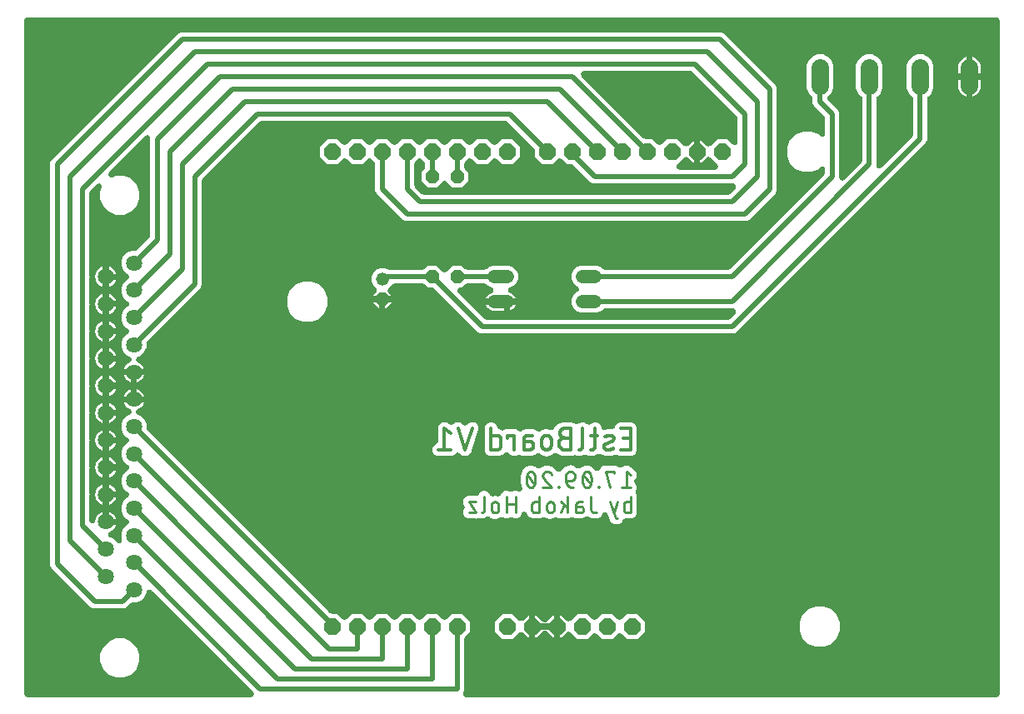
<source format=gbr>
G04 EAGLE Gerber X2 export*
%TF.Part,Single*%
%TF.FileFunction,Copper,L1,Bot,Mixed*%
%TF.FilePolarity,Positive*%
%TF.GenerationSoftware,Autodesk,EAGLE,9.6.2*%
%TF.CreationDate,2020-09-17T16:41:31Z*%
G75*
%MOMM*%
%FSLAX34Y34*%
%LPD*%
%INBottom Copper*%
%AMOC8*
5,1,8,0,0,1.08239X$1,22.5*%
G01*
%ADD10C,0.355600*%
%ADD11C,0.279400*%
%ADD12C,1.638300*%
%ADD13P,1.814519X8X202.500000*%
%ADD14C,1.790700*%
%ADD15P,1.429621X8X292.500000*%
%ADD16C,1.320800*%
%ADD17C,1.320800*%
%ADD18C,0.508000*%

G36*
X234844Y4576D02*
X234844Y4576D01*
X234882Y4574D01*
X235089Y4596D01*
X235297Y4613D01*
X235334Y4622D01*
X235372Y4626D01*
X235573Y4681D01*
X235776Y4731D01*
X235811Y4746D01*
X235848Y4757D01*
X236038Y4844D01*
X236230Y4926D01*
X236262Y4946D01*
X236296Y4962D01*
X236470Y5079D01*
X236646Y5191D01*
X236674Y5216D01*
X236706Y5238D01*
X236858Y5381D01*
X237013Y5520D01*
X237037Y5549D01*
X237065Y5575D01*
X237192Y5741D01*
X237323Y5904D01*
X237342Y5937D01*
X237366Y5967D01*
X237464Y6151D01*
X237567Y6332D01*
X237581Y6368D01*
X237599Y6402D01*
X237666Y6599D01*
X237739Y6795D01*
X237746Y6832D01*
X237759Y6868D01*
X237794Y7075D01*
X237834Y7279D01*
X237835Y7317D01*
X237841Y7355D01*
X237843Y7564D01*
X237849Y7772D01*
X237844Y7810D01*
X237844Y7848D01*
X237812Y8055D01*
X237785Y8261D01*
X237774Y8298D01*
X237768Y8335D01*
X237702Y8534D01*
X237642Y8733D01*
X237625Y8768D01*
X237613Y8804D01*
X237517Y8989D01*
X237425Y9177D01*
X237403Y9208D01*
X237386Y9242D01*
X237328Y9314D01*
X237140Y9579D01*
X237019Y9701D01*
X236960Y9775D01*
X133790Y112945D01*
X133761Y112969D01*
X133736Y112998D01*
X133573Y113129D01*
X133414Y113264D01*
X133382Y113284D01*
X133352Y113308D01*
X133171Y113411D01*
X132992Y113519D01*
X132956Y113533D01*
X132923Y113552D01*
X132727Y113625D01*
X132534Y113702D01*
X132497Y113710D01*
X132461Y113724D01*
X132256Y113764D01*
X132052Y113809D01*
X132014Y113811D01*
X131976Y113818D01*
X131769Y113825D01*
X131559Y113836D01*
X131521Y113832D01*
X131483Y113834D01*
X131277Y113806D01*
X131069Y113784D01*
X131032Y113774D01*
X130994Y113769D01*
X130794Y113709D01*
X130593Y113654D01*
X130559Y113638D01*
X130522Y113627D01*
X130335Y113535D01*
X130145Y113448D01*
X130113Y113427D01*
X130079Y113410D01*
X129909Y113289D01*
X129735Y113172D01*
X129708Y113146D01*
X129677Y113124D01*
X129528Y112978D01*
X129376Y112835D01*
X129353Y112804D01*
X129326Y112778D01*
X129203Y112609D01*
X129076Y112443D01*
X129058Y112410D01*
X129035Y112379D01*
X128941Y112192D01*
X128842Y112008D01*
X128830Y111972D01*
X128813Y111938D01*
X128750Y111739D01*
X128682Y111542D01*
X128676Y111504D01*
X128665Y111468D01*
X128654Y111375D01*
X128600Y111055D01*
X128599Y110883D01*
X128588Y110790D01*
X128588Y110745D01*
X126645Y106054D01*
X123054Y102463D01*
X118363Y100520D01*
X114381Y100520D01*
X114267Y100511D01*
X114153Y100511D01*
X114022Y100491D01*
X113889Y100480D01*
X113778Y100452D01*
X113666Y100435D01*
X113539Y100393D01*
X113410Y100361D01*
X113306Y100316D01*
X113197Y100280D01*
X113079Y100219D01*
X112957Y100167D01*
X112861Y100105D01*
X112759Y100053D01*
X112686Y99994D01*
X112541Y99902D01*
X112299Y99685D01*
X112226Y99627D01*
X108169Y95570D01*
X105555Y94487D01*
X74785Y94487D01*
X72171Y95570D01*
X32070Y135671D01*
X30987Y138285D01*
X30987Y547515D01*
X32070Y550129D01*
X161071Y679130D01*
X163685Y680213D01*
X712615Y680213D01*
X715229Y679130D01*
X768030Y626329D01*
X769113Y623715D01*
X769113Y519285D01*
X768030Y516671D01*
X740629Y489270D01*
X738015Y488187D01*
X392285Y488187D01*
X389671Y489270D01*
X387242Y491699D01*
X387241Y491700D01*
X364700Y514241D01*
X364699Y514242D01*
X362270Y516671D01*
X361187Y519285D01*
X361187Y546330D01*
X361178Y546443D01*
X361179Y546558D01*
X361158Y546689D01*
X361147Y546821D01*
X361120Y546932D01*
X361102Y547045D01*
X361061Y547171D01*
X361029Y547300D01*
X360984Y547405D01*
X360948Y547514D01*
X360887Y547631D01*
X360834Y547754D01*
X360773Y547850D01*
X360720Y547951D01*
X360661Y548025D01*
X360569Y548170D01*
X360353Y548412D01*
X360295Y548484D01*
X357755Y551025D01*
X357697Y551074D01*
X357645Y551129D01*
X357509Y551233D01*
X357379Y551344D01*
X357313Y551383D01*
X357253Y551430D01*
X357103Y551510D01*
X356956Y551599D01*
X356886Y551627D01*
X356818Y551663D01*
X356657Y551718D01*
X356498Y551782D01*
X356424Y551798D01*
X356352Y551823D01*
X356183Y551852D01*
X356017Y551888D01*
X355940Y551893D01*
X355865Y551905D01*
X355694Y551907D01*
X355524Y551916D01*
X355448Y551908D01*
X355372Y551909D01*
X355203Y551882D01*
X355033Y551864D01*
X354960Y551844D01*
X354885Y551832D01*
X354722Y551778D01*
X354558Y551733D01*
X354488Y551701D01*
X354416Y551678D01*
X354264Y551599D01*
X354109Y551528D01*
X354046Y551485D01*
X353978Y551450D01*
X353896Y551384D01*
X353700Y551252D01*
X353527Y551090D01*
X353445Y551025D01*
X348266Y545845D01*
X337534Y545845D01*
X332355Y551025D01*
X332297Y551074D01*
X332245Y551129D01*
X332109Y551233D01*
X331979Y551344D01*
X331913Y551383D01*
X331853Y551430D01*
X331703Y551510D01*
X331556Y551599D01*
X331486Y551627D01*
X331418Y551663D01*
X331257Y551718D01*
X331098Y551782D01*
X331024Y551798D01*
X330952Y551823D01*
X330783Y551852D01*
X330617Y551888D01*
X330540Y551893D01*
X330465Y551905D01*
X330294Y551907D01*
X330124Y551916D01*
X330048Y551908D01*
X329972Y551909D01*
X329803Y551882D01*
X329633Y551864D01*
X329560Y551844D01*
X329485Y551832D01*
X329322Y551778D01*
X329158Y551733D01*
X329088Y551701D01*
X329016Y551678D01*
X328865Y551599D01*
X328709Y551528D01*
X328646Y551485D01*
X328578Y551450D01*
X328496Y551384D01*
X328300Y551252D01*
X328127Y551090D01*
X328045Y551025D01*
X322866Y545845D01*
X312134Y545845D01*
X304545Y553434D01*
X304545Y564166D01*
X312134Y571755D01*
X322866Y571755D01*
X328045Y566575D01*
X328103Y566526D01*
X328156Y566471D01*
X328291Y566367D01*
X328421Y566256D01*
X328487Y566217D01*
X328547Y566170D01*
X328697Y566090D01*
X328844Y566001D01*
X328915Y565973D01*
X328982Y565937D01*
X329143Y565882D01*
X329302Y565818D01*
X329376Y565802D01*
X329448Y565777D01*
X329617Y565748D01*
X329784Y565712D01*
X329860Y565707D01*
X329935Y565695D01*
X330106Y565693D01*
X330276Y565684D01*
X330352Y565692D01*
X330428Y565691D01*
X330597Y565718D01*
X330767Y565736D01*
X330840Y565756D01*
X330915Y565768D01*
X331078Y565822D01*
X331242Y565867D01*
X331312Y565899D01*
X331384Y565922D01*
X331535Y566001D01*
X331691Y566072D01*
X331754Y566115D01*
X331822Y566150D01*
X331904Y566216D01*
X332100Y566348D01*
X332272Y566510D01*
X332355Y566575D01*
X337534Y571755D01*
X348266Y571755D01*
X353445Y566575D01*
X353503Y566526D01*
X353556Y566471D01*
X353691Y566367D01*
X353821Y566256D01*
X353887Y566217D01*
X353947Y566170D01*
X354097Y566090D01*
X354244Y566001D01*
X354315Y565973D01*
X354382Y565937D01*
X354543Y565882D01*
X354702Y565818D01*
X354776Y565802D01*
X354848Y565777D01*
X355017Y565748D01*
X355184Y565712D01*
X355260Y565707D01*
X355335Y565695D01*
X355506Y565693D01*
X355676Y565684D01*
X355752Y565692D01*
X355828Y565691D01*
X355997Y565718D01*
X356167Y565736D01*
X356240Y565756D01*
X356315Y565768D01*
X356478Y565822D01*
X356642Y565867D01*
X356712Y565899D01*
X356784Y565922D01*
X356935Y566001D01*
X357091Y566072D01*
X357154Y566115D01*
X357222Y566150D01*
X357304Y566216D01*
X357500Y566348D01*
X357672Y566510D01*
X357755Y566575D01*
X362934Y571755D01*
X373666Y571755D01*
X378845Y566575D01*
X378903Y566526D01*
X378956Y566471D01*
X379091Y566367D01*
X379221Y566256D01*
X379287Y566217D01*
X379347Y566170D01*
X379497Y566090D01*
X379644Y566001D01*
X379715Y565973D01*
X379782Y565937D01*
X379943Y565882D01*
X380102Y565818D01*
X380176Y565802D01*
X380248Y565777D01*
X380417Y565748D01*
X380584Y565712D01*
X380660Y565707D01*
X380735Y565695D01*
X380906Y565693D01*
X381076Y565684D01*
X381152Y565692D01*
X381228Y565691D01*
X381397Y565718D01*
X381567Y565736D01*
X381640Y565756D01*
X381715Y565768D01*
X381878Y565822D01*
X382042Y565867D01*
X382112Y565899D01*
X382184Y565922D01*
X382335Y566001D01*
X382491Y566072D01*
X382554Y566115D01*
X382622Y566150D01*
X382704Y566216D01*
X382900Y566348D01*
X383072Y566510D01*
X383155Y566575D01*
X388334Y571755D01*
X399066Y571755D01*
X404245Y566575D01*
X404303Y566526D01*
X404356Y566471D01*
X404491Y566367D01*
X404621Y566256D01*
X404687Y566217D01*
X404747Y566170D01*
X404897Y566090D01*
X405044Y566001D01*
X405115Y565973D01*
X405182Y565937D01*
X405343Y565882D01*
X405502Y565818D01*
X405576Y565802D01*
X405648Y565777D01*
X405817Y565748D01*
X405984Y565712D01*
X406060Y565707D01*
X406135Y565695D01*
X406306Y565693D01*
X406476Y565684D01*
X406552Y565692D01*
X406628Y565691D01*
X406797Y565718D01*
X406967Y565736D01*
X407040Y565756D01*
X407115Y565768D01*
X407278Y565822D01*
X407442Y565867D01*
X407512Y565899D01*
X407584Y565922D01*
X407735Y566001D01*
X407891Y566072D01*
X407954Y566115D01*
X408022Y566150D01*
X408104Y566216D01*
X408300Y566348D01*
X408472Y566510D01*
X408555Y566575D01*
X413734Y571755D01*
X424466Y571755D01*
X429645Y566575D01*
X429703Y566526D01*
X429755Y566471D01*
X429891Y566367D01*
X430021Y566256D01*
X430087Y566217D01*
X430147Y566170D01*
X430297Y566090D01*
X430444Y566001D01*
X430514Y565973D01*
X430582Y565937D01*
X430743Y565882D01*
X430902Y565818D01*
X430976Y565802D01*
X431048Y565777D01*
X431217Y565748D01*
X431383Y565712D01*
X431460Y565707D01*
X431535Y565695D01*
X431706Y565693D01*
X431876Y565684D01*
X431952Y565692D01*
X432028Y565691D01*
X432197Y565718D01*
X432367Y565736D01*
X432440Y565756D01*
X432515Y565768D01*
X432678Y565822D01*
X432842Y565867D01*
X432912Y565899D01*
X432984Y565922D01*
X433135Y566001D01*
X433291Y566072D01*
X433354Y566115D01*
X433422Y566150D01*
X433504Y566216D01*
X433700Y566348D01*
X433873Y566510D01*
X433955Y566575D01*
X439134Y571755D01*
X449866Y571755D01*
X455045Y566575D01*
X455103Y566526D01*
X455155Y566471D01*
X455291Y566367D01*
X455421Y566256D01*
X455487Y566217D01*
X455547Y566170D01*
X455697Y566090D01*
X455844Y566001D01*
X455914Y565973D01*
X455982Y565937D01*
X456143Y565882D01*
X456302Y565818D01*
X456376Y565802D01*
X456448Y565777D01*
X456617Y565748D01*
X456783Y565712D01*
X456860Y565707D01*
X456935Y565695D01*
X457106Y565693D01*
X457276Y565684D01*
X457352Y565692D01*
X457428Y565691D01*
X457597Y565718D01*
X457767Y565736D01*
X457840Y565756D01*
X457915Y565768D01*
X458078Y565822D01*
X458242Y565867D01*
X458312Y565899D01*
X458384Y565922D01*
X458535Y566001D01*
X458691Y566072D01*
X458754Y566115D01*
X458822Y566150D01*
X458904Y566216D01*
X459100Y566348D01*
X459273Y566510D01*
X459355Y566575D01*
X464534Y571755D01*
X475266Y571755D01*
X480445Y566575D01*
X480503Y566526D01*
X480555Y566471D01*
X480691Y566367D01*
X480821Y566256D01*
X480887Y566217D01*
X480947Y566170D01*
X481097Y566090D01*
X481244Y566001D01*
X481314Y565973D01*
X481382Y565937D01*
X481543Y565882D01*
X481702Y565818D01*
X481776Y565802D01*
X481848Y565777D01*
X482017Y565748D01*
X482183Y565712D01*
X482260Y565707D01*
X482335Y565695D01*
X482506Y565693D01*
X482676Y565684D01*
X482752Y565692D01*
X482828Y565691D01*
X482997Y565718D01*
X483167Y565736D01*
X483240Y565756D01*
X483315Y565768D01*
X483478Y565822D01*
X483642Y565867D01*
X483712Y565899D01*
X483784Y565922D01*
X483935Y566001D01*
X484091Y566072D01*
X484154Y566115D01*
X484222Y566150D01*
X484304Y566216D01*
X484500Y566348D01*
X484673Y566510D01*
X484755Y566575D01*
X489934Y571755D01*
X500666Y571755D01*
X508255Y564166D01*
X508255Y553434D01*
X500666Y545845D01*
X489934Y545845D01*
X484755Y551025D01*
X484697Y551074D01*
X484644Y551129D01*
X484509Y551233D01*
X484379Y551344D01*
X484313Y551383D01*
X484253Y551430D01*
X484103Y551510D01*
X483956Y551599D01*
X483885Y551627D01*
X483818Y551663D01*
X483657Y551718D01*
X483498Y551782D01*
X483424Y551798D01*
X483352Y551823D01*
X483183Y551852D01*
X483016Y551888D01*
X482940Y551893D01*
X482865Y551905D01*
X482694Y551907D01*
X482524Y551916D01*
X482448Y551908D01*
X482372Y551909D01*
X482203Y551882D01*
X482033Y551864D01*
X481960Y551844D01*
X481885Y551832D01*
X481722Y551778D01*
X481558Y551733D01*
X481488Y551701D01*
X481416Y551678D01*
X481265Y551599D01*
X481109Y551528D01*
X481046Y551485D01*
X480978Y551450D01*
X480896Y551384D01*
X480700Y551252D01*
X480528Y551090D01*
X480445Y551025D01*
X475266Y545845D01*
X464534Y545845D01*
X459355Y551025D01*
X459297Y551074D01*
X459244Y551129D01*
X459109Y551233D01*
X458979Y551344D01*
X458914Y551383D01*
X458853Y551430D01*
X458703Y551510D01*
X458556Y551599D01*
X458485Y551627D01*
X458418Y551663D01*
X458257Y551718D01*
X458098Y551782D01*
X458024Y551798D01*
X457952Y551823D01*
X457783Y551852D01*
X457616Y551888D01*
X457540Y551893D01*
X457465Y551905D01*
X457294Y551907D01*
X457124Y551916D01*
X457048Y551908D01*
X456972Y551909D01*
X456803Y551882D01*
X456633Y551864D01*
X456560Y551844D01*
X456485Y551832D01*
X456322Y551778D01*
X456158Y551733D01*
X456088Y551701D01*
X456016Y551678D01*
X455865Y551599D01*
X455709Y551528D01*
X455646Y551485D01*
X455578Y551450D01*
X455496Y551384D01*
X455300Y551252D01*
X455128Y551090D01*
X455045Y551025D01*
X452505Y548484D01*
X452431Y548397D01*
X452350Y548317D01*
X452272Y548210D01*
X452186Y548109D01*
X452127Y548011D01*
X452060Y547918D01*
X452000Y547800D01*
X451931Y547686D01*
X451889Y547580D01*
X451837Y547478D01*
X451797Y547351D01*
X451748Y547228D01*
X451723Y547116D01*
X451689Y547008D01*
X451679Y546914D01*
X451641Y546746D01*
X451623Y546422D01*
X451613Y546330D01*
X451613Y543356D01*
X451622Y543242D01*
X451621Y543128D01*
X451642Y542996D01*
X451653Y542864D01*
X451680Y542753D01*
X451698Y542640D01*
X451739Y542514D01*
X451771Y542385D01*
X451816Y542280D01*
X451852Y542172D01*
X451914Y542054D01*
X451966Y541932D01*
X452027Y541836D01*
X452080Y541734D01*
X452139Y541661D01*
X452231Y541516D01*
X452447Y541274D01*
X452505Y541201D01*
X455677Y538030D01*
X455677Y528770D01*
X449130Y522223D01*
X439870Y522223D01*
X433955Y528139D01*
X433897Y528188D01*
X433844Y528244D01*
X433709Y528348D01*
X433579Y528458D01*
X433513Y528498D01*
X433453Y528544D01*
X433303Y528625D01*
X433156Y528713D01*
X433085Y528741D01*
X433018Y528777D01*
X432857Y528833D01*
X432698Y528896D01*
X432624Y528913D01*
X432552Y528937D01*
X432383Y528966D01*
X432216Y529003D01*
X432140Y529007D01*
X432065Y529020D01*
X431894Y529021D01*
X431724Y529031D01*
X431648Y529023D01*
X431572Y529023D01*
X431403Y528996D01*
X431233Y528978D01*
X431160Y528958D01*
X431085Y528946D01*
X430922Y528893D01*
X430758Y528848D01*
X430688Y528816D01*
X430616Y528792D01*
X430465Y528713D01*
X430309Y528642D01*
X430246Y528599D01*
X430178Y528564D01*
X430096Y528499D01*
X429900Y528367D01*
X429728Y528205D01*
X429645Y528139D01*
X423730Y522223D01*
X414470Y522223D01*
X407923Y528770D01*
X407923Y538030D01*
X411095Y541201D01*
X411169Y541288D01*
X411250Y541368D01*
X411328Y541476D01*
X411414Y541577D01*
X411473Y541675D01*
X411540Y541767D01*
X411600Y541886D01*
X411669Y541999D01*
X411711Y542105D01*
X411763Y542207D01*
X411803Y542334D01*
X411852Y542458D01*
X411877Y542569D01*
X411911Y542678D01*
X411921Y542771D01*
X411959Y542939D01*
X411977Y543263D01*
X411987Y543356D01*
X411987Y546330D01*
X411978Y546443D01*
X411979Y546558D01*
X411958Y546689D01*
X411947Y546822D01*
X411920Y546932D01*
X411902Y547045D01*
X411861Y547171D01*
X411829Y547300D01*
X411784Y547405D01*
X411748Y547514D01*
X411686Y547632D01*
X411634Y547754D01*
X411573Y547850D01*
X411520Y547951D01*
X411461Y548025D01*
X411369Y548170D01*
X411153Y548412D01*
X411095Y548485D01*
X408555Y551025D01*
X408497Y551074D01*
X408445Y551129D01*
X408309Y551233D01*
X408179Y551344D01*
X408113Y551383D01*
X408053Y551430D01*
X407903Y551510D01*
X407756Y551599D01*
X407685Y551627D01*
X407618Y551663D01*
X407457Y551718D01*
X407298Y551782D01*
X407224Y551798D01*
X407152Y551823D01*
X406983Y551852D01*
X406817Y551888D01*
X406740Y551893D01*
X406665Y551905D01*
X406494Y551907D01*
X406324Y551916D01*
X406248Y551908D01*
X406172Y551909D01*
X406003Y551882D01*
X405833Y551864D01*
X405760Y551844D01*
X405685Y551832D01*
X405522Y551778D01*
X405358Y551733D01*
X405288Y551701D01*
X405216Y551678D01*
X405065Y551599D01*
X404909Y551528D01*
X404846Y551485D01*
X404778Y551450D01*
X404696Y551384D01*
X404500Y551252D01*
X404328Y551090D01*
X404245Y551025D01*
X401705Y548484D01*
X401631Y548398D01*
X401550Y548317D01*
X401472Y548210D01*
X401386Y548109D01*
X401327Y548011D01*
X401260Y547918D01*
X401200Y547800D01*
X401131Y547686D01*
X401089Y547580D01*
X401037Y547478D01*
X400997Y547351D01*
X400948Y547228D01*
X400923Y547117D01*
X400889Y547008D01*
X400879Y546914D01*
X400841Y546746D01*
X400823Y546422D01*
X400813Y546330D01*
X400813Y524908D01*
X400822Y524795D01*
X400821Y524680D01*
X400842Y524549D01*
X400853Y524417D01*
X400880Y524306D01*
X400898Y524193D01*
X400939Y524067D01*
X400971Y523938D01*
X401016Y523833D01*
X401052Y523724D01*
X401114Y523607D01*
X401166Y523484D01*
X401227Y523388D01*
X401280Y523287D01*
X401339Y523213D01*
X401431Y523068D01*
X401647Y522826D01*
X401705Y522754D01*
X408454Y516005D01*
X408541Y515931D01*
X408621Y515850D01*
X408728Y515772D01*
X408830Y515686D01*
X408928Y515627D01*
X409020Y515560D01*
X409138Y515500D01*
X409252Y515431D01*
X409358Y515389D01*
X409460Y515337D01*
X409587Y515297D01*
X409710Y515248D01*
X409822Y515223D01*
X409931Y515189D01*
X410024Y515179D01*
X410192Y515141D01*
X410516Y515123D01*
X410608Y515113D01*
X719692Y515113D01*
X719805Y515122D01*
X719920Y515121D01*
X720051Y515142D01*
X720183Y515153D01*
X720294Y515180D01*
X720407Y515198D01*
X720533Y515239D01*
X720662Y515271D01*
X720767Y515316D01*
X720876Y515352D01*
X720993Y515414D01*
X721116Y515466D01*
X721212Y515527D01*
X721313Y515580D01*
X721387Y515639D01*
X721532Y515731D01*
X721773Y515947D01*
X721846Y516005D01*
X726926Y521085D01*
X726951Y521114D01*
X726979Y521140D01*
X727110Y521302D01*
X727246Y521461D01*
X727266Y521494D01*
X727289Y521524D01*
X727393Y521705D01*
X727500Y521884D01*
X727515Y521919D01*
X727533Y521952D01*
X727606Y522148D01*
X727684Y522342D01*
X727692Y522379D01*
X727705Y522415D01*
X727745Y522620D01*
X727790Y522824D01*
X727792Y522862D01*
X727800Y522899D01*
X727806Y523107D01*
X727818Y523316D01*
X727814Y523354D01*
X727815Y523392D01*
X727788Y523599D01*
X727766Y523807D01*
X727756Y523843D01*
X727751Y523881D01*
X727690Y524081D01*
X727635Y524282D01*
X727619Y524317D01*
X727608Y524354D01*
X727517Y524541D01*
X727429Y524731D01*
X727408Y524763D01*
X727391Y524797D01*
X727271Y524966D01*
X727154Y525140D01*
X727128Y525168D01*
X727106Y525199D01*
X726959Y525347D01*
X726816Y525500D01*
X726786Y525523D01*
X726759Y525550D01*
X726590Y525673D01*
X726425Y525800D01*
X726391Y525818D01*
X726360Y525840D01*
X726174Y525934D01*
X725990Y526033D01*
X725954Y526046D01*
X725920Y526063D01*
X725721Y526125D01*
X725523Y526193D01*
X725486Y526199D01*
X725449Y526211D01*
X725357Y526221D01*
X725037Y526276D01*
X724865Y526277D01*
X724772Y526287D01*
X582785Y526287D01*
X580171Y527370D01*
X562588Y544953D01*
X562501Y545027D01*
X562421Y545108D01*
X562314Y545186D01*
X562212Y545272D01*
X562114Y545331D01*
X562022Y545398D01*
X561904Y545458D01*
X561790Y545527D01*
X561684Y545569D01*
X561582Y545621D01*
X561455Y545661D01*
X561332Y545710D01*
X561220Y545735D01*
X561111Y545769D01*
X561018Y545779D01*
X560850Y545817D01*
X560526Y545835D01*
X560434Y545845D01*
X555974Y545845D01*
X550795Y551025D01*
X550737Y551074D01*
X550685Y551129D01*
X550549Y551233D01*
X550419Y551344D01*
X550353Y551383D01*
X550293Y551430D01*
X550143Y551510D01*
X549996Y551599D01*
X549926Y551627D01*
X549858Y551663D01*
X549697Y551718D01*
X549538Y551782D01*
X549464Y551798D01*
X549392Y551823D01*
X549223Y551852D01*
X549057Y551888D01*
X548980Y551893D01*
X548905Y551905D01*
X548734Y551907D01*
X548564Y551916D01*
X548488Y551908D01*
X548412Y551909D01*
X548243Y551882D01*
X548073Y551864D01*
X548000Y551844D01*
X547925Y551832D01*
X547762Y551778D01*
X547598Y551733D01*
X547528Y551701D01*
X547456Y551678D01*
X547305Y551599D01*
X547149Y551528D01*
X547086Y551485D01*
X547018Y551450D01*
X546936Y551384D01*
X546740Y551252D01*
X546567Y551090D01*
X546485Y551025D01*
X541306Y545845D01*
X530574Y545845D01*
X522985Y553434D01*
X522985Y560434D01*
X522976Y560547D01*
X522977Y560662D01*
X522956Y560793D01*
X522945Y560925D01*
X522918Y561036D01*
X522900Y561149D01*
X522859Y561275D01*
X522827Y561404D01*
X522782Y561509D01*
X522746Y561618D01*
X522685Y561735D01*
X522632Y561858D01*
X522571Y561954D01*
X522518Y562055D01*
X522459Y562129D01*
X522367Y562274D01*
X522151Y562516D01*
X522093Y562588D01*
X495786Y588895D01*
X495699Y588969D01*
X495619Y589050D01*
X495512Y589128D01*
X495410Y589214D01*
X495312Y589273D01*
X495220Y589340D01*
X495102Y589400D01*
X494988Y589469D01*
X494882Y589511D01*
X494780Y589563D01*
X494653Y589603D01*
X494530Y589652D01*
X494418Y589677D01*
X494309Y589711D01*
X494216Y589721D01*
X494048Y589759D01*
X493724Y589777D01*
X493632Y589787D01*
X245508Y589787D01*
X245395Y589778D01*
X245280Y589779D01*
X245149Y589758D01*
X245017Y589747D01*
X244906Y589720D01*
X244793Y589702D01*
X244667Y589661D01*
X244538Y589629D01*
X244433Y589584D01*
X244324Y589548D01*
X244207Y589486D01*
X244084Y589434D01*
X243988Y589373D01*
X243887Y589320D01*
X243813Y589261D01*
X243668Y589169D01*
X243426Y588953D01*
X243354Y588895D01*
X185805Y531346D01*
X185731Y531259D01*
X185650Y531179D01*
X185572Y531072D01*
X185486Y530970D01*
X185427Y530872D01*
X185360Y530780D01*
X185300Y530662D01*
X185231Y530548D01*
X185189Y530442D01*
X185137Y530340D01*
X185097Y530213D01*
X185048Y530090D01*
X185023Y529978D01*
X184989Y529869D01*
X184979Y529776D01*
X184941Y529608D01*
X184923Y529284D01*
X184913Y529192D01*
X184913Y423019D01*
X183830Y420405D01*
X129481Y366056D01*
X129407Y365969D01*
X129326Y365889D01*
X129247Y365781D01*
X129161Y365680D01*
X129102Y365582D01*
X129035Y365490D01*
X128975Y365371D01*
X128907Y365257D01*
X128864Y365151D01*
X128813Y365049D01*
X128773Y364923D01*
X128724Y364799D01*
X128699Y364688D01*
X128665Y364579D01*
X128654Y364485D01*
X128617Y364318D01*
X128599Y363993D01*
X128588Y363901D01*
X128588Y359919D01*
X126645Y355228D01*
X123054Y351637D01*
X119955Y350353D01*
X119808Y350278D01*
X119657Y350210D01*
X119589Y350165D01*
X119516Y350128D01*
X119383Y350030D01*
X119245Y349939D01*
X119185Y349884D01*
X119119Y349835D01*
X119004Y349717D01*
X118882Y349605D01*
X118832Y349541D01*
X118775Y349482D01*
X118680Y349346D01*
X118578Y349217D01*
X118539Y349145D01*
X118492Y349078D01*
X118420Y348929D01*
X118340Y348784D01*
X118313Y348707D01*
X118278Y348633D01*
X118231Y348475D01*
X118176Y348319D01*
X118161Y348239D01*
X118138Y348160D01*
X118118Y347996D01*
X118088Y347834D01*
X118087Y347752D01*
X118077Y347671D01*
X118083Y347506D01*
X118080Y347340D01*
X118092Y347259D01*
X118095Y347178D01*
X118128Y347016D01*
X118152Y346852D01*
X118177Y346774D01*
X118193Y346694D01*
X118252Y346539D01*
X118302Y346382D01*
X118339Y346309D01*
X118368Y346233D01*
X118451Y346089D01*
X118525Y345942D01*
X118573Y345876D01*
X118614Y345806D01*
X118719Y345678D01*
X118817Y345544D01*
X118875Y345487D01*
X118927Y345424D01*
X119051Y345314D01*
X119169Y345199D01*
X119222Y345163D01*
X119297Y345097D01*
X119714Y344835D01*
X119729Y344829D01*
X119738Y344823D01*
X121449Y343951D01*
X122816Y342958D01*
X124010Y341764D01*
X125003Y340397D01*
X125770Y338892D01*
X126118Y337819D01*
X115824Y337819D01*
X105530Y337819D01*
X105878Y338892D01*
X106645Y340397D01*
X107638Y341764D01*
X108832Y342958D01*
X110199Y343951D01*
X111910Y344823D01*
X112051Y344909D01*
X112196Y344989D01*
X112261Y345039D01*
X112330Y345082D01*
X112455Y345190D01*
X112586Y345291D01*
X112641Y345351D01*
X112703Y345405D01*
X112809Y345532D01*
X112921Y345653D01*
X112966Y345721D01*
X113019Y345784D01*
X113102Y345926D01*
X113194Y346064D01*
X113228Y346139D01*
X113269Y346209D01*
X113329Y346363D01*
X113397Y346514D01*
X113418Y346593D01*
X113447Y346669D01*
X113482Y346831D01*
X113524Y346990D01*
X113532Y347072D01*
X113549Y347152D01*
X113557Y347317D01*
X113573Y347481D01*
X113568Y347563D01*
X113572Y347644D01*
X113553Y347809D01*
X113543Y347974D01*
X113525Y348053D01*
X113515Y348134D01*
X113470Y348294D01*
X113433Y348455D01*
X113402Y348530D01*
X113380Y348609D01*
X113309Y348758D01*
X113247Y348912D01*
X113204Y348981D01*
X113169Y349055D01*
X113076Y349191D01*
X112990Y349332D01*
X112936Y349394D01*
X112890Y349462D01*
X112776Y349581D01*
X112668Y349706D01*
X112605Y349759D01*
X112549Y349818D01*
X112417Y349917D01*
X112290Y350023D01*
X112234Y350054D01*
X112154Y350114D01*
X111717Y350343D01*
X111702Y350348D01*
X111693Y350353D01*
X108594Y351637D01*
X105003Y355228D01*
X103060Y359919D01*
X103060Y364997D01*
X105003Y369688D01*
X108594Y373279D01*
X109093Y373486D01*
X109127Y373503D01*
X109163Y373516D01*
X109346Y373616D01*
X109532Y373711D01*
X109562Y373733D01*
X109596Y373752D01*
X109761Y373880D01*
X109929Y374004D01*
X109955Y374031D01*
X109985Y374054D01*
X110128Y374208D01*
X110273Y374357D01*
X110295Y374388D01*
X110321Y374416D01*
X110437Y374590D01*
X110556Y374761D01*
X110573Y374795D01*
X110594Y374827D01*
X110680Y375018D01*
X110770Y375205D01*
X110781Y375242D01*
X110797Y375277D01*
X110851Y375479D01*
X110910Y375679D01*
X110914Y375716D01*
X110924Y375753D01*
X110945Y375960D01*
X110971Y376168D01*
X110970Y376206D01*
X110973Y376244D01*
X110960Y376452D01*
X110953Y376661D01*
X110945Y376699D01*
X110943Y376737D01*
X110896Y376940D01*
X110855Y377145D01*
X110841Y377180D01*
X110833Y377218D01*
X110754Y377410D01*
X110680Y377606D01*
X110661Y377639D01*
X110647Y377675D01*
X110538Y377852D01*
X110434Y378033D01*
X110409Y378063D01*
X110389Y378095D01*
X110253Y378254D01*
X110121Y378415D01*
X110093Y378440D01*
X110068Y378469D01*
X109907Y378604D01*
X109751Y378742D01*
X109719Y378762D01*
X109690Y378786D01*
X109608Y378831D01*
X109334Y379004D01*
X109175Y379071D01*
X109093Y379116D01*
X108594Y379323D01*
X105003Y382914D01*
X103060Y387605D01*
X103060Y392683D01*
X105003Y397374D01*
X108594Y400965D01*
X109093Y401172D01*
X109127Y401189D01*
X109163Y401202D01*
X109346Y401302D01*
X109532Y401397D01*
X109562Y401419D01*
X109596Y401438D01*
X109761Y401566D01*
X109929Y401690D01*
X109955Y401717D01*
X109985Y401740D01*
X110128Y401894D01*
X110273Y402043D01*
X110295Y402074D01*
X110321Y402102D01*
X110437Y402276D01*
X110556Y402447D01*
X110573Y402481D01*
X110594Y402513D01*
X110680Y402704D01*
X110770Y402891D01*
X110781Y402928D01*
X110797Y402963D01*
X110851Y403165D01*
X110910Y403365D01*
X110914Y403402D01*
X110924Y403439D01*
X110945Y403646D01*
X110971Y403854D01*
X110970Y403892D01*
X110973Y403930D01*
X110960Y404138D01*
X110953Y404347D01*
X110945Y404385D01*
X110943Y404423D01*
X110896Y404626D01*
X110855Y404831D01*
X110841Y404866D01*
X110833Y404904D01*
X110754Y405096D01*
X110680Y405292D01*
X110661Y405325D01*
X110647Y405361D01*
X110538Y405538D01*
X110434Y405719D01*
X110409Y405749D01*
X110389Y405781D01*
X110253Y405940D01*
X110121Y406101D01*
X110093Y406126D01*
X110068Y406155D01*
X109907Y406290D01*
X109751Y406428D01*
X109719Y406448D01*
X109690Y406472D01*
X109608Y406517D01*
X109334Y406690D01*
X109175Y406757D01*
X109093Y406802D01*
X108594Y407009D01*
X105003Y410600D01*
X103060Y415291D01*
X103060Y420369D01*
X105003Y425060D01*
X108594Y428651D01*
X109093Y428858D01*
X109127Y428875D01*
X109163Y428888D01*
X109346Y428988D01*
X109532Y429083D01*
X109562Y429105D01*
X109596Y429124D01*
X109761Y429252D01*
X109929Y429376D01*
X109955Y429403D01*
X109985Y429426D01*
X110128Y429580D01*
X110273Y429729D01*
X110295Y429760D01*
X110321Y429788D01*
X110437Y429962D01*
X110556Y430133D01*
X110573Y430167D01*
X110594Y430199D01*
X110680Y430390D01*
X110770Y430577D01*
X110781Y430614D01*
X110797Y430649D01*
X110851Y430851D01*
X110910Y431051D01*
X110914Y431088D01*
X110924Y431125D01*
X110945Y431332D01*
X110971Y431540D01*
X110970Y431578D01*
X110973Y431616D01*
X110960Y431824D01*
X110953Y432033D01*
X110945Y432071D01*
X110943Y432109D01*
X110896Y432312D01*
X110855Y432517D01*
X110841Y432552D01*
X110833Y432590D01*
X110754Y432782D01*
X110680Y432978D01*
X110661Y433011D01*
X110647Y433047D01*
X110538Y433224D01*
X110434Y433405D01*
X110409Y433435D01*
X110389Y433467D01*
X110253Y433626D01*
X110121Y433787D01*
X110093Y433812D01*
X110068Y433841D01*
X109907Y433976D01*
X109751Y434114D01*
X109719Y434134D01*
X109690Y434158D01*
X109608Y434203D01*
X109334Y434376D01*
X109175Y434443D01*
X109093Y434488D01*
X108594Y434695D01*
X105003Y438286D01*
X103060Y442977D01*
X103060Y448055D01*
X105003Y452746D01*
X108594Y456337D01*
X113285Y458280D01*
X117267Y458280D01*
X117381Y458289D01*
X117495Y458289D01*
X117626Y458309D01*
X117759Y458320D01*
X117870Y458348D01*
X117982Y458365D01*
X118109Y458407D01*
X118238Y458439D01*
X118342Y458484D01*
X118451Y458520D01*
X118569Y458581D01*
X118691Y458633D01*
X118787Y458695D01*
X118889Y458747D01*
X118962Y458806D01*
X119107Y458898D01*
X119349Y459115D01*
X119422Y459173D01*
X131695Y471446D01*
X131769Y471533D01*
X131850Y471613D01*
X131928Y471720D01*
X132014Y471822D01*
X132073Y471920D01*
X132140Y472012D01*
X132200Y472130D01*
X132269Y472244D01*
X132311Y472350D01*
X132363Y472452D01*
X132403Y472579D01*
X132452Y472702D01*
X132477Y472814D01*
X132511Y472923D01*
X132521Y473016D01*
X132559Y473184D01*
X132577Y473508D01*
X132587Y473600D01*
X132587Y572372D01*
X132584Y572410D01*
X132586Y572448D01*
X132564Y572655D01*
X132547Y572863D01*
X132538Y572900D01*
X132534Y572938D01*
X132479Y573139D01*
X132429Y573342D01*
X132414Y573377D01*
X132403Y573414D01*
X132316Y573604D01*
X132234Y573796D01*
X132214Y573828D01*
X132198Y573862D01*
X132081Y574036D01*
X131969Y574212D01*
X131944Y574240D01*
X131922Y574272D01*
X131779Y574424D01*
X131640Y574579D01*
X131611Y574603D01*
X131585Y574631D01*
X131419Y574758D01*
X131256Y574889D01*
X131223Y574908D01*
X131193Y574932D01*
X131009Y575030D01*
X130828Y575133D01*
X130792Y575147D01*
X130758Y575165D01*
X130561Y575232D01*
X130365Y575305D01*
X130328Y575312D01*
X130292Y575325D01*
X130085Y575360D01*
X129881Y575400D01*
X129843Y575401D01*
X129805Y575407D01*
X129596Y575409D01*
X129388Y575415D01*
X129350Y575410D01*
X129312Y575410D01*
X129105Y575378D01*
X128899Y575351D01*
X128862Y575340D01*
X128825Y575334D01*
X128626Y575268D01*
X128427Y575208D01*
X128392Y575191D01*
X128356Y575179D01*
X128171Y575083D01*
X127983Y574991D01*
X127952Y574969D01*
X127918Y574952D01*
X127846Y574894D01*
X127581Y574706D01*
X127459Y574585D01*
X127385Y574526D01*
X90766Y537907D01*
X90674Y537799D01*
X90574Y537697D01*
X90514Y537611D01*
X90447Y537531D01*
X90373Y537409D01*
X90291Y537292D01*
X90246Y537198D01*
X90192Y537109D01*
X90139Y536976D01*
X90077Y536848D01*
X90048Y536748D01*
X90009Y536651D01*
X89978Y536511D01*
X89938Y536375D01*
X89925Y536271D01*
X89902Y536169D01*
X89894Y536026D01*
X89876Y535885D01*
X89880Y535781D01*
X89875Y535676D01*
X89890Y535534D01*
X89895Y535392D01*
X89916Y535290D01*
X89927Y535186D01*
X89964Y535048D01*
X89993Y534909D01*
X90030Y534811D01*
X90057Y534710D01*
X90117Y534580D01*
X90167Y534447D01*
X90219Y534357D01*
X90263Y534262D01*
X90343Y534143D01*
X90414Y534020D01*
X90480Y533939D01*
X90539Y533852D01*
X90636Y533749D01*
X90726Y533638D01*
X90805Y533569D01*
X90876Y533493D01*
X90989Y533406D01*
X91096Y533312D01*
X91185Y533256D01*
X91268Y533193D01*
X91393Y533125D01*
X91514Y533049D01*
X91610Y533009D01*
X91702Y532959D01*
X91837Y532913D01*
X91969Y532858D01*
X92070Y532833D01*
X92169Y532799D01*
X92310Y532775D01*
X92448Y532742D01*
X92552Y532734D01*
X92656Y532717D01*
X92798Y532716D01*
X92940Y532705D01*
X93044Y532714D01*
X93149Y532714D01*
X93290Y532736D01*
X93432Y532748D01*
X93507Y532770D01*
X93636Y532790D01*
X94049Y532926D01*
X94087Y532937D01*
X97659Y534417D01*
X105541Y534417D01*
X112823Y531400D01*
X118396Y525827D01*
X121413Y518545D01*
X121413Y510663D01*
X118396Y503381D01*
X112823Y497808D01*
X105541Y494791D01*
X97659Y494791D01*
X90377Y497808D01*
X84804Y503381D01*
X81787Y510663D01*
X81787Y518545D01*
X83267Y522117D01*
X83311Y522253D01*
X83363Y522385D01*
X83386Y522487D01*
X83418Y522587D01*
X83439Y522727D01*
X83470Y522867D01*
X83476Y522971D01*
X83492Y523074D01*
X83490Y523217D01*
X83498Y523359D01*
X83487Y523463D01*
X83486Y523568D01*
X83461Y523708D01*
X83446Y523850D01*
X83418Y523951D01*
X83400Y524054D01*
X83353Y524188D01*
X83315Y524326D01*
X83271Y524421D01*
X83237Y524519D01*
X83169Y524644D01*
X83109Y524774D01*
X83051Y524861D01*
X83001Y524952D01*
X82913Y525065D01*
X82834Y525183D01*
X82762Y525259D01*
X82698Y525342D01*
X82594Y525439D01*
X82496Y525543D01*
X82413Y525606D01*
X82337Y525677D01*
X82218Y525756D01*
X82105Y525843D01*
X82013Y525892D01*
X81925Y525950D01*
X81796Y526009D01*
X81670Y526076D01*
X81571Y526110D01*
X81476Y526153D01*
X81338Y526190D01*
X81203Y526236D01*
X81100Y526254D01*
X80999Y526281D01*
X80858Y526295D01*
X80717Y526319D01*
X80612Y526320D01*
X80508Y526330D01*
X80366Y526321D01*
X80224Y526322D01*
X80120Y526306D01*
X80016Y526299D01*
X79877Y526267D01*
X79736Y526245D01*
X79637Y526213D01*
X79535Y526189D01*
X79403Y526136D01*
X79268Y526091D01*
X79175Y526043D01*
X79078Y526003D01*
X78956Y525929D01*
X78830Y525863D01*
X78769Y525814D01*
X78657Y525746D01*
X78328Y525463D01*
X78297Y525438D01*
X71505Y518646D01*
X71488Y518626D01*
X71471Y518611D01*
X71422Y518551D01*
X71350Y518479D01*
X71272Y518372D01*
X71186Y518270D01*
X71127Y518172D01*
X71060Y518080D01*
X71000Y517962D01*
X70931Y517848D01*
X70889Y517742D01*
X70837Y517640D01*
X70797Y517513D01*
X70748Y517390D01*
X70723Y517278D01*
X70689Y517169D01*
X70679Y517076D01*
X70641Y516908D01*
X70623Y516584D01*
X70613Y516492D01*
X70613Y433158D01*
X70613Y433151D01*
X70613Y433143D01*
X70633Y432904D01*
X70653Y432666D01*
X70655Y432659D01*
X70655Y432651D01*
X70714Y432420D01*
X70771Y432188D01*
X70774Y432181D01*
X70776Y432173D01*
X70872Y431954D01*
X70966Y431734D01*
X70970Y431728D01*
X70973Y431721D01*
X71006Y431670D01*
X70953Y431565D01*
X70843Y431350D01*
X70841Y431343D01*
X70837Y431336D01*
X70765Y431107D01*
X70692Y430880D01*
X70691Y430873D01*
X70689Y430866D01*
X70685Y430832D01*
X70620Y430393D01*
X70624Y430290D01*
X70613Y430188D01*
X70613Y405472D01*
X70613Y405465D01*
X70613Y405457D01*
X70633Y405218D01*
X70653Y404980D01*
X70655Y404973D01*
X70655Y404965D01*
X70714Y404732D01*
X70771Y404502D01*
X70774Y404495D01*
X70776Y404487D01*
X70872Y404268D01*
X70966Y404048D01*
X70970Y404042D01*
X70973Y404035D01*
X71006Y403984D01*
X70953Y403879D01*
X70843Y403664D01*
X70841Y403657D01*
X70837Y403650D01*
X70765Y403421D01*
X70692Y403194D01*
X70691Y403187D01*
X70689Y403180D01*
X70685Y403146D01*
X70620Y402707D01*
X70624Y402604D01*
X70613Y402502D01*
X70613Y377786D01*
X70613Y377779D01*
X70613Y377771D01*
X70633Y377532D01*
X70653Y377294D01*
X70655Y377287D01*
X70655Y377279D01*
X70714Y377048D01*
X70771Y376816D01*
X70774Y376809D01*
X70776Y376801D01*
X70872Y376582D01*
X70966Y376362D01*
X70970Y376356D01*
X70973Y376349D01*
X71006Y376298D01*
X70953Y376193D01*
X70843Y375978D01*
X70841Y375971D01*
X70837Y375964D01*
X70765Y375735D01*
X70692Y375508D01*
X70691Y375501D01*
X70689Y375494D01*
X70685Y375460D01*
X70620Y375021D01*
X70624Y374918D01*
X70613Y374816D01*
X70613Y350100D01*
X70613Y350092D01*
X70613Y350085D01*
X70633Y349846D01*
X70653Y349608D01*
X70655Y349601D01*
X70655Y349593D01*
X70715Y349359D01*
X70771Y349130D01*
X70774Y349122D01*
X70776Y349115D01*
X70872Y348896D01*
X70966Y348676D01*
X70970Y348670D01*
X70973Y348663D01*
X71006Y348612D01*
X70953Y348507D01*
X70843Y348292D01*
X70841Y348285D01*
X70837Y348278D01*
X70765Y348049D01*
X70692Y347822D01*
X70691Y347815D01*
X70689Y347808D01*
X70685Y347774D01*
X70620Y347335D01*
X70624Y347232D01*
X70613Y347130D01*
X70613Y322414D01*
X70613Y322407D01*
X70613Y322399D01*
X70633Y322160D01*
X70653Y321922D01*
X70655Y321915D01*
X70655Y321907D01*
X70715Y321673D01*
X70771Y321444D01*
X70774Y321437D01*
X70776Y321429D01*
X70873Y321207D01*
X70966Y320990D01*
X70970Y320984D01*
X70973Y320977D01*
X71006Y320926D01*
X70952Y320819D01*
X70843Y320606D01*
X70841Y320599D01*
X70837Y320592D01*
X70766Y320364D01*
X70692Y320137D01*
X70691Y320129D01*
X70689Y320122D01*
X70685Y320089D01*
X70620Y319649D01*
X70624Y319546D01*
X70613Y319444D01*
X70613Y294728D01*
X70613Y294721D01*
X70613Y294713D01*
X70633Y294474D01*
X70653Y294236D01*
X70655Y294229D01*
X70655Y294221D01*
X70714Y293990D01*
X70771Y293758D01*
X70774Y293751D01*
X70776Y293743D01*
X70872Y293524D01*
X70966Y293304D01*
X70970Y293298D01*
X70973Y293291D01*
X71006Y293240D01*
X70953Y293135D01*
X70843Y292920D01*
X70841Y292913D01*
X70837Y292906D01*
X70765Y292677D01*
X70692Y292450D01*
X70691Y292443D01*
X70689Y292436D01*
X70685Y292402D01*
X70620Y291963D01*
X70624Y291860D01*
X70613Y291758D01*
X70613Y267042D01*
X70613Y267035D01*
X70613Y267027D01*
X70633Y266788D01*
X70653Y266550D01*
X70655Y266543D01*
X70655Y266535D01*
X70714Y266303D01*
X70771Y266072D01*
X70774Y266065D01*
X70776Y266057D01*
X70872Y265838D01*
X70966Y265618D01*
X70970Y265612D01*
X70973Y265605D01*
X71006Y265554D01*
X70953Y265449D01*
X70843Y265234D01*
X70841Y265227D01*
X70837Y265220D01*
X70765Y264991D01*
X70692Y264764D01*
X70691Y264757D01*
X70689Y264750D01*
X70685Y264716D01*
X70620Y264277D01*
X70624Y264174D01*
X70613Y264072D01*
X70613Y239356D01*
X70613Y239349D01*
X70613Y239341D01*
X70634Y239099D01*
X70653Y238864D01*
X70655Y238857D01*
X70655Y238849D01*
X70714Y238618D01*
X70771Y238386D01*
X70774Y238379D01*
X70776Y238371D01*
X70872Y238152D01*
X70966Y237932D01*
X70970Y237926D01*
X70973Y237919D01*
X71006Y237868D01*
X70952Y237761D01*
X70843Y237548D01*
X70841Y237541D01*
X70837Y237534D01*
X70765Y237304D01*
X70692Y237078D01*
X70691Y237071D01*
X70689Y237064D01*
X70685Y237030D01*
X70620Y236591D01*
X70624Y236488D01*
X70613Y236386D01*
X70613Y211670D01*
X70613Y211663D01*
X70613Y211655D01*
X70633Y211416D01*
X70653Y211178D01*
X70655Y211171D01*
X70655Y211163D01*
X70714Y210932D01*
X70771Y210700D01*
X70774Y210693D01*
X70776Y210685D01*
X70872Y210465D01*
X70966Y210246D01*
X70970Y210240D01*
X70973Y210233D01*
X71006Y210182D01*
X70953Y210077D01*
X70843Y209862D01*
X70841Y209855D01*
X70837Y209848D01*
X70765Y209619D01*
X70692Y209392D01*
X70691Y209385D01*
X70689Y209378D01*
X70685Y209344D01*
X70620Y208905D01*
X70624Y208802D01*
X70613Y208700D01*
X70613Y183984D01*
X70613Y183977D01*
X70613Y183969D01*
X70634Y183728D01*
X70653Y183492D01*
X70655Y183485D01*
X70655Y183477D01*
X70714Y183246D01*
X70771Y183014D01*
X70774Y183007D01*
X70776Y182999D01*
X70873Y182777D01*
X70966Y182560D01*
X70970Y182554D01*
X70973Y182547D01*
X71104Y182343D01*
X71231Y182144D01*
X71236Y182139D01*
X71240Y182132D01*
X71403Y181951D01*
X71560Y181776D01*
X71566Y181771D01*
X71571Y181766D01*
X71758Y181616D01*
X71944Y181466D01*
X71950Y181463D01*
X71956Y181458D01*
X72164Y181341D01*
X72372Y181222D01*
X72380Y181220D01*
X72386Y181216D01*
X72610Y181134D01*
X72835Y181051D01*
X72842Y181049D01*
X72850Y181047D01*
X73087Y181001D01*
X73319Y180956D01*
X73327Y180956D01*
X73334Y180954D01*
X73577Y180948D01*
X73812Y180941D01*
X73820Y180942D01*
X73827Y180941D01*
X74066Y180974D01*
X74301Y181005D01*
X74308Y181007D01*
X74316Y181008D01*
X74544Y181078D01*
X74773Y181148D01*
X74780Y181151D01*
X74788Y181153D01*
X75000Y181259D01*
X75217Y181364D01*
X75223Y181369D01*
X75230Y181372D01*
X75426Y181513D01*
X75619Y181650D01*
X75624Y181655D01*
X75631Y181660D01*
X75800Y181829D01*
X75970Y181997D01*
X75974Y182003D01*
X75980Y182008D01*
X76120Y182203D01*
X76260Y182395D01*
X76264Y182402D01*
X76268Y182408D01*
X76375Y182623D01*
X76483Y182836D01*
X76485Y182843D01*
X76488Y182850D01*
X76497Y182882D01*
X76631Y183306D01*
X76642Y183408D01*
X76670Y183507D01*
X76908Y185012D01*
X77430Y186619D01*
X78197Y188124D01*
X79190Y189491D01*
X80384Y190685D01*
X81751Y191678D01*
X83256Y192445D01*
X84329Y192793D01*
X84329Y182499D01*
X84335Y182423D01*
X84332Y182347D01*
X84355Y182178D01*
X84369Y182008D01*
X84387Y181934D01*
X84397Y181858D01*
X84446Y181694D01*
X84487Y181529D01*
X84517Y181459D01*
X84539Y181386D01*
X84615Y181232D01*
X84682Y181075D01*
X84723Y181011D01*
X84756Y180943D01*
X84855Y180803D01*
X84947Y180659D01*
X84998Y180603D01*
X85042Y180540D01*
X85162Y180419D01*
X85276Y180291D01*
X85335Y180243D01*
X85388Y180189D01*
X85389Y180189D01*
X85527Y180088D01*
X85660Y179981D01*
X85726Y179943D01*
X85788Y179898D01*
X85940Y179822D01*
X86089Y179737D01*
X86160Y179710D01*
X86228Y179676D01*
X86391Y179625D01*
X86551Y179565D01*
X86626Y179551D01*
X86699Y179528D01*
X86803Y179516D01*
X87035Y179471D01*
X87271Y179463D01*
X87376Y179452D01*
X97670Y179452D01*
X97322Y178379D01*
X96555Y176874D01*
X95562Y175507D01*
X94368Y174313D01*
X93001Y173320D01*
X91290Y172448D01*
X91149Y172362D01*
X91004Y172282D01*
X90939Y172232D01*
X90870Y172189D01*
X90745Y172081D01*
X90614Y171980D01*
X90559Y171920D01*
X90497Y171866D01*
X90391Y171739D01*
X90279Y171618D01*
X90234Y171550D01*
X90181Y171487D01*
X90098Y171345D01*
X90006Y171207D01*
X89972Y171132D01*
X89931Y171062D01*
X89871Y170908D01*
X89803Y170757D01*
X89782Y170678D01*
X89753Y170602D01*
X89718Y170440D01*
X89676Y170281D01*
X89667Y170199D01*
X89651Y170119D01*
X89643Y169954D01*
X89627Y169790D01*
X89632Y169708D01*
X89628Y169627D01*
X89647Y169462D01*
X89657Y169297D01*
X89675Y169218D01*
X89685Y169137D01*
X89730Y168977D01*
X89767Y168816D01*
X89798Y168741D01*
X89820Y168662D01*
X89891Y168512D01*
X89953Y168359D01*
X89996Y168290D01*
X90031Y168216D01*
X90124Y168079D01*
X90210Y167939D01*
X90264Y167877D01*
X90310Y167809D01*
X90424Y167690D01*
X90532Y167565D01*
X90595Y167512D01*
X90651Y167453D01*
X90783Y167354D01*
X90910Y167248D01*
X90966Y167217D01*
X91046Y167157D01*
X91483Y166928D01*
X91497Y166923D01*
X91507Y166918D01*
X94606Y165634D01*
X98546Y161694D01*
X98655Y161602D01*
X98757Y161502D01*
X98842Y161442D01*
X98922Y161375D01*
X99044Y161301D01*
X99161Y161219D01*
X99255Y161174D01*
X99345Y161120D01*
X99477Y161067D01*
X99606Y161005D01*
X99706Y160976D01*
X99803Y160937D01*
X99942Y160906D01*
X100079Y160866D01*
X100182Y160853D01*
X100284Y160830D01*
X100427Y160822D01*
X100568Y160804D01*
X100672Y160808D01*
X100777Y160802D01*
X100919Y160818D01*
X101061Y160823D01*
X101164Y160844D01*
X101268Y160855D01*
X101405Y160892D01*
X101545Y160921D01*
X101642Y160958D01*
X101743Y160985D01*
X101873Y161045D01*
X102006Y161095D01*
X102097Y161147D01*
X102192Y161191D01*
X102310Y161271D01*
X102433Y161342D01*
X102514Y161408D01*
X102601Y161466D01*
X102705Y161564D01*
X102815Y161654D01*
X102884Y161733D01*
X102961Y161804D01*
X103047Y161917D01*
X103142Y162024D01*
X103197Y162113D01*
X103261Y162196D01*
X103328Y162321D01*
X103404Y162442D01*
X103445Y162538D01*
X103494Y162630D01*
X103540Y162766D01*
X103596Y162897D01*
X103620Y162998D01*
X103654Y163097D01*
X103678Y163238D01*
X103711Y163376D01*
X103719Y163480D01*
X103737Y163583D01*
X103738Y163726D01*
X103748Y163868D01*
X103739Y163972D01*
X103740Y164077D01*
X103718Y164218D01*
X103705Y164360D01*
X103683Y164435D01*
X103663Y164564D01*
X103527Y164976D01*
X103516Y165015D01*
X103060Y166117D01*
X103060Y171195D01*
X105003Y175886D01*
X108594Y179477D01*
X109093Y179684D01*
X109127Y179701D01*
X109163Y179714D01*
X109346Y179814D01*
X109532Y179909D01*
X109562Y179931D01*
X109596Y179950D01*
X109761Y180078D01*
X109929Y180202D01*
X109955Y180229D01*
X109985Y180252D01*
X110127Y180405D01*
X110273Y180555D01*
X110295Y180586D01*
X110321Y180614D01*
X110436Y180787D01*
X110556Y180959D01*
X110573Y180993D01*
X110594Y181025D01*
X110679Y181215D01*
X110770Y181403D01*
X110781Y181440D01*
X110797Y181475D01*
X110850Y181676D01*
X110910Y181877D01*
X110914Y181915D01*
X110924Y181951D01*
X110945Y182158D01*
X110971Y182366D01*
X110969Y182404D01*
X110973Y182442D01*
X110960Y182651D01*
X110952Y182859D01*
X110945Y182897D01*
X110943Y182935D01*
X110896Y183138D01*
X110855Y183343D01*
X110841Y183378D01*
X110833Y183416D01*
X110754Y183609D01*
X110680Y183804D01*
X110661Y183837D01*
X110647Y183872D01*
X110538Y184051D01*
X110433Y184231D01*
X110409Y184261D01*
X110389Y184293D01*
X110253Y184452D01*
X110121Y184613D01*
X110092Y184638D01*
X110068Y184667D01*
X109907Y184802D01*
X109751Y184940D01*
X109719Y184960D01*
X109690Y184984D01*
X109608Y185029D01*
X109333Y185202D01*
X109175Y185269D01*
X109093Y185314D01*
X108594Y185521D01*
X105003Y189112D01*
X103060Y193803D01*
X103060Y198881D01*
X105003Y203572D01*
X108594Y207163D01*
X109093Y207370D01*
X109127Y207387D01*
X109163Y207400D01*
X109346Y207500D01*
X109532Y207595D01*
X109562Y207617D01*
X109596Y207636D01*
X109761Y207764D01*
X109929Y207888D01*
X109955Y207915D01*
X109985Y207938D01*
X110127Y208091D01*
X110273Y208241D01*
X110295Y208272D01*
X110321Y208300D01*
X110436Y208473D01*
X110556Y208645D01*
X110573Y208679D01*
X110594Y208711D01*
X110679Y208901D01*
X110770Y209089D01*
X110781Y209126D01*
X110797Y209161D01*
X110850Y209362D01*
X110910Y209563D01*
X110914Y209601D01*
X110924Y209637D01*
X110945Y209844D01*
X110971Y210052D01*
X110969Y210090D01*
X110973Y210128D01*
X110960Y210337D01*
X110952Y210545D01*
X110945Y210583D01*
X110943Y210621D01*
X110896Y210824D01*
X110855Y211029D01*
X110841Y211064D01*
X110833Y211102D01*
X110754Y211295D01*
X110680Y211490D01*
X110661Y211523D01*
X110647Y211558D01*
X110538Y211737D01*
X110433Y211917D01*
X110409Y211947D01*
X110389Y211979D01*
X110253Y212138D01*
X110121Y212299D01*
X110092Y212324D01*
X110068Y212353D01*
X109907Y212488D01*
X109751Y212626D01*
X109719Y212646D01*
X109690Y212670D01*
X109608Y212715D01*
X109333Y212888D01*
X109175Y212955D01*
X109093Y213000D01*
X108594Y213207D01*
X105003Y216798D01*
X103060Y221489D01*
X103060Y226567D01*
X105003Y231258D01*
X108594Y234849D01*
X109093Y235056D01*
X109127Y235073D01*
X109163Y235086D01*
X109346Y235186D01*
X109532Y235281D01*
X109562Y235303D01*
X109596Y235322D01*
X109761Y235450D01*
X109929Y235574D01*
X109955Y235601D01*
X109985Y235624D01*
X110127Y235777D01*
X110273Y235927D01*
X110295Y235958D01*
X110321Y235986D01*
X110436Y236159D01*
X110556Y236331D01*
X110573Y236365D01*
X110594Y236397D01*
X110679Y236587D01*
X110770Y236775D01*
X110781Y236812D01*
X110797Y236847D01*
X110850Y237047D01*
X110910Y237249D01*
X110914Y237287D01*
X110924Y237323D01*
X110945Y237530D01*
X110971Y237738D01*
X110969Y237776D01*
X110973Y237814D01*
X110960Y238023D01*
X110952Y238231D01*
X110945Y238269D01*
X110943Y238307D01*
X110896Y238510D01*
X110855Y238715D01*
X110841Y238750D01*
X110833Y238788D01*
X110754Y238981D01*
X110680Y239176D01*
X110661Y239209D01*
X110647Y239244D01*
X110538Y239423D01*
X110433Y239603D01*
X110409Y239633D01*
X110389Y239665D01*
X110253Y239824D01*
X110121Y239985D01*
X110092Y240010D01*
X110068Y240039D01*
X109907Y240174D01*
X109751Y240312D01*
X109719Y240332D01*
X109690Y240356D01*
X109608Y240401D01*
X109333Y240574D01*
X109175Y240641D01*
X109093Y240686D01*
X108594Y240893D01*
X105003Y244484D01*
X103060Y249175D01*
X103060Y254253D01*
X105003Y258944D01*
X108594Y262535D01*
X109093Y262742D01*
X109127Y262759D01*
X109163Y262772D01*
X109346Y262872D01*
X109532Y262967D01*
X109562Y262989D01*
X109596Y263008D01*
X109761Y263136D01*
X109929Y263260D01*
X109955Y263287D01*
X109985Y263310D01*
X110127Y263463D01*
X110273Y263613D01*
X110295Y263644D01*
X110321Y263672D01*
X110436Y263845D01*
X110556Y264017D01*
X110573Y264051D01*
X110594Y264083D01*
X110679Y264273D01*
X110770Y264461D01*
X110781Y264498D01*
X110797Y264533D01*
X110850Y264734D01*
X110910Y264935D01*
X110914Y264973D01*
X110924Y265009D01*
X110945Y265216D01*
X110971Y265424D01*
X110969Y265462D01*
X110973Y265500D01*
X110960Y265709D01*
X110952Y265917D01*
X110945Y265955D01*
X110943Y265993D01*
X110896Y266196D01*
X110855Y266401D01*
X110841Y266436D01*
X110833Y266474D01*
X110754Y266667D01*
X110680Y266862D01*
X110661Y266895D01*
X110647Y266930D01*
X110538Y267109D01*
X110433Y267289D01*
X110409Y267319D01*
X110389Y267351D01*
X110253Y267510D01*
X110121Y267671D01*
X110092Y267696D01*
X110068Y267725D01*
X109907Y267860D01*
X109751Y267998D01*
X109719Y268018D01*
X109690Y268042D01*
X109608Y268087D01*
X109333Y268260D01*
X109175Y268327D01*
X109093Y268372D01*
X108594Y268579D01*
X105003Y272170D01*
X103060Y276861D01*
X103060Y281939D01*
X105003Y286630D01*
X108594Y290221D01*
X111693Y291505D01*
X111840Y291580D01*
X111991Y291648D01*
X112059Y291693D01*
X112132Y291730D01*
X112265Y291828D01*
X112403Y291919D01*
X112463Y291974D01*
X112529Y292023D01*
X112644Y292141D01*
X112766Y292253D01*
X112816Y292317D01*
X112873Y292376D01*
X112968Y292511D01*
X113070Y292641D01*
X113109Y292713D01*
X113156Y292780D01*
X113228Y292929D01*
X113308Y293074D01*
X113335Y293151D01*
X113370Y293225D01*
X113417Y293383D01*
X113472Y293539D01*
X113487Y293619D01*
X113510Y293698D01*
X113530Y293862D01*
X113560Y294024D01*
X113561Y294106D01*
X113571Y294187D01*
X113565Y294352D01*
X113568Y294518D01*
X113556Y294599D01*
X113553Y294680D01*
X113520Y294842D01*
X113496Y295006D01*
X113471Y295084D01*
X113455Y295164D01*
X113396Y295318D01*
X113346Y295476D01*
X113309Y295549D01*
X113280Y295625D01*
X113198Y295768D01*
X113123Y295916D01*
X113074Y295982D01*
X113034Y296052D01*
X112929Y296180D01*
X112831Y296314D01*
X112773Y296371D01*
X112721Y296434D01*
X112597Y296544D01*
X112479Y296659D01*
X112426Y296695D01*
X112351Y296761D01*
X111934Y297023D01*
X111919Y297029D01*
X111910Y297035D01*
X110199Y297907D01*
X108832Y298900D01*
X107638Y300094D01*
X106645Y301461D01*
X105878Y302966D01*
X105530Y304039D01*
X115824Y304039D01*
X126118Y304039D01*
X125770Y302966D01*
X125003Y301461D01*
X124010Y300094D01*
X122816Y298900D01*
X121449Y297907D01*
X119738Y297035D01*
X119597Y296949D01*
X119452Y296869D01*
X119387Y296819D01*
X119318Y296776D01*
X119193Y296668D01*
X119062Y296567D01*
X119007Y296507D01*
X118945Y296453D01*
X118839Y296326D01*
X118727Y296205D01*
X118682Y296137D01*
X118629Y296074D01*
X118546Y295932D01*
X118454Y295794D01*
X118420Y295719D01*
X118379Y295649D01*
X118319Y295495D01*
X118251Y295344D01*
X118230Y295265D01*
X118201Y295189D01*
X118166Y295027D01*
X118124Y294868D01*
X118116Y294786D01*
X118099Y294706D01*
X118091Y294541D01*
X118075Y294377D01*
X118080Y294295D01*
X118076Y294214D01*
X118095Y294049D01*
X118105Y293884D01*
X118123Y293805D01*
X118133Y293724D01*
X118178Y293564D01*
X118215Y293403D01*
X118246Y293328D01*
X118268Y293249D01*
X118339Y293100D01*
X118401Y292946D01*
X118444Y292877D01*
X118479Y292803D01*
X118572Y292667D01*
X118658Y292526D01*
X118712Y292464D01*
X118758Y292396D01*
X118872Y292277D01*
X118980Y292152D01*
X119043Y292099D01*
X119099Y292040D01*
X119231Y291941D01*
X119358Y291835D01*
X119414Y291804D01*
X119494Y291744D01*
X119931Y291515D01*
X119946Y291510D01*
X119955Y291505D01*
X123054Y290221D01*
X126645Y286630D01*
X128588Y281939D01*
X128588Y277957D01*
X128597Y277843D01*
X128597Y277729D01*
X128617Y277598D01*
X128628Y277465D01*
X128656Y277354D01*
X128673Y277242D01*
X128715Y277115D01*
X128747Y276986D01*
X128792Y276882D01*
X128828Y276773D01*
X128889Y276655D01*
X128941Y276533D01*
X129003Y276437D01*
X129055Y276335D01*
X129114Y276262D01*
X129206Y276117D01*
X129423Y275875D01*
X129481Y275802D01*
X315236Y90047D01*
X315323Y89973D01*
X315403Y89892D01*
X315510Y89814D01*
X315612Y89728D01*
X315710Y89669D01*
X315802Y89602D01*
X315920Y89542D01*
X316034Y89473D01*
X316140Y89431D01*
X316242Y89379D01*
X316369Y89339D01*
X316492Y89290D01*
X316604Y89265D01*
X316713Y89231D01*
X316806Y89221D01*
X316974Y89183D01*
X317298Y89165D01*
X317390Y89155D01*
X322866Y89155D01*
X328045Y83975D01*
X328103Y83926D01*
X328156Y83871D01*
X328291Y83767D01*
X328421Y83656D01*
X328487Y83617D01*
X328547Y83570D01*
X328697Y83490D01*
X328844Y83401D01*
X328915Y83373D01*
X328982Y83337D01*
X329143Y83282D01*
X329302Y83218D01*
X329376Y83202D01*
X329448Y83177D01*
X329617Y83148D01*
X329784Y83112D01*
X329860Y83107D01*
X329935Y83095D01*
X330106Y83093D01*
X330276Y83084D01*
X330352Y83092D01*
X330428Y83091D01*
X330597Y83118D01*
X330767Y83136D01*
X330840Y83156D01*
X330915Y83168D01*
X331078Y83222D01*
X331242Y83267D01*
X331312Y83299D01*
X331384Y83322D01*
X331535Y83401D01*
X331691Y83472D01*
X331754Y83515D01*
X331822Y83550D01*
X331904Y83616D01*
X332100Y83748D01*
X332272Y83910D01*
X332355Y83975D01*
X337534Y89155D01*
X348266Y89155D01*
X353445Y83975D01*
X353503Y83926D01*
X353556Y83871D01*
X353691Y83767D01*
X353821Y83656D01*
X353887Y83617D01*
X353947Y83570D01*
X354097Y83490D01*
X354244Y83401D01*
X354315Y83373D01*
X354382Y83337D01*
X354543Y83282D01*
X354702Y83218D01*
X354776Y83202D01*
X354848Y83177D01*
X355017Y83148D01*
X355184Y83112D01*
X355260Y83107D01*
X355335Y83095D01*
X355506Y83093D01*
X355676Y83084D01*
X355752Y83092D01*
X355828Y83091D01*
X355997Y83118D01*
X356167Y83136D01*
X356240Y83156D01*
X356315Y83168D01*
X356478Y83222D01*
X356642Y83267D01*
X356712Y83299D01*
X356784Y83322D01*
X356935Y83401D01*
X357091Y83472D01*
X357154Y83515D01*
X357222Y83550D01*
X357304Y83616D01*
X357500Y83748D01*
X357672Y83910D01*
X357755Y83975D01*
X362934Y89155D01*
X373666Y89155D01*
X378845Y83975D01*
X378903Y83926D01*
X378956Y83871D01*
X379091Y83767D01*
X379221Y83656D01*
X379287Y83617D01*
X379347Y83570D01*
X379497Y83490D01*
X379644Y83401D01*
X379715Y83373D01*
X379782Y83337D01*
X379943Y83282D01*
X380102Y83218D01*
X380176Y83202D01*
X380248Y83177D01*
X380417Y83148D01*
X380584Y83112D01*
X380660Y83107D01*
X380735Y83095D01*
X380906Y83093D01*
X381076Y83084D01*
X381152Y83092D01*
X381228Y83091D01*
X381397Y83118D01*
X381567Y83136D01*
X381640Y83156D01*
X381715Y83168D01*
X381878Y83222D01*
X382042Y83267D01*
X382112Y83299D01*
X382184Y83322D01*
X382335Y83401D01*
X382491Y83472D01*
X382554Y83515D01*
X382622Y83550D01*
X382704Y83616D01*
X382900Y83748D01*
X383072Y83910D01*
X383155Y83975D01*
X388334Y89155D01*
X399066Y89155D01*
X404245Y83975D01*
X404303Y83926D01*
X404356Y83871D01*
X404491Y83767D01*
X404621Y83656D01*
X404687Y83617D01*
X404747Y83570D01*
X404897Y83490D01*
X405044Y83401D01*
X405115Y83373D01*
X405182Y83337D01*
X405343Y83282D01*
X405502Y83218D01*
X405576Y83202D01*
X405648Y83177D01*
X405817Y83148D01*
X405984Y83112D01*
X406060Y83107D01*
X406135Y83095D01*
X406306Y83093D01*
X406476Y83084D01*
X406552Y83092D01*
X406628Y83091D01*
X406797Y83118D01*
X406967Y83136D01*
X407040Y83156D01*
X407115Y83168D01*
X407278Y83222D01*
X407442Y83267D01*
X407512Y83299D01*
X407584Y83322D01*
X407735Y83401D01*
X407891Y83472D01*
X407954Y83515D01*
X408022Y83550D01*
X408104Y83616D01*
X408300Y83748D01*
X408472Y83910D01*
X408555Y83975D01*
X413734Y89155D01*
X424466Y89155D01*
X429645Y83975D01*
X429703Y83926D01*
X429755Y83871D01*
X429891Y83767D01*
X430021Y83656D01*
X430087Y83617D01*
X430147Y83570D01*
X430297Y83490D01*
X430444Y83401D01*
X430514Y83373D01*
X430582Y83337D01*
X430743Y83282D01*
X430902Y83218D01*
X430976Y83202D01*
X431048Y83177D01*
X431217Y83148D01*
X431383Y83112D01*
X431460Y83107D01*
X431535Y83095D01*
X431706Y83093D01*
X431876Y83084D01*
X431952Y83092D01*
X432028Y83091D01*
X432197Y83118D01*
X432367Y83136D01*
X432440Y83156D01*
X432515Y83168D01*
X432678Y83222D01*
X432842Y83267D01*
X432912Y83299D01*
X432984Y83322D01*
X433135Y83401D01*
X433291Y83472D01*
X433354Y83515D01*
X433422Y83550D01*
X433504Y83616D01*
X433700Y83748D01*
X433873Y83910D01*
X433955Y83975D01*
X439134Y89155D01*
X449866Y89155D01*
X457455Y81566D01*
X457455Y70834D01*
X452505Y65884D01*
X452431Y65798D01*
X452350Y65717D01*
X452272Y65610D01*
X452186Y65509D01*
X452127Y65411D01*
X452060Y65318D01*
X452000Y65200D01*
X451931Y65086D01*
X451889Y64980D01*
X451837Y64878D01*
X451797Y64751D01*
X451748Y64628D01*
X451723Y64517D01*
X451689Y64408D01*
X451679Y64314D01*
X451641Y64146D01*
X451623Y63822D01*
X451613Y63730D01*
X451613Y11285D01*
X450578Y8786D01*
X450522Y8614D01*
X450459Y8445D01*
X450447Y8380D01*
X450426Y8317D01*
X450399Y8138D01*
X450365Y7961D01*
X450363Y7895D01*
X450353Y7829D01*
X450355Y7648D01*
X450349Y7468D01*
X450358Y7402D01*
X450359Y7335D01*
X450390Y7158D01*
X450414Y6979D01*
X450433Y6915D01*
X450445Y6850D01*
X450504Y6680D01*
X450556Y6506D01*
X450586Y6447D01*
X450608Y6384D01*
X450694Y6226D01*
X450773Y6063D01*
X450812Y6009D01*
X450844Y5951D01*
X450954Y5808D01*
X451059Y5661D01*
X451105Y5614D01*
X451146Y5561D01*
X451279Y5438D01*
X451405Y5310D01*
X451459Y5271D01*
X451508Y5226D01*
X451658Y5126D01*
X451804Y5020D01*
X451864Y4990D01*
X451919Y4953D01*
X452083Y4879D01*
X452245Y4797D01*
X452308Y4777D01*
X452369Y4750D01*
X452543Y4703D01*
X452715Y4649D01*
X452768Y4643D01*
X452845Y4622D01*
X453336Y4573D01*
X453370Y4575D01*
X453393Y4573D01*
X992380Y4573D01*
X992456Y4579D01*
X992532Y4577D01*
X992701Y4599D01*
X992872Y4613D01*
X992946Y4631D01*
X993021Y4641D01*
X993185Y4690D01*
X993351Y4731D01*
X993420Y4761D01*
X993494Y4783D01*
X993647Y4859D01*
X993804Y4926D01*
X993868Y4967D01*
X993937Y5000D01*
X994076Y5099D01*
X994220Y5191D01*
X994277Y5242D01*
X994339Y5286D01*
X994460Y5406D01*
X994588Y5520D01*
X994636Y5579D01*
X994690Y5633D01*
X994791Y5771D01*
X994898Y5904D01*
X994935Y5970D01*
X994980Y6031D01*
X995057Y6184D01*
X995142Y6332D01*
X995168Y6404D01*
X995203Y6472D01*
X995254Y6635D01*
X995313Y6795D01*
X995328Y6870D01*
X995351Y6942D01*
X995363Y7047D01*
X995408Y7279D01*
X995415Y7515D01*
X995427Y7620D01*
X995427Y692380D01*
X995421Y692456D01*
X995423Y692532D01*
X995401Y692701D01*
X995387Y692872D01*
X995369Y692946D01*
X995359Y693021D01*
X995310Y693185D01*
X995269Y693351D01*
X995239Y693420D01*
X995217Y693494D01*
X995141Y693647D01*
X995074Y693804D01*
X995033Y693868D01*
X995000Y693937D01*
X994901Y694076D01*
X994809Y694220D01*
X994758Y694277D01*
X994714Y694339D01*
X994594Y694460D01*
X994480Y694588D01*
X994421Y694636D01*
X994367Y694690D01*
X994229Y694791D01*
X994096Y694898D01*
X994030Y694935D01*
X993969Y694980D01*
X993816Y695057D01*
X993668Y695142D01*
X993596Y695168D01*
X993528Y695203D01*
X993365Y695254D01*
X993205Y695313D01*
X993130Y695328D01*
X993058Y695351D01*
X992953Y695363D01*
X992721Y695408D01*
X992485Y695415D01*
X992380Y695427D01*
X7620Y695427D01*
X7544Y695421D01*
X7468Y695423D01*
X7299Y695401D01*
X7128Y695387D01*
X7054Y695369D01*
X6979Y695359D01*
X6815Y695310D01*
X6649Y695269D01*
X6580Y695239D01*
X6506Y695217D01*
X6353Y695141D01*
X6196Y695074D01*
X6132Y695033D01*
X6063Y695000D01*
X5924Y694901D01*
X5780Y694809D01*
X5723Y694758D01*
X5661Y694714D01*
X5540Y694594D01*
X5412Y694480D01*
X5364Y694421D01*
X5310Y694367D01*
X5209Y694229D01*
X5102Y694096D01*
X5065Y694030D01*
X5020Y693969D01*
X4943Y693816D01*
X4858Y693668D01*
X4832Y693596D01*
X4797Y693528D01*
X4746Y693365D01*
X4687Y693205D01*
X4672Y693130D01*
X4649Y693058D01*
X4637Y692953D01*
X4592Y692721D01*
X4585Y692485D01*
X4573Y692380D01*
X4573Y7620D01*
X4579Y7544D01*
X4577Y7468D01*
X4599Y7299D01*
X4613Y7128D01*
X4631Y7054D01*
X4641Y6979D01*
X4690Y6815D01*
X4731Y6649D01*
X4761Y6580D01*
X4783Y6506D01*
X4859Y6353D01*
X4926Y6196D01*
X4967Y6132D01*
X5000Y6063D01*
X5099Y5924D01*
X5191Y5780D01*
X5242Y5723D01*
X5286Y5661D01*
X5406Y5540D01*
X5520Y5412D01*
X5579Y5364D01*
X5633Y5310D01*
X5771Y5209D01*
X5904Y5102D01*
X5970Y5065D01*
X6031Y5020D01*
X6184Y4943D01*
X6332Y4858D01*
X6404Y4832D01*
X6472Y4797D01*
X6635Y4746D01*
X6795Y4687D01*
X6870Y4672D01*
X6942Y4649D01*
X7047Y4637D01*
X7279Y4592D01*
X7515Y4585D01*
X7620Y4573D01*
X234806Y4573D01*
X234844Y4576D01*
G37*
%LPC*%
G36*
X468485Y373887D02*
X468485Y373887D01*
X465871Y374970D01*
X421110Y419731D01*
X421023Y419805D01*
X420943Y419886D01*
X420836Y419964D01*
X420734Y420050D01*
X420636Y420109D01*
X420544Y420176D01*
X420426Y420236D01*
X420312Y420305D01*
X420206Y420347D01*
X420104Y420399D01*
X419977Y420439D01*
X419854Y420488D01*
X419742Y420513D01*
X419633Y420547D01*
X419540Y420557D01*
X419372Y420595D01*
X419048Y420613D01*
X418956Y420623D01*
X414470Y420623D01*
X411299Y423795D01*
X411212Y423869D01*
X411132Y423950D01*
X411024Y424028D01*
X410923Y424114D01*
X410825Y424173D01*
X410733Y424240D01*
X410615Y424300D01*
X410500Y424369D01*
X410394Y424411D01*
X410292Y424463D01*
X410166Y424503D01*
X410042Y424552D01*
X409931Y424577D01*
X409822Y424611D01*
X409728Y424621D01*
X409561Y424659D01*
X409236Y424677D01*
X409144Y424687D01*
X380540Y424687D01*
X380322Y424670D01*
X380104Y424656D01*
X380076Y424650D01*
X380048Y424647D01*
X379836Y424595D01*
X379623Y424546D01*
X379597Y424535D01*
X379569Y424529D01*
X379369Y424443D01*
X379166Y424360D01*
X379142Y424345D01*
X379116Y424334D01*
X378932Y424217D01*
X378745Y424103D01*
X378723Y424084D01*
X378700Y424069D01*
X378537Y423924D01*
X378371Y423781D01*
X378353Y423759D01*
X378332Y423740D01*
X378195Y423571D01*
X378054Y423403D01*
X378043Y423382D01*
X378022Y423356D01*
X377783Y422936D01*
X374664Y419818D01*
X374615Y419760D01*
X374559Y419708D01*
X374455Y419572D01*
X374345Y419442D01*
X374305Y419377D01*
X374259Y419316D01*
X374178Y419166D01*
X374090Y419019D01*
X374062Y418949D01*
X374026Y418881D01*
X373970Y418720D01*
X373907Y418561D01*
X373891Y418487D01*
X373866Y418415D01*
X373837Y418246D01*
X373800Y418080D01*
X373796Y418004D01*
X373783Y417928D01*
X373782Y417758D01*
X373773Y417587D01*
X373781Y417511D01*
X373780Y417435D01*
X373807Y417266D01*
X373825Y417097D01*
X373845Y417023D01*
X373857Y416948D01*
X373910Y416785D01*
X373955Y416621D01*
X373987Y416552D01*
X374011Y416479D01*
X374090Y416328D01*
X374161Y416172D01*
X374204Y416109D01*
X374239Y416042D01*
X374305Y415959D01*
X374437Y415763D01*
X374598Y415591D01*
X374664Y415508D01*
X377445Y412728D01*
X377445Y411987D01*
X368300Y411987D01*
X359155Y411987D01*
X359155Y412728D01*
X361936Y415508D01*
X361985Y415566D01*
X362041Y415619D01*
X362145Y415754D01*
X362255Y415884D01*
X362295Y415950D01*
X362341Y416010D01*
X362422Y416161D01*
X362510Y416307D01*
X362538Y416378D01*
X362574Y416445D01*
X362630Y416607D01*
X362693Y416765D01*
X362709Y416839D01*
X362734Y416911D01*
X362763Y417080D01*
X362800Y417247D01*
X362804Y417323D01*
X362817Y417398D01*
X362818Y417569D01*
X362827Y417739D01*
X362819Y417815D01*
X362820Y417891D01*
X362793Y418060D01*
X362775Y418230D01*
X362755Y418303D01*
X362743Y418379D01*
X362690Y418541D01*
X362645Y418705D01*
X362613Y418775D01*
X362589Y418847D01*
X362510Y418999D01*
X362439Y419154D01*
X362396Y419217D01*
X362361Y419285D01*
X362295Y419367D01*
X362163Y419563D01*
X362001Y419736D01*
X361936Y419818D01*
X358825Y422929D01*
X357123Y427037D01*
X357123Y431483D01*
X358825Y435591D01*
X361969Y438735D01*
X366077Y440437D01*
X370523Y440437D01*
X373642Y439145D01*
X373652Y439142D01*
X373660Y439137D01*
X373888Y439065D01*
X374112Y438993D01*
X374121Y438992D01*
X374131Y438989D01*
X374171Y438985D01*
X374600Y438920D01*
X374731Y438922D01*
X374809Y438913D01*
X409144Y438913D01*
X409258Y438922D01*
X409372Y438921D01*
X409504Y438942D01*
X409636Y438953D01*
X409747Y438980D01*
X409860Y438998D01*
X409986Y439039D01*
X410115Y439071D01*
X410220Y439116D01*
X410328Y439152D01*
X410446Y439214D01*
X410568Y439266D01*
X410664Y439327D01*
X410766Y439380D01*
X410839Y439439D01*
X410984Y439531D01*
X411226Y439747D01*
X411299Y439805D01*
X414470Y442977D01*
X423730Y442977D01*
X429645Y437061D01*
X429703Y437012D01*
X429755Y436956D01*
X429891Y436852D01*
X430021Y436742D01*
X430087Y436702D01*
X430147Y436656D01*
X430297Y436575D01*
X430444Y436487D01*
X430514Y436459D01*
X430582Y436423D01*
X430743Y436367D01*
X430902Y436304D01*
X430976Y436287D01*
X431048Y436263D01*
X431217Y436234D01*
X431383Y436197D01*
X431460Y436193D01*
X431535Y436180D01*
X431706Y436179D01*
X431876Y436169D01*
X431952Y436177D01*
X432028Y436177D01*
X432197Y436204D01*
X432367Y436222D01*
X432440Y436242D01*
X432515Y436254D01*
X432678Y436307D01*
X432842Y436352D01*
X432912Y436384D01*
X432984Y436408D01*
X433135Y436487D01*
X433291Y436558D01*
X433354Y436601D01*
X433422Y436636D01*
X433504Y436701D01*
X433700Y436833D01*
X433873Y436995D01*
X433955Y437061D01*
X439870Y442977D01*
X449130Y442977D01*
X452301Y439805D01*
X452388Y439731D01*
X452468Y439650D01*
X452576Y439572D01*
X452677Y439486D01*
X452775Y439427D01*
X452867Y439360D01*
X452986Y439300D01*
X453099Y439231D01*
X453205Y439189D01*
X453307Y439137D01*
X453434Y439097D01*
X453558Y439048D01*
X453669Y439023D01*
X453778Y438989D01*
X453871Y438979D01*
X454039Y438941D01*
X454363Y438923D01*
X454456Y438913D01*
X472136Y438913D01*
X472250Y438922D01*
X472364Y438921D01*
X472496Y438942D01*
X472628Y438953D01*
X472739Y438980D01*
X472852Y438998D01*
X472978Y439039D01*
X473107Y439071D01*
X473212Y439116D01*
X473320Y439152D01*
X473438Y439214D01*
X473560Y439266D01*
X473656Y439327D01*
X473758Y439380D01*
X473831Y439439D01*
X473976Y439531D01*
X474218Y439747D01*
X474291Y439805D01*
X475761Y441275D01*
X479869Y442977D01*
X497523Y442977D01*
X501631Y441275D01*
X504775Y438131D01*
X506477Y434023D01*
X506477Y429577D01*
X504775Y425469D01*
X501631Y422325D01*
X497943Y420797D01*
X497802Y420725D01*
X497658Y420661D01*
X497583Y420613D01*
X497504Y420572D01*
X497377Y420478D01*
X497245Y420392D01*
X497179Y420332D01*
X497107Y420279D01*
X496997Y420166D01*
X496880Y420060D01*
X496825Y419990D01*
X496762Y419926D01*
X496672Y419796D01*
X496574Y419673D01*
X496531Y419595D01*
X496479Y419522D01*
X496411Y419380D01*
X496334Y419242D01*
X496304Y419158D01*
X496265Y419077D01*
X496221Y418926D01*
X496167Y418778D01*
X496151Y418690D01*
X496126Y418604D01*
X496106Y418448D01*
X496078Y418292D01*
X496076Y418203D01*
X496065Y418115D01*
X496071Y417957D01*
X496067Y417799D01*
X496080Y417711D01*
X496083Y417622D01*
X496114Y417467D01*
X496136Y417311D01*
X496163Y417225D01*
X496181Y417138D01*
X496237Y416991D01*
X496284Y416840D01*
X496324Y416760D01*
X496355Y416677D01*
X496434Y416540D01*
X496505Y416399D01*
X496557Y416327D01*
X496602Y416249D01*
X496702Y416127D01*
X496795Y416000D01*
X496858Y415937D01*
X496914Y415868D01*
X497033Y415763D01*
X497145Y415652D01*
X497217Y415600D01*
X497284Y415541D01*
X497418Y415457D01*
X497546Y415366D01*
X497609Y415337D01*
X497702Y415279D01*
X498157Y415087D01*
X498163Y415086D01*
X498167Y415084D01*
X498810Y414875D01*
X500093Y414221D01*
X501257Y413375D01*
X502275Y412357D01*
X503121Y411193D01*
X503775Y409910D01*
X503925Y409447D01*
X495300Y409447D01*
X473467Y409447D01*
X473617Y409910D01*
X474271Y411193D01*
X475117Y412357D01*
X476135Y413375D01*
X477299Y414221D01*
X478582Y414875D01*
X479225Y415084D01*
X479370Y415144D01*
X479519Y415196D01*
X479598Y415239D01*
X479680Y415274D01*
X479814Y415357D01*
X479952Y415432D01*
X480023Y415487D01*
X480099Y415534D01*
X480217Y415639D01*
X480342Y415735D01*
X480402Y415801D01*
X480470Y415860D01*
X480570Y415981D01*
X480677Y416097D01*
X480727Y416171D01*
X480784Y416240D01*
X480863Y416376D01*
X480950Y416508D01*
X480987Y416589D01*
X481032Y416667D01*
X481088Y416814D01*
X481153Y416958D01*
X481176Y417044D01*
X481208Y417127D01*
X481240Y417282D01*
X481281Y417434D01*
X481290Y417523D01*
X481308Y417610D01*
X481314Y417768D01*
X481330Y417925D01*
X481324Y418014D01*
X481328Y418103D01*
X481309Y418260D01*
X481299Y418417D01*
X481279Y418504D01*
X481268Y418593D01*
X481224Y418745D01*
X481189Y418898D01*
X481156Y418981D01*
X481131Y419067D01*
X481063Y419209D01*
X481003Y419355D01*
X480957Y419432D01*
X480918Y419512D01*
X480828Y419642D01*
X480746Y419776D01*
X480688Y419844D01*
X480637Y419917D01*
X480527Y420031D01*
X480424Y420150D01*
X480356Y420208D01*
X480294Y420272D01*
X480167Y420366D01*
X480046Y420467D01*
X479986Y420501D01*
X479898Y420566D01*
X479460Y420793D01*
X479453Y420795D01*
X479449Y420797D01*
X475761Y422325D01*
X474291Y423795D01*
X474204Y423869D01*
X474124Y423950D01*
X474016Y424028D01*
X473915Y424114D01*
X473817Y424173D01*
X473725Y424240D01*
X473607Y424300D01*
X473492Y424369D01*
X473386Y424411D01*
X473284Y424463D01*
X473158Y424503D01*
X473034Y424552D01*
X472923Y424577D01*
X472814Y424611D01*
X472720Y424621D01*
X472553Y424659D01*
X472228Y424677D01*
X472136Y424687D01*
X454456Y424687D01*
X454342Y424678D01*
X454228Y424679D01*
X454096Y424658D01*
X453964Y424647D01*
X453853Y424620D01*
X453740Y424602D01*
X453614Y424561D01*
X453485Y424529D01*
X453380Y424484D01*
X453272Y424448D01*
X453154Y424386D01*
X453032Y424334D01*
X452936Y424273D01*
X452834Y424220D01*
X452761Y424161D01*
X452616Y424069D01*
X452374Y423853D01*
X452301Y423795D01*
X449130Y420623D01*
X447692Y420623D01*
X447654Y420620D01*
X447616Y420622D01*
X447409Y420600D01*
X447201Y420583D01*
X447164Y420574D01*
X447126Y420570D01*
X446925Y420515D01*
X446722Y420465D01*
X446687Y420450D01*
X446650Y420439D01*
X446460Y420352D01*
X446268Y420270D01*
X446236Y420250D01*
X446202Y420234D01*
X446028Y420117D01*
X445852Y420005D01*
X445824Y419980D01*
X445792Y419958D01*
X445640Y419815D01*
X445485Y419676D01*
X445461Y419647D01*
X445433Y419621D01*
X445306Y419455D01*
X445175Y419292D01*
X445156Y419259D01*
X445132Y419229D01*
X445034Y419045D01*
X444931Y418864D01*
X444917Y418828D01*
X444899Y418794D01*
X444832Y418597D01*
X444759Y418401D01*
X444752Y418364D01*
X444739Y418328D01*
X444704Y418121D01*
X444664Y417917D01*
X444663Y417879D01*
X444657Y417841D01*
X444655Y417632D01*
X444649Y417424D01*
X444654Y417386D01*
X444654Y417348D01*
X444686Y417141D01*
X444713Y416935D01*
X444724Y416898D01*
X444730Y416861D01*
X444796Y416662D01*
X444856Y416463D01*
X444873Y416428D01*
X444885Y416392D01*
X444981Y416207D01*
X445073Y416019D01*
X445095Y415988D01*
X445112Y415954D01*
X445170Y415882D01*
X445358Y415617D01*
X445479Y415495D01*
X445538Y415421D01*
X471954Y389005D01*
X472041Y388931D01*
X472121Y388850D01*
X472228Y388772D01*
X472330Y388686D01*
X472427Y388627D01*
X472520Y388560D01*
X472638Y388500D01*
X472752Y388431D01*
X472858Y388389D01*
X472960Y388337D01*
X473087Y388297D01*
X473210Y388248D01*
X473322Y388223D01*
X473431Y388189D01*
X473524Y388179D01*
X473692Y388141D01*
X474016Y388123D01*
X474108Y388113D01*
X719692Y388113D01*
X719805Y388122D01*
X719920Y388121D01*
X720051Y388142D01*
X720183Y388153D01*
X720294Y388180D01*
X720407Y388198D01*
X720533Y388239D01*
X720662Y388271D01*
X720767Y388316D01*
X720876Y388352D01*
X720993Y388414D01*
X721116Y388466D01*
X721212Y388527D01*
X721313Y388580D01*
X721387Y388639D01*
X721532Y388731D01*
X721773Y388947D01*
X721846Y389005D01*
X726926Y394085D01*
X726951Y394114D01*
X726979Y394140D01*
X727110Y394302D01*
X727246Y394461D01*
X727266Y394494D01*
X727289Y394524D01*
X727393Y394705D01*
X727500Y394884D01*
X727515Y394919D01*
X727533Y394952D01*
X727606Y395148D01*
X727684Y395342D01*
X727692Y395379D01*
X727705Y395415D01*
X727745Y395620D01*
X727790Y395824D01*
X727792Y395862D01*
X727800Y395899D01*
X727806Y396107D01*
X727818Y396316D01*
X727814Y396354D01*
X727815Y396392D01*
X727788Y396599D01*
X727766Y396807D01*
X727756Y396843D01*
X727751Y396881D01*
X727690Y397081D01*
X727635Y397282D01*
X727619Y397317D01*
X727608Y397354D01*
X727517Y397541D01*
X727429Y397731D01*
X727408Y397763D01*
X727391Y397797D01*
X727271Y397966D01*
X727154Y398140D01*
X727128Y398168D01*
X727106Y398199D01*
X726959Y398347D01*
X726816Y398500D01*
X726786Y398523D01*
X726759Y398550D01*
X726590Y398673D01*
X726425Y398800D01*
X726391Y398818D01*
X726360Y398840D01*
X726174Y398934D01*
X725990Y399033D01*
X725954Y399046D01*
X725920Y399063D01*
X725721Y399125D01*
X725523Y399193D01*
X725486Y399199D01*
X725449Y399211D01*
X725357Y399221D01*
X725037Y399276D01*
X724865Y399277D01*
X724772Y399287D01*
X594664Y399287D01*
X594550Y399278D01*
X594436Y399279D01*
X594304Y399258D01*
X594172Y399247D01*
X594061Y399220D01*
X593948Y399202D01*
X593822Y399161D01*
X593693Y399129D01*
X593588Y399084D01*
X593480Y399048D01*
X593362Y398986D01*
X593240Y398934D01*
X593144Y398873D01*
X593042Y398820D01*
X592969Y398761D01*
X592824Y398669D01*
X592582Y398453D01*
X592509Y398395D01*
X591039Y396925D01*
X586931Y395223D01*
X569277Y395223D01*
X565169Y396925D01*
X562025Y400069D01*
X560323Y404177D01*
X560323Y408623D01*
X562025Y412731D01*
X565169Y415875D01*
X566158Y416285D01*
X566192Y416302D01*
X566228Y416315D01*
X566411Y416414D01*
X566597Y416510D01*
X566627Y416532D01*
X566661Y416551D01*
X566825Y416678D01*
X566994Y416803D01*
X567020Y416830D01*
X567050Y416853D01*
X567192Y417006D01*
X567338Y417156D01*
X567360Y417187D01*
X567386Y417215D01*
X567501Y417388D01*
X567621Y417560D01*
X567638Y417594D01*
X567659Y417626D01*
X567745Y417817D01*
X567835Y418004D01*
X567846Y418041D01*
X567861Y418076D01*
X567915Y418277D01*
X567975Y418478D01*
X567979Y418516D01*
X567989Y418552D01*
X568010Y418760D01*
X568036Y418967D01*
X568034Y419005D01*
X568038Y419043D01*
X568025Y419251D01*
X568017Y419460D01*
X568010Y419498D01*
X568007Y419536D01*
X567961Y419738D01*
X567920Y419944D01*
X567906Y419979D01*
X567898Y420017D01*
X567819Y420210D01*
X567745Y420405D01*
X567726Y420438D01*
X567712Y420474D01*
X567603Y420652D01*
X567498Y420832D01*
X567474Y420862D01*
X567454Y420894D01*
X567319Y421052D01*
X567186Y421214D01*
X567157Y421239D01*
X567133Y421268D01*
X566973Y421402D01*
X566816Y421541D01*
X566784Y421561D01*
X566755Y421585D01*
X566673Y421630D01*
X566398Y421803D01*
X566240Y421870D01*
X566158Y421915D01*
X565169Y422325D01*
X562025Y425469D01*
X560323Y429577D01*
X560323Y434023D01*
X562025Y438131D01*
X565169Y441275D01*
X569277Y442977D01*
X586931Y442977D01*
X591039Y441275D01*
X592509Y439805D01*
X592596Y439731D01*
X592676Y439650D01*
X592784Y439572D01*
X592885Y439486D01*
X592983Y439427D01*
X593075Y439360D01*
X593193Y439300D01*
X593308Y439231D01*
X593414Y439189D01*
X593516Y439137D01*
X593642Y439097D01*
X593766Y439048D01*
X593877Y439023D01*
X593986Y438989D01*
X594080Y438979D01*
X594247Y438941D01*
X594572Y438923D01*
X594664Y438913D01*
X719692Y438913D01*
X719805Y438922D01*
X719920Y438921D01*
X720051Y438942D01*
X720183Y438953D01*
X720294Y438980D01*
X720407Y438998D01*
X720533Y439039D01*
X720662Y439071D01*
X720767Y439116D01*
X720876Y439152D01*
X720993Y439214D01*
X721116Y439266D01*
X721212Y439327D01*
X721313Y439380D01*
X721387Y439439D01*
X721532Y439531D01*
X721774Y439747D01*
X721846Y439805D01*
X817495Y535454D01*
X817569Y535541D01*
X817650Y535621D01*
X817728Y535728D01*
X817814Y535830D01*
X817873Y535928D01*
X817940Y536020D01*
X818000Y536138D01*
X818069Y536252D01*
X818111Y536358D01*
X818163Y536460D01*
X818203Y536587D01*
X818252Y536710D01*
X818277Y536822D01*
X818311Y536931D01*
X818321Y537024D01*
X818359Y537192D01*
X818377Y537516D01*
X818387Y537608D01*
X818387Y540636D01*
X818384Y540674D01*
X818386Y540712D01*
X818364Y540920D01*
X818347Y541128D01*
X818338Y541165D01*
X818334Y541203D01*
X818279Y541404D01*
X818229Y541607D01*
X818214Y541642D01*
X818203Y541679D01*
X818116Y541869D01*
X818034Y542060D01*
X818014Y542092D01*
X817998Y542127D01*
X817881Y542301D01*
X817769Y542476D01*
X817744Y542505D01*
X817722Y542536D01*
X817579Y542689D01*
X817440Y542844D01*
X817411Y542868D01*
X817385Y542896D01*
X817219Y543023D01*
X817056Y543154D01*
X817023Y543173D01*
X816993Y543196D01*
X816809Y543295D01*
X816628Y543398D01*
X816592Y543411D01*
X816558Y543429D01*
X816361Y543497D01*
X816165Y543570D01*
X816128Y543577D01*
X816092Y543589D01*
X815885Y543624D01*
X815681Y543664D01*
X815643Y543666D01*
X815605Y543672D01*
X815396Y543673D01*
X815188Y543680D01*
X815150Y543675D01*
X815112Y543675D01*
X814905Y543643D01*
X814699Y543615D01*
X814662Y543604D01*
X814625Y543598D01*
X814426Y543533D01*
X814227Y543473D01*
X814192Y543456D01*
X814156Y543444D01*
X813971Y543348D01*
X813783Y543256D01*
X813752Y543234D01*
X813718Y543216D01*
X813646Y543158D01*
X813381Y542971D01*
X813259Y542850D01*
X813185Y542791D01*
X811753Y541359D01*
X804192Y538227D01*
X796008Y538227D01*
X788446Y541359D01*
X782659Y547146D01*
X779527Y554708D01*
X779527Y562892D01*
X782659Y570454D01*
X788446Y576241D01*
X796008Y579373D01*
X804192Y579373D01*
X811753Y576241D01*
X813185Y574809D01*
X813214Y574784D01*
X813240Y574756D01*
X813402Y574625D01*
X813561Y574489D01*
X813594Y574470D01*
X813624Y574446D01*
X813805Y574343D01*
X813984Y574235D01*
X814019Y574221D01*
X814052Y574202D01*
X814248Y574129D01*
X814442Y574052D01*
X814479Y574044D01*
X814515Y574030D01*
X814719Y573990D01*
X814923Y573945D01*
X814962Y573943D01*
X814999Y573936D01*
X815207Y573929D01*
X815416Y573917D01*
X815454Y573921D01*
X815492Y573920D01*
X815699Y573947D01*
X815907Y573970D01*
X815943Y573980D01*
X815981Y573985D01*
X816182Y574045D01*
X816382Y574100D01*
X816417Y574116D01*
X816454Y574127D01*
X816641Y574219D01*
X816831Y574306D01*
X816862Y574327D01*
X816897Y574344D01*
X817067Y574465D01*
X817240Y574581D01*
X817268Y574607D01*
X817299Y574629D01*
X817447Y574776D01*
X817600Y574919D01*
X817623Y574949D01*
X817650Y574976D01*
X817773Y575145D01*
X817900Y575311D01*
X817918Y575344D01*
X817940Y575375D01*
X818034Y575561D01*
X818133Y575745D01*
X818145Y575781D01*
X818163Y575815D01*
X818226Y576015D01*
X818293Y576212D01*
X818299Y576249D01*
X818311Y576286D01*
X818321Y576379D01*
X818376Y576698D01*
X818377Y576870D01*
X818387Y576964D01*
X818387Y592692D01*
X818381Y592771D01*
X818383Y592844D01*
X818378Y592879D01*
X818379Y592920D01*
X818358Y593051D01*
X818347Y593183D01*
X818328Y593260D01*
X818319Y593333D01*
X818308Y593367D01*
X818302Y593407D01*
X818261Y593533D01*
X818229Y593662D01*
X818198Y593734D01*
X818176Y593805D01*
X818160Y593838D01*
X818148Y593876D01*
X818086Y593993D01*
X818034Y594116D01*
X817992Y594181D01*
X817959Y594249D01*
X817938Y594279D01*
X817920Y594313D01*
X817861Y594387D01*
X817769Y594532D01*
X817718Y594589D01*
X817674Y594651D01*
X817554Y594772D01*
X817553Y594774D01*
X817495Y594846D01*
X806770Y605571D01*
X805687Y608185D01*
X805687Y613168D01*
X805678Y613282D01*
X805679Y613396D01*
X805658Y613527D01*
X805647Y613660D01*
X805620Y613771D01*
X805602Y613883D01*
X805561Y614010D01*
X805529Y614139D01*
X805484Y614243D01*
X805448Y614352D01*
X805386Y614470D01*
X805334Y614592D01*
X805273Y614688D01*
X805220Y614790D01*
X805161Y614863D01*
X805069Y615008D01*
X804853Y615250D01*
X804795Y615323D01*
X801733Y618385D01*
X799674Y623356D01*
X799674Y646644D01*
X801733Y651616D01*
X805538Y655420D01*
X810509Y657480D01*
X815891Y657480D01*
X820862Y655420D01*
X824667Y651616D01*
X826726Y646644D01*
X826726Y623356D01*
X824667Y618385D01*
X821525Y615243D01*
X821476Y615185D01*
X821421Y615133D01*
X821317Y614997D01*
X821206Y614867D01*
X821167Y614802D01*
X821120Y614741D01*
X821040Y614591D01*
X820951Y614444D01*
X820923Y614374D01*
X820887Y614307D01*
X820832Y614145D01*
X820768Y613986D01*
X820752Y613912D01*
X820727Y613840D01*
X820698Y613671D01*
X820662Y613505D01*
X820657Y613429D01*
X820644Y613354D01*
X820643Y613183D01*
X820634Y613012D01*
X820642Y612936D01*
X820641Y612860D01*
X820668Y612691D01*
X820686Y612522D01*
X820706Y612448D01*
X820718Y612373D01*
X820772Y612210D01*
X820817Y612046D01*
X820848Y611977D01*
X820872Y611904D01*
X820951Y611753D01*
X821022Y611598D01*
X821065Y611534D01*
X821100Y611467D01*
X821166Y611384D01*
X821298Y611188D01*
X821460Y611016D01*
X821525Y610934D01*
X831530Y600929D01*
X832613Y598315D01*
X832613Y532528D01*
X832616Y532490D01*
X832614Y532452D01*
X832636Y532245D01*
X832653Y532037D01*
X832662Y532000D01*
X832666Y531962D01*
X832721Y531761D01*
X832771Y531558D01*
X832786Y531523D01*
X832797Y531486D01*
X832884Y531296D01*
X832966Y531104D01*
X832986Y531072D01*
X833002Y531038D01*
X833119Y530864D01*
X833231Y530688D01*
X833256Y530660D01*
X833278Y530628D01*
X833421Y530476D01*
X833560Y530321D01*
X833589Y530297D01*
X833615Y530269D01*
X833781Y530142D01*
X833944Y530011D01*
X833977Y529992D01*
X834007Y529968D01*
X834191Y529870D01*
X834372Y529767D01*
X834408Y529753D01*
X834442Y529735D01*
X834639Y529668D01*
X834835Y529595D01*
X834872Y529588D01*
X834908Y529575D01*
X835115Y529540D01*
X835319Y529500D01*
X835357Y529499D01*
X835395Y529493D01*
X835604Y529491D01*
X835812Y529485D01*
X835850Y529490D01*
X835888Y529490D01*
X836095Y529522D01*
X836301Y529549D01*
X836338Y529560D01*
X836375Y529566D01*
X836574Y529632D01*
X836773Y529692D01*
X836808Y529709D01*
X836844Y529721D01*
X837029Y529817D01*
X837217Y529909D01*
X837248Y529931D01*
X837282Y529948D01*
X837354Y530006D01*
X837619Y530194D01*
X837741Y530315D01*
X837815Y530374D01*
X855195Y547754D01*
X855269Y547841D01*
X855350Y547921D01*
X855428Y548028D01*
X855514Y548130D01*
X855573Y548227D01*
X855640Y548320D01*
X855700Y548438D01*
X855769Y548552D01*
X855811Y548658D01*
X855863Y548760D01*
X855903Y548887D01*
X855952Y549010D01*
X855977Y549122D01*
X856011Y549231D01*
X856021Y549324D01*
X856059Y549492D01*
X856077Y549816D01*
X856087Y549908D01*
X856087Y612768D01*
X856078Y612882D01*
X856079Y612996D01*
X856058Y613128D01*
X856047Y613260D01*
X856020Y613371D01*
X856002Y613483D01*
X855961Y613610D01*
X855929Y613739D01*
X855884Y613843D01*
X855848Y613952D01*
X855786Y614070D01*
X855734Y614192D01*
X855673Y614288D01*
X855620Y614390D01*
X855561Y614463D01*
X855469Y614608D01*
X855253Y614850D01*
X855195Y614923D01*
X851733Y618385D01*
X849674Y623356D01*
X849674Y646644D01*
X851733Y651616D01*
X855538Y655420D01*
X860509Y657480D01*
X865891Y657480D01*
X870862Y655420D01*
X874667Y651616D01*
X876726Y646644D01*
X876726Y623356D01*
X874667Y618385D01*
X871205Y614923D01*
X871131Y614836D01*
X871050Y614756D01*
X870972Y614648D01*
X870886Y614547D01*
X870827Y614449D01*
X870760Y614357D01*
X870700Y614238D01*
X870631Y614124D01*
X870589Y614018D01*
X870537Y613916D01*
X870497Y613790D01*
X870448Y613666D01*
X870423Y613555D01*
X870389Y613446D01*
X870379Y613352D01*
X870341Y613185D01*
X870323Y612860D01*
X870313Y612768D01*
X870313Y544828D01*
X870316Y544790D01*
X870314Y544752D01*
X870336Y544545D01*
X870353Y544337D01*
X870362Y544300D01*
X870366Y544262D01*
X870421Y544061D01*
X870471Y543858D01*
X870486Y543823D01*
X870497Y543786D01*
X870584Y543596D01*
X870666Y543404D01*
X870686Y543372D01*
X870702Y543338D01*
X870819Y543164D01*
X870931Y542988D01*
X870956Y542960D01*
X870978Y542928D01*
X871121Y542776D01*
X871260Y542621D01*
X871289Y542597D01*
X871315Y542569D01*
X871481Y542442D01*
X871644Y542311D01*
X871677Y542292D01*
X871707Y542268D01*
X871891Y542170D01*
X872072Y542067D01*
X872108Y542053D01*
X872142Y542035D01*
X872339Y541968D01*
X872535Y541895D01*
X872572Y541888D01*
X872608Y541875D01*
X872815Y541840D01*
X873019Y541800D01*
X873057Y541799D01*
X873095Y541793D01*
X873304Y541791D01*
X873512Y541785D01*
X873550Y541790D01*
X873588Y541790D01*
X873795Y541822D01*
X874001Y541849D01*
X874038Y541860D01*
X874075Y541866D01*
X874274Y541932D01*
X874473Y541992D01*
X874508Y542009D01*
X874544Y542021D01*
X874729Y542117D01*
X874917Y542209D01*
X874948Y542231D01*
X874982Y542248D01*
X875054Y542306D01*
X875319Y542494D01*
X875441Y542615D01*
X875515Y542674D01*
X906795Y573954D01*
X906869Y574041D01*
X906950Y574121D01*
X907028Y574228D01*
X907114Y574330D01*
X907173Y574427D01*
X907240Y574520D01*
X907300Y574638D01*
X907369Y574752D01*
X907411Y574858D01*
X907463Y574960D01*
X907503Y575087D01*
X907552Y575210D01*
X907577Y575322D01*
X907611Y575431D01*
X907621Y575524D01*
X907659Y575692D01*
X907677Y576016D01*
X907687Y576108D01*
X907687Y612768D01*
X907678Y612882D01*
X907679Y612996D01*
X907658Y613127D01*
X907647Y613260D01*
X907620Y613370D01*
X907602Y613483D01*
X907561Y613610D01*
X907529Y613739D01*
X907484Y613843D01*
X907448Y613952D01*
X907386Y614070D01*
X907334Y614192D01*
X907273Y614288D01*
X907220Y614390D01*
X907161Y614463D01*
X907069Y614608D01*
X906853Y614850D01*
X906795Y614923D01*
X903333Y618384D01*
X901274Y623356D01*
X901274Y646644D01*
X903333Y651616D01*
X907138Y655420D01*
X912109Y657480D01*
X917491Y657480D01*
X922462Y655420D01*
X926267Y651616D01*
X928326Y646644D01*
X928326Y623356D01*
X926267Y618384D01*
X922805Y614923D01*
X922731Y614836D01*
X922650Y614755D01*
X922572Y614648D01*
X922486Y614547D01*
X922427Y614449D01*
X922360Y614357D01*
X922300Y614238D01*
X922231Y614124D01*
X922189Y614018D01*
X922137Y613916D01*
X922097Y613789D01*
X922048Y613666D01*
X922023Y613555D01*
X921989Y613446D01*
X921979Y613352D01*
X921941Y613185D01*
X921923Y612860D01*
X921913Y612768D01*
X921913Y570485D01*
X920830Y567871D01*
X727929Y374970D01*
X725315Y373887D01*
X468485Y373887D01*
G37*
%LPD*%
G36*
X706388Y540516D02*
X706388Y540516D01*
X706426Y540514D01*
X706634Y540536D01*
X706842Y540553D01*
X706879Y540562D01*
X706916Y540566D01*
X707118Y540621D01*
X707320Y540671D01*
X707355Y540686D01*
X707392Y540697D01*
X707582Y540784D01*
X707774Y540866D01*
X707806Y540886D01*
X707841Y540902D01*
X708014Y541019D01*
X708190Y541131D01*
X708218Y541156D01*
X708250Y541178D01*
X708402Y541321D01*
X708558Y541460D01*
X708582Y541489D01*
X708609Y541515D01*
X708737Y541681D01*
X708868Y541844D01*
X708886Y541877D01*
X708910Y541907D01*
X709008Y542091D01*
X709112Y542272D01*
X709125Y542308D01*
X709143Y542342D01*
X709211Y542539D01*
X709283Y542735D01*
X709291Y542772D01*
X709303Y542808D01*
X709338Y543015D01*
X709378Y543219D01*
X709379Y543257D01*
X709386Y543295D01*
X709387Y543504D01*
X709393Y543712D01*
X709388Y543750D01*
X709389Y543788D01*
X709356Y543995D01*
X709329Y544201D01*
X709318Y544238D01*
X709312Y544275D01*
X709247Y544474D01*
X709186Y544673D01*
X709170Y544708D01*
X709158Y544744D01*
X709061Y544929D01*
X708969Y545117D01*
X708947Y545148D01*
X708930Y545182D01*
X708872Y545254D01*
X708684Y545519D01*
X708563Y545641D01*
X708505Y545715D01*
X701758Y552461D01*
X701700Y552511D01*
X701648Y552566D01*
X701512Y552670D01*
X701382Y552781D01*
X701317Y552820D01*
X701256Y552867D01*
X701106Y552947D01*
X700959Y553035D01*
X700889Y553064D01*
X700821Y553100D01*
X700660Y553155D01*
X700501Y553219D01*
X700427Y553235D01*
X700355Y553260D01*
X700186Y553288D01*
X700020Y553325D01*
X699944Y553330D01*
X699868Y553342D01*
X699698Y553343D01*
X699527Y553353D01*
X699451Y553345D01*
X699375Y553345D01*
X699206Y553319D01*
X699036Y553301D01*
X698963Y553281D01*
X698888Y553269D01*
X698725Y553215D01*
X698561Y553170D01*
X698492Y553138D01*
X698419Y553114D01*
X698268Y553036D01*
X698112Y552964D01*
X698049Y552922D01*
X697982Y552887D01*
X697899Y552821D01*
X697703Y552689D01*
X697531Y552527D01*
X697448Y552461D01*
X692864Y547877D01*
X691387Y547877D01*
X691387Y558800D01*
X691387Y569723D01*
X692864Y569723D01*
X697448Y565139D01*
X697506Y565089D01*
X697559Y565034D01*
X697694Y564930D01*
X697824Y564819D01*
X697890Y564780D01*
X697950Y564733D01*
X698101Y564653D01*
X698247Y564565D01*
X698318Y564536D01*
X698385Y564500D01*
X698547Y564445D01*
X698705Y564381D01*
X698779Y564365D01*
X698851Y564340D01*
X699020Y564312D01*
X699187Y564275D01*
X699263Y564270D01*
X699338Y564258D01*
X699509Y564257D01*
X699679Y564247D01*
X699755Y564255D01*
X699831Y564255D01*
X700000Y564281D01*
X700170Y564299D01*
X700243Y564319D01*
X700319Y564331D01*
X700481Y564385D01*
X700645Y564430D01*
X700715Y564462D01*
X700787Y564486D01*
X700939Y564564D01*
X701094Y564636D01*
X701157Y564678D01*
X701225Y564713D01*
X701307Y564779D01*
X701503Y564911D01*
X701676Y565073D01*
X701758Y565139D01*
X708374Y571755D01*
X719106Y571755D01*
X724285Y566575D01*
X724314Y566551D01*
X724340Y566522D01*
X724502Y566391D01*
X724661Y566256D01*
X724694Y566236D01*
X724724Y566212D01*
X724905Y566109D01*
X725084Y566001D01*
X725119Y565987D01*
X725152Y565968D01*
X725348Y565896D01*
X725542Y565818D01*
X725579Y565810D01*
X725615Y565797D01*
X725820Y565757D01*
X726024Y565712D01*
X726062Y565709D01*
X726099Y565702D01*
X726307Y565696D01*
X726516Y565684D01*
X726554Y565688D01*
X726592Y565687D01*
X726799Y565714D01*
X727007Y565736D01*
X727043Y565746D01*
X727081Y565751D01*
X727281Y565812D01*
X727482Y565867D01*
X727517Y565883D01*
X727554Y565894D01*
X727741Y565985D01*
X727931Y566072D01*
X727963Y566094D01*
X727997Y566111D01*
X728166Y566231D01*
X728340Y566348D01*
X728368Y566374D01*
X728399Y566396D01*
X728547Y566542D01*
X728700Y566686D01*
X728723Y566716D01*
X728750Y566743D01*
X728873Y566911D01*
X729000Y567077D01*
X729018Y567111D01*
X729040Y567141D01*
X729134Y567328D01*
X729233Y567512D01*
X729246Y567548D01*
X729263Y567582D01*
X729325Y567781D01*
X729393Y567978D01*
X729399Y568016D01*
X729411Y568052D01*
X729421Y568145D01*
X729476Y568465D01*
X729477Y568637D01*
X729487Y568730D01*
X729487Y592692D01*
X729481Y592771D01*
X729483Y592844D01*
X729478Y592879D01*
X729479Y592920D01*
X729458Y593051D01*
X729447Y593183D01*
X729428Y593260D01*
X729419Y593333D01*
X729408Y593367D01*
X729402Y593407D01*
X729361Y593533D01*
X729329Y593662D01*
X729298Y593734D01*
X729276Y593805D01*
X729260Y593838D01*
X729248Y593876D01*
X729186Y593994D01*
X729134Y594116D01*
X729092Y594181D01*
X729059Y594249D01*
X729038Y594279D01*
X729020Y594313D01*
X728961Y594387D01*
X728869Y594532D01*
X728818Y594589D01*
X728774Y594651D01*
X728654Y594772D01*
X728653Y594774D01*
X728595Y594846D01*
X683746Y639695D01*
X683659Y639769D01*
X683579Y639850D01*
X683472Y639928D01*
X683370Y640014D01*
X683272Y640073D01*
X683180Y640140D01*
X683062Y640200D01*
X682948Y640269D01*
X682842Y640311D01*
X682740Y640363D01*
X682613Y640403D01*
X682490Y640452D01*
X682378Y640477D01*
X682269Y640511D01*
X682176Y640521D01*
X682008Y640559D01*
X681684Y640577D01*
X681592Y640587D01*
X573168Y640587D01*
X573130Y640584D01*
X573092Y640586D01*
X572885Y640564D01*
X572677Y640547D01*
X572640Y640538D01*
X572602Y640534D01*
X572401Y640479D01*
X572198Y640429D01*
X572163Y640414D01*
X572126Y640403D01*
X571936Y640316D01*
X571744Y640234D01*
X571712Y640214D01*
X571678Y640198D01*
X571504Y640081D01*
X571328Y639969D01*
X571300Y639944D01*
X571268Y639922D01*
X571116Y639779D01*
X570961Y639640D01*
X570937Y639611D01*
X570909Y639585D01*
X570782Y639419D01*
X570651Y639256D01*
X570632Y639223D01*
X570608Y639193D01*
X570510Y639009D01*
X570407Y638828D01*
X570393Y638792D01*
X570375Y638758D01*
X570308Y638561D01*
X570235Y638365D01*
X570228Y638328D01*
X570215Y638292D01*
X570180Y638085D01*
X570140Y637881D01*
X570139Y637843D01*
X570133Y637805D01*
X570131Y637596D01*
X570125Y637388D01*
X570130Y637350D01*
X570130Y637312D01*
X570162Y637105D01*
X570189Y636899D01*
X570200Y636862D01*
X570206Y636825D01*
X570272Y636626D01*
X570332Y636427D01*
X570349Y636392D01*
X570361Y636356D01*
X570457Y636171D01*
X570549Y635983D01*
X570571Y635952D01*
X570588Y635918D01*
X570646Y635846D01*
X570834Y635581D01*
X570955Y635459D01*
X571014Y635385D01*
X633752Y572647D01*
X633839Y572573D01*
X633919Y572492D01*
X634026Y572414D01*
X634128Y572328D01*
X634225Y572269D01*
X634318Y572202D01*
X634436Y572142D01*
X634550Y572073D01*
X634656Y572031D01*
X634758Y571979D01*
X634885Y571939D01*
X635008Y571890D01*
X635120Y571865D01*
X635229Y571831D01*
X635322Y571821D01*
X635490Y571783D01*
X635814Y571765D01*
X635906Y571755D01*
X642906Y571755D01*
X648085Y566575D01*
X648143Y566526D01*
X648195Y566471D01*
X648331Y566367D01*
X648461Y566256D01*
X648527Y566217D01*
X648587Y566170D01*
X648737Y566090D01*
X648884Y566001D01*
X648954Y565973D01*
X649022Y565937D01*
X649183Y565882D01*
X649342Y565818D01*
X649416Y565802D01*
X649488Y565777D01*
X649657Y565748D01*
X649823Y565712D01*
X649900Y565707D01*
X649975Y565695D01*
X650146Y565693D01*
X650316Y565684D01*
X650392Y565692D01*
X650468Y565691D01*
X650637Y565718D01*
X650807Y565736D01*
X650880Y565756D01*
X650955Y565768D01*
X651118Y565822D01*
X651282Y565867D01*
X651352Y565899D01*
X651424Y565922D01*
X651575Y566001D01*
X651731Y566072D01*
X651794Y566115D01*
X651862Y566150D01*
X651944Y566216D01*
X652140Y566348D01*
X652313Y566510D01*
X652395Y566575D01*
X657574Y571755D01*
X668306Y571755D01*
X674922Y565139D01*
X674980Y565089D01*
X675032Y565034D01*
X675168Y564930D01*
X675298Y564819D01*
X675363Y564780D01*
X675424Y564733D01*
X675574Y564653D01*
X675721Y564565D01*
X675791Y564536D01*
X675858Y564500D01*
X676020Y564445D01*
X676179Y564381D01*
X676253Y564365D01*
X676325Y564340D01*
X676494Y564312D01*
X676660Y564275D01*
X676736Y564270D01*
X676812Y564258D01*
X676982Y564257D01*
X677153Y564247D01*
X677229Y564255D01*
X677305Y564255D01*
X677474Y564281D01*
X677643Y564299D01*
X677717Y564319D01*
X677792Y564331D01*
X677955Y564385D01*
X678119Y564430D01*
X678188Y564462D01*
X678261Y564486D01*
X678412Y564564D01*
X678568Y564636D01*
X678631Y564678D01*
X678698Y564713D01*
X678781Y564779D01*
X678977Y564911D01*
X679149Y565073D01*
X679232Y565139D01*
X683816Y569723D01*
X685293Y569723D01*
X685293Y558800D01*
X685293Y547877D01*
X683816Y547877D01*
X679232Y552461D01*
X679174Y552511D01*
X679121Y552566D01*
X678986Y552670D01*
X678856Y552781D01*
X678790Y552820D01*
X678730Y552867D01*
X678580Y552947D01*
X678433Y553035D01*
X678362Y553064D01*
X678295Y553100D01*
X678133Y553155D01*
X677975Y553219D01*
X677901Y553235D01*
X677829Y553260D01*
X677660Y553288D01*
X677493Y553325D01*
X677417Y553330D01*
X677342Y553342D01*
X677171Y553343D01*
X677001Y553353D01*
X676925Y553345D01*
X676849Y553345D01*
X676680Y553319D01*
X676510Y553301D01*
X676437Y553281D01*
X676361Y553269D01*
X676199Y553215D01*
X676034Y553170D01*
X675965Y553138D01*
X675893Y553114D01*
X675741Y553036D01*
X675586Y552964D01*
X675523Y552922D01*
X675455Y552887D01*
X675373Y552821D01*
X675177Y552689D01*
X675004Y552527D01*
X674922Y552461D01*
X668175Y545715D01*
X668151Y545686D01*
X668122Y545660D01*
X667991Y545498D01*
X667856Y545339D01*
X667836Y545306D01*
X667812Y545276D01*
X667710Y545096D01*
X667601Y544916D01*
X667587Y544881D01*
X667568Y544848D01*
X667496Y544652D01*
X667418Y544458D01*
X667410Y544421D01*
X667397Y544385D01*
X667357Y544180D01*
X667312Y543976D01*
X667309Y543938D01*
X667302Y543901D01*
X667296Y543693D01*
X667284Y543484D01*
X667288Y543446D01*
X667287Y543408D01*
X667314Y543201D01*
X667336Y542993D01*
X667346Y542957D01*
X667351Y542919D01*
X667412Y542719D01*
X667467Y542518D01*
X667483Y542483D01*
X667494Y542446D01*
X667585Y542259D01*
X667672Y542069D01*
X667694Y542037D01*
X667711Y542003D01*
X667831Y541833D01*
X667948Y541660D01*
X667974Y541632D01*
X667996Y541601D01*
X668143Y541452D01*
X668286Y541300D01*
X668316Y541277D01*
X668343Y541250D01*
X668511Y541127D01*
X668677Y541000D01*
X668711Y540982D01*
X668741Y540960D01*
X668928Y540866D01*
X669112Y540767D01*
X669148Y540755D01*
X669182Y540737D01*
X669381Y540675D01*
X669578Y540607D01*
X669616Y540601D01*
X669652Y540589D01*
X669745Y540579D01*
X670065Y540524D01*
X670237Y540523D01*
X670330Y540513D01*
X706350Y540513D01*
X706388Y540516D01*
G37*
%LPC*%
G36*
X605112Y180416D02*
X605112Y180416D01*
X604976Y180415D01*
X604896Y180424D01*
X603974Y180424D01*
X603930Y180432D01*
X603813Y180470D01*
X603672Y180491D01*
X602832Y180911D01*
X602706Y180962D01*
X602636Y181001D01*
X601784Y181353D01*
X601746Y181378D01*
X601653Y181457D01*
X601531Y181531D01*
X600915Y182241D01*
X600818Y182336D01*
X600768Y182399D01*
X600117Y183050D01*
X600091Y183087D01*
X600035Y183196D01*
X599951Y183311D01*
X599653Y184202D01*
X599600Y184327D01*
X599578Y184405D01*
X599225Y185256D01*
X599216Y185300D01*
X599206Y185422D01*
X599093Y185877D01*
X599090Y185894D01*
X597920Y189401D01*
X597784Y189720D01*
X597755Y189800D01*
X597260Y190790D01*
X597169Y190941D01*
X597084Y191097D01*
X597041Y191152D01*
X597005Y191212D01*
X596890Y191346D01*
X596781Y191486D01*
X596730Y191534D01*
X596684Y191587D01*
X596550Y191701D01*
X596420Y191822D01*
X596361Y191860D01*
X596308Y191906D01*
X596156Y191997D01*
X596009Y192094D01*
X595945Y192123D01*
X595885Y192159D01*
X595720Y192225D01*
X595559Y192297D01*
X595491Y192315D01*
X595426Y192341D01*
X595253Y192379D01*
X595082Y192425D01*
X595013Y192432D01*
X594944Y192447D01*
X594767Y192456D01*
X594592Y192474D01*
X594522Y192470D01*
X594451Y192473D01*
X594275Y192454D01*
X594099Y192443D01*
X594031Y192428D01*
X593961Y192420D01*
X593790Y192373D01*
X593618Y192333D01*
X593553Y192307D01*
X593486Y192288D01*
X593325Y192214D01*
X593161Y192147D01*
X593101Y192111D01*
X593038Y192081D01*
X592891Y191982D01*
X592740Y191890D01*
X592687Y191844D01*
X592629Y191805D01*
X592501Y191684D01*
X592366Y191568D01*
X592321Y191515D01*
X592270Y191466D01*
X592163Y191326D01*
X592049Y191190D01*
X592023Y191142D01*
X591971Y191074D01*
X591739Y190639D01*
X591729Y190611D01*
X591720Y190593D01*
X590859Y188515D01*
X589179Y186836D01*
X586985Y185927D01*
X582046Y185927D01*
X578428Y187426D01*
X578346Y187496D01*
X578296Y187526D01*
X578252Y187561D01*
X578086Y187653D01*
X577923Y187751D01*
X577870Y187772D01*
X577820Y187800D01*
X577641Y187864D01*
X577465Y187934D01*
X577409Y187946D01*
X577355Y187966D01*
X577168Y188000D01*
X576983Y188041D01*
X576926Y188044D01*
X576870Y188054D01*
X576681Y188058D01*
X576491Y188068D01*
X576434Y188062D01*
X576377Y188063D01*
X576189Y188036D01*
X576000Y188016D01*
X575945Y188001D01*
X575888Y187993D01*
X575790Y187958D01*
X575524Y187885D01*
X575340Y187801D01*
X575245Y187767D01*
X571423Y185927D01*
X567535Y185927D01*
X567534Y185927D01*
X564013Y185927D01*
X562044Y186743D01*
X561935Y186778D01*
X561830Y186822D01*
X561701Y186854D01*
X561574Y186894D01*
X561461Y186911D01*
X561350Y186938D01*
X561218Y186948D01*
X561086Y186968D01*
X560972Y186966D01*
X560858Y186975D01*
X560726Y186963D01*
X560593Y186962D01*
X560481Y186942D01*
X560367Y186932D01*
X560277Y186906D01*
X560107Y186876D01*
X559801Y186769D01*
X559711Y186743D01*
X557742Y185927D01*
X555367Y185927D01*
X554142Y186435D01*
X553935Y186501D01*
X553730Y186572D01*
X553701Y186577D01*
X553673Y186586D01*
X553458Y186618D01*
X553243Y186655D01*
X553214Y186655D01*
X553185Y186660D01*
X552968Y186657D01*
X552750Y186658D01*
X552726Y186654D01*
X552691Y186653D01*
X552206Y186568D01*
X552131Y186542D01*
X552080Y186532D01*
X549838Y185842D01*
X547473Y186065D01*
X546379Y186645D01*
X546204Y186720D01*
X546031Y186802D01*
X545977Y186817D01*
X545926Y186839D01*
X545741Y186885D01*
X545557Y186938D01*
X545502Y186945D01*
X545447Y186958D01*
X545257Y186974D01*
X545067Y186997D01*
X545011Y186994D01*
X544956Y186999D01*
X544765Y186983D01*
X544574Y186975D01*
X544520Y186964D01*
X544464Y186959D01*
X544279Y186913D01*
X544091Y186874D01*
X544039Y186854D01*
X543985Y186841D01*
X543810Y186766D01*
X543635Y186698D01*
X539171Y185679D01*
X534882Y186658D01*
X534775Y186744D01*
X534649Y186828D01*
X534528Y186921D01*
X534494Y186939D01*
X534464Y186961D01*
X534414Y186986D01*
X534365Y187019D01*
X534227Y187082D01*
X534093Y187154D01*
X534055Y187167D01*
X534024Y187183D01*
X533972Y187200D01*
X533917Y187225D01*
X533771Y187265D01*
X533627Y187314D01*
X533586Y187321D01*
X533553Y187331D01*
X533511Y187336D01*
X533441Y187355D01*
X533290Y187371D01*
X533140Y187397D01*
X533045Y187397D01*
X532951Y187407D01*
X532902Y187405D01*
X532876Y187408D01*
X532874Y187408D01*
X532768Y187399D01*
X532647Y187400D01*
X532553Y187385D01*
X532458Y187380D01*
X532417Y187371D01*
X532382Y187368D01*
X532278Y187342D01*
X532159Y187323D01*
X532069Y187294D01*
X531977Y187273D01*
X531938Y187258D01*
X531904Y187249D01*
X531803Y187206D01*
X531691Y187169D01*
X531607Y187125D01*
X531518Y187090D01*
X531484Y187069D01*
X531450Y187055D01*
X531357Y186995D01*
X531253Y186941D01*
X531209Y186906D01*
X528846Y185927D01*
X520736Y185927D01*
X516688Y188264D01*
X515018Y191158D01*
X514969Y191228D01*
X514928Y191303D01*
X514829Y191430D01*
X514737Y191563D01*
X514678Y191625D01*
X514625Y191693D01*
X514507Y191803D01*
X514395Y191919D01*
X514326Y191970D01*
X514264Y192028D01*
X514129Y192117D01*
X514000Y192214D01*
X513924Y192254D01*
X513853Y192301D01*
X513706Y192367D01*
X513562Y192442D01*
X513481Y192469D01*
X513403Y192504D01*
X513247Y192546D01*
X513094Y192596D01*
X513009Y192609D01*
X512926Y192632D01*
X512766Y192648D01*
X512606Y192673D01*
X512520Y192672D01*
X512435Y192681D01*
X512275Y192671D01*
X512113Y192670D01*
X512028Y192655D01*
X511943Y192650D01*
X511786Y192614D01*
X511627Y192587D01*
X511546Y192559D01*
X511462Y192540D01*
X511312Y192479D01*
X511160Y192427D01*
X511085Y192386D01*
X511005Y192354D01*
X510867Y192270D01*
X510725Y192194D01*
X510657Y192142D01*
X510584Y192097D01*
X510462Y191992D01*
X510334Y191893D01*
X510275Y191831D01*
X510210Y191775D01*
X510107Y191652D01*
X509996Y191534D01*
X509948Y191463D01*
X509893Y191397D01*
X509843Y191306D01*
X509721Y191124D01*
X509614Y190892D01*
X509563Y190800D01*
X508617Y188515D01*
X506938Y186836D01*
X504744Y185927D01*
X502369Y185927D01*
X500136Y186852D01*
X500027Y186887D01*
X499922Y186931D01*
X499793Y186963D01*
X499667Y187003D01*
X499554Y187020D01*
X499443Y187047D01*
X499310Y187057D01*
X499179Y187077D01*
X499064Y187075D01*
X498951Y187084D01*
X498818Y187072D01*
X498685Y187071D01*
X498573Y187051D01*
X498459Y187041D01*
X498369Y187015D01*
X498200Y186985D01*
X497893Y186878D01*
X497804Y186852D01*
X495571Y185927D01*
X493196Y185927D01*
X490906Y186876D01*
X490905Y186877D01*
X490775Y186955D01*
X490650Y187042D01*
X490564Y187082D01*
X490483Y187131D01*
X490341Y187188D01*
X490204Y187253D01*
X490113Y187279D01*
X490025Y187315D01*
X489876Y187347D01*
X489730Y187390D01*
X489636Y187401D01*
X489543Y187421D01*
X489391Y187430D01*
X489240Y187448D01*
X489145Y187444D01*
X489050Y187449D01*
X488899Y187433D01*
X488747Y187426D01*
X488654Y187407D01*
X488560Y187397D01*
X488413Y187357D01*
X488264Y187325D01*
X488176Y187291D01*
X488084Y187266D01*
X487946Y187203D01*
X487804Y187148D01*
X487742Y187110D01*
X487636Y187061D01*
X487226Y186785D01*
X487067Y186658D01*
X482778Y185679D01*
X478488Y186658D01*
X477653Y187325D01*
X477652Y187325D01*
X477607Y187356D01*
X477243Y187600D01*
X477022Y187702D01*
X476795Y187806D01*
X476584Y187864D01*
X476319Y187937D01*
X476063Y187964D01*
X475829Y187989D01*
X475828Y187989D01*
X475562Y187974D01*
X475336Y187961D01*
X475096Y187908D01*
X474854Y187854D01*
X474396Y187671D01*
X474295Y187610D01*
X474229Y187581D01*
X471364Y185927D01*
X469027Y185927D01*
X467840Y185927D01*
X467496Y186070D01*
X467438Y186088D01*
X467384Y186114D01*
X467204Y186164D01*
X467026Y186221D01*
X466967Y186230D01*
X466908Y186246D01*
X466723Y186267D01*
X466538Y186294D01*
X466478Y186294D01*
X466418Y186300D01*
X466314Y186292D01*
X466045Y186288D01*
X465840Y186252D01*
X465738Y186244D01*
X465589Y186214D01*
X465114Y186079D01*
X465056Y186052D01*
X465014Y186040D01*
X464742Y185927D01*
X464438Y185927D01*
X463946Y185887D01*
X463887Y185873D01*
X463846Y185869D01*
X463548Y185810D01*
X463259Y185868D01*
X462769Y185925D01*
X462705Y185922D01*
X462662Y185927D01*
X455029Y185927D01*
X452835Y186836D01*
X451156Y188515D01*
X450247Y190709D01*
X450247Y193085D01*
X451160Y195290D01*
X451172Y195304D01*
X451228Y195356D01*
X451331Y195491D01*
X451442Y195621D01*
X451482Y195687D01*
X451528Y195747D01*
X451609Y195898D01*
X451697Y196044D01*
X451725Y196115D01*
X451761Y196182D01*
X451817Y196344D01*
X451880Y196502D01*
X451896Y196576D01*
X451921Y196649D01*
X451950Y196817D01*
X451987Y196984D01*
X451991Y197060D01*
X452004Y197135D01*
X452005Y197306D01*
X452014Y197476D01*
X452006Y197552D01*
X452007Y197628D01*
X451980Y197797D01*
X451962Y197967D01*
X451942Y198040D01*
X451930Y198116D01*
X451877Y198278D01*
X451832Y198443D01*
X451800Y198512D01*
X451776Y198584D01*
X451697Y198736D01*
X451626Y198891D01*
X451583Y198954D01*
X451548Y199022D01*
X451482Y199104D01*
X451351Y199300D01*
X451189Y199473D01*
X451163Y199505D01*
X451039Y199803D01*
X450814Y200242D01*
X450778Y200291D01*
X450760Y200327D01*
X450591Y200580D01*
X450534Y200869D01*
X450399Y201344D01*
X450372Y201402D01*
X450360Y201444D01*
X450247Y201716D01*
X450247Y202020D01*
X450207Y202512D01*
X450192Y202571D01*
X450189Y202612D01*
X450130Y202910D01*
X450188Y203199D01*
X450245Y203689D01*
X450242Y203753D01*
X450247Y203797D01*
X450247Y204091D01*
X450363Y204372D01*
X450515Y204842D01*
X450524Y204902D01*
X450536Y204941D01*
X450596Y205239D01*
X450760Y205484D01*
X451000Y205914D01*
X451022Y205975D01*
X451043Y206013D01*
X451156Y206285D01*
X451371Y206500D01*
X451690Y206876D01*
X451722Y206928D01*
X451748Y206959D01*
X451917Y207212D01*
X452162Y207376D01*
X452549Y207681D01*
X452593Y207729D01*
X452627Y207756D01*
X452835Y207965D01*
X453116Y208081D01*
X453555Y208306D01*
X453604Y208342D01*
X453640Y208361D01*
X453893Y208529D01*
X454182Y208587D01*
X454657Y208721D01*
X454715Y208749D01*
X454757Y208761D01*
X455029Y208873D01*
X455333Y208873D01*
X455825Y208913D01*
X455884Y208928D01*
X455925Y208931D01*
X456223Y208990D01*
X456512Y208933D01*
X457002Y208875D01*
X457067Y208878D01*
X457110Y208873D01*
X463474Y208873D01*
X463692Y208891D01*
X463910Y208905D01*
X463937Y208911D01*
X463966Y208913D01*
X464178Y208966D01*
X464391Y209015D01*
X464417Y209025D01*
X464445Y209032D01*
X464645Y209118D01*
X464848Y209200D01*
X464872Y209215D01*
X464898Y209227D01*
X465082Y209344D01*
X465269Y209458D01*
X465290Y209476D01*
X465314Y209492D01*
X465477Y209637D01*
X465642Y209780D01*
X465661Y209801D01*
X465682Y209820D01*
X465819Y209990D01*
X465959Y210158D01*
X465971Y210178D01*
X465992Y210204D01*
X466236Y210633D01*
X466264Y210708D01*
X466289Y210755D01*
X466718Y211789D01*
X468397Y213468D01*
X470591Y214377D01*
X472966Y214377D01*
X475160Y213468D01*
X476839Y211789D01*
X477377Y210491D01*
X477408Y210431D01*
X477431Y210369D01*
X477520Y210212D01*
X477602Y210052D01*
X477642Y209998D01*
X477675Y209940D01*
X477788Y209800D01*
X477895Y209655D01*
X477943Y209608D01*
X477985Y209556D01*
X478119Y209436D01*
X478248Y209310D01*
X478303Y209272D01*
X478353Y209227D01*
X478505Y209131D01*
X478652Y209027D01*
X478712Y208998D01*
X478769Y208962D01*
X478934Y208891D01*
X479097Y208813D01*
X479161Y208794D01*
X479222Y208768D01*
X479397Y208725D01*
X479570Y208674D01*
X479636Y208665D01*
X479701Y208649D01*
X479881Y208635D01*
X480060Y208612D01*
X480126Y208615D01*
X480193Y208609D01*
X480298Y208621D01*
X480553Y208631D01*
X480767Y208674D01*
X480871Y208686D01*
X482778Y209121D01*
X484120Y208815D01*
X484121Y208815D01*
X485240Y208559D01*
X485306Y208550D01*
X485370Y208533D01*
X485549Y208515D01*
X485728Y208489D01*
X485795Y208490D01*
X485861Y208483D01*
X486041Y208495D01*
X486221Y208498D01*
X486287Y208510D01*
X486353Y208514D01*
X486529Y208554D01*
X486706Y208587D01*
X486769Y208609D01*
X486834Y208624D01*
X487001Y208692D01*
X487171Y208753D01*
X487229Y208785D01*
X487291Y208810D01*
X487445Y208904D01*
X487603Y208991D01*
X487655Y209033D01*
X487712Y209067D01*
X487849Y209185D01*
X487990Y209296D01*
X488035Y209346D01*
X488086Y209389D01*
X488202Y209527D01*
X488324Y209660D01*
X488360Y209716D01*
X488403Y209767D01*
X488454Y209859D01*
X488594Y210073D01*
X488683Y210273D01*
X488733Y210364D01*
X489323Y211789D01*
X491002Y213468D01*
X493196Y214377D01*
X495571Y214377D01*
X497804Y213452D01*
X497913Y213417D01*
X498018Y213373D01*
X498147Y213341D01*
X498273Y213301D01*
X498386Y213284D01*
X498497Y213257D01*
X498630Y213247D01*
X498761Y213227D01*
X498875Y213229D01*
X498989Y213220D01*
X499122Y213232D01*
X499255Y213233D01*
X499367Y213253D01*
X499481Y213263D01*
X499571Y213289D01*
X499740Y213319D01*
X500047Y213426D01*
X500136Y213452D01*
X502369Y214377D01*
X504744Y214377D01*
X506225Y213763D01*
X506350Y213723D01*
X506471Y213673D01*
X506584Y213647D01*
X506694Y213612D01*
X506824Y213592D01*
X506952Y213563D01*
X507067Y213556D01*
X507182Y213538D01*
X507313Y213540D01*
X507444Y213532D01*
X507559Y213543D01*
X507676Y213544D01*
X507805Y213567D01*
X507935Y213580D01*
X508047Y213610D01*
X508161Y213630D01*
X508285Y213673D01*
X508412Y213707D01*
X508517Y213755D01*
X508627Y213793D01*
X508742Y213856D01*
X508861Y213909D01*
X508958Y213973D01*
X509060Y214029D01*
X509164Y214109D01*
X509273Y214182D01*
X509358Y214260D01*
X509450Y214332D01*
X509539Y214428D01*
X509635Y214517D01*
X509706Y214608D01*
X509785Y214693D01*
X509858Y214803D01*
X509938Y214906D01*
X509994Y215008D01*
X510058Y215104D01*
X510112Y215224D01*
X510175Y215339D01*
X510213Y215448D01*
X510261Y215554D01*
X510295Y215681D01*
X510338Y215804D01*
X510359Y215919D01*
X510389Y216031D01*
X510402Y216161D01*
X510425Y216290D01*
X510426Y216406D01*
X510438Y216522D01*
X510430Y216652D01*
X510431Y216783D01*
X510414Y216898D01*
X510407Y217014D01*
X510378Y217142D01*
X510359Y217271D01*
X510330Y217351D01*
X510297Y217495D01*
X510154Y217848D01*
X510130Y217914D01*
X509611Y218978D01*
X508609Y223323D01*
X508609Y227781D01*
X509611Y232126D01*
X510344Y233629D01*
X510443Y233882D01*
X510488Y233976D01*
X510944Y235308D01*
X513604Y238198D01*
X517201Y239777D01*
X521129Y239777D01*
X524725Y238198D01*
X524956Y237948D01*
X525058Y237853D01*
X525154Y237751D01*
X525240Y237686D01*
X525318Y237613D01*
X525435Y237536D01*
X525546Y237451D01*
X525640Y237400D01*
X525730Y237341D01*
X525857Y237284D01*
X525980Y237218D01*
X526082Y237183D01*
X526180Y237139D01*
X526315Y237103D01*
X526447Y237058D01*
X526553Y237040D01*
X526657Y237012D01*
X526796Y236999D01*
X526933Y236975D01*
X527041Y236975D01*
X527148Y236964D01*
X527287Y236973D01*
X527427Y236972D01*
X527533Y236989D01*
X527640Y236996D01*
X527776Y237027D01*
X527914Y237049D01*
X528016Y237082D01*
X528121Y237107D01*
X528250Y237159D01*
X528383Y237203D01*
X528478Y237253D01*
X528577Y237293D01*
X528696Y237366D01*
X528820Y237431D01*
X528883Y237481D01*
X528998Y237552D01*
X529315Y237825D01*
X529353Y237856D01*
X529737Y238240D01*
X533448Y239777D01*
X537854Y239777D01*
X542235Y237825D01*
X545420Y234283D01*
X545548Y234162D01*
X545670Y234035D01*
X545727Y233993D01*
X545779Y233944D01*
X545924Y233845D01*
X546065Y233740D01*
X546128Y233707D01*
X546187Y233667D01*
X546347Y233593D01*
X546503Y233512D01*
X546570Y233490D01*
X546635Y233460D01*
X546804Y233413D01*
X546971Y233358D01*
X547042Y233347D01*
X547110Y233328D01*
X547285Y233309D01*
X547459Y233281D01*
X547530Y233282D01*
X547601Y233274D01*
X547776Y233283D01*
X547952Y233284D01*
X548022Y233296D01*
X548093Y233300D01*
X548265Y233338D01*
X548438Y233367D01*
X548506Y233390D01*
X548575Y233405D01*
X548739Y233470D01*
X548905Y233527D01*
X548968Y233561D01*
X549034Y233587D01*
X549185Y233677D01*
X549340Y233760D01*
X549396Y233804D01*
X549457Y233840D01*
X549592Y233954D01*
X549731Y234061D01*
X549780Y234113D01*
X549834Y234159D01*
X549949Y234293D01*
X550069Y234420D01*
X550098Y234468D01*
X550155Y234534D01*
X550411Y234955D01*
X550421Y234981D01*
X550431Y234998D01*
X550900Y235972D01*
X554668Y238976D01*
X559366Y240048D01*
X562699Y239287D01*
X564063Y238976D01*
X566000Y237431D01*
X566179Y237311D01*
X566355Y237187D01*
X566384Y237173D01*
X566410Y237156D01*
X566605Y237066D01*
X566799Y236972D01*
X566830Y236963D01*
X566858Y236950D01*
X567065Y236893D01*
X567272Y236832D01*
X567304Y236828D01*
X567334Y236819D01*
X567548Y236797D01*
X567762Y236769D01*
X567793Y236771D01*
X567824Y236767D01*
X568039Y236779D01*
X568255Y236787D01*
X568286Y236793D01*
X568317Y236795D01*
X568527Y236842D01*
X568738Y236884D01*
X568768Y236895D01*
X568799Y236902D01*
X568998Y236982D01*
X569200Y237057D01*
X569228Y237073D01*
X569257Y237085D01*
X569441Y237196D01*
X569628Y237303D01*
X569647Y237320D01*
X569679Y237339D01*
X570055Y237659D01*
X570105Y237717D01*
X570143Y237750D01*
X570555Y238198D01*
X574152Y239777D01*
X578080Y239777D01*
X581677Y238198D01*
X584372Y235268D01*
X584415Y235229D01*
X584453Y235184D01*
X584596Y235062D01*
X584735Y234934D01*
X584784Y234901D01*
X584828Y234863D01*
X584989Y234766D01*
X585146Y234662D01*
X585200Y234638D01*
X585250Y234607D01*
X585425Y234537D01*
X585596Y234460D01*
X585653Y234445D01*
X585707Y234423D01*
X585891Y234381D01*
X586073Y234333D01*
X586131Y234327D01*
X586189Y234314D01*
X586377Y234303D01*
X586564Y234285D01*
X586623Y234289D01*
X586681Y234285D01*
X586868Y234305D01*
X587057Y234317D01*
X587114Y234330D01*
X587172Y234336D01*
X587353Y234385D01*
X587537Y234427D01*
X587592Y234450D01*
X587648Y234465D01*
X587819Y234543D01*
X587994Y234614D01*
X588044Y234645D01*
X588097Y234669D01*
X588254Y234774D01*
X588414Y234872D01*
X588459Y234911D01*
X588507Y234943D01*
X588645Y235072D01*
X588788Y235195D01*
X588825Y235240D01*
X588868Y235280D01*
X588929Y235364D01*
X589104Y235574D01*
X589208Y235750D01*
X589268Y235832D01*
X589513Y236266D01*
X589625Y236508D01*
X589675Y236599D01*
X589924Y237199D01*
X589936Y237213D01*
X589988Y237262D01*
X590050Y237348D01*
X590209Y237535D01*
X590327Y237730D01*
X590354Y237768D01*
X590870Y238171D01*
X591066Y238352D01*
X591148Y238417D01*
X591607Y238876D01*
X591624Y238884D01*
X591690Y238909D01*
X591780Y238965D01*
X591999Y239077D01*
X592182Y239212D01*
X592222Y239237D01*
X592853Y239412D01*
X593103Y239504D01*
X593204Y239533D01*
X593803Y239781D01*
X593822Y239782D01*
X593893Y239780D01*
X593998Y239797D01*
X594243Y239817D01*
X594463Y239871D01*
X594510Y239879D01*
X595160Y239799D01*
X595426Y239788D01*
X595530Y239777D01*
X605340Y239777D01*
X607534Y238868D01*
X608008Y238394D01*
X608193Y238237D01*
X608380Y238077D01*
X608382Y238076D01*
X608384Y238074D01*
X608595Y237948D01*
X608803Y237822D01*
X608805Y237821D01*
X608807Y237820D01*
X609045Y237725D01*
X609260Y237638D01*
X609263Y237638D01*
X609265Y237637D01*
X609514Y237581D01*
X609742Y237531D01*
X609744Y237530D01*
X609746Y237530D01*
X610002Y237516D01*
X610234Y237502D01*
X610237Y237502D01*
X610239Y237502D01*
X610487Y237529D01*
X610725Y237554D01*
X610727Y237554D01*
X610729Y237555D01*
X610970Y237621D01*
X611201Y237684D01*
X611203Y237685D01*
X611205Y237685D01*
X611434Y237790D01*
X611650Y237889D01*
X611652Y237890D01*
X611654Y237891D01*
X611863Y238032D01*
X612059Y238164D01*
X612061Y238165D01*
X612063Y238166D01*
X612369Y238454D01*
X612390Y238467D01*
X612468Y238508D01*
X612549Y238573D01*
X612727Y238691D01*
X612905Y238855D01*
X613571Y239131D01*
X613778Y239237D01*
X613875Y239277D01*
X614493Y239617D01*
X614560Y239623D01*
X614659Y239652D01*
X614870Y239693D01*
X615097Y239777D01*
X615818Y239777D01*
X616049Y239796D01*
X616154Y239795D01*
X616855Y239873D01*
X616919Y239853D01*
X617022Y239841D01*
X617232Y239799D01*
X617474Y239789D01*
X618140Y239513D01*
X618361Y239442D01*
X618458Y239402D01*
X619136Y239206D01*
X619187Y239162D01*
X619278Y239112D01*
X619455Y238992D01*
X619675Y238891D01*
X620185Y238381D01*
X620362Y238231D01*
X620436Y238157D01*
X625560Y234058D01*
X626705Y231978D01*
X626967Y229617D01*
X626306Y227336D01*
X624899Y225577D01*
X624813Y225449D01*
X624719Y225326D01*
X624675Y225245D01*
X624623Y225168D01*
X624558Y225028D01*
X624485Y224892D01*
X624455Y224804D01*
X624417Y224720D01*
X624375Y224571D01*
X624325Y224425D01*
X624310Y224334D01*
X624285Y224244D01*
X624269Y224091D01*
X624243Y223939D01*
X624242Y223846D01*
X624232Y223754D01*
X624241Y223600D01*
X624240Y223445D01*
X624254Y223354D01*
X624259Y223261D01*
X624292Y223111D01*
X624316Y222958D01*
X624345Y222870D01*
X624365Y222780D01*
X624422Y222636D01*
X624471Y222489D01*
X624513Y222407D01*
X624548Y222321D01*
X624627Y222189D01*
X624699Y222052D01*
X624743Y221996D01*
X624802Y221898D01*
X625121Y221522D01*
X625123Y221520D01*
X625124Y221519D01*
X625964Y220679D01*
X626873Y218485D01*
X626873Y216110D01*
X626006Y214018D01*
X625971Y213909D01*
X625927Y213804D01*
X625896Y213675D01*
X625855Y213549D01*
X625838Y213436D01*
X625811Y213325D01*
X625801Y213192D01*
X625782Y213061D01*
X625783Y212946D01*
X625775Y212833D01*
X625786Y212700D01*
X625788Y212567D01*
X625808Y212455D01*
X625818Y212341D01*
X625844Y212251D01*
X625873Y212082D01*
X625981Y211775D01*
X626006Y211686D01*
X626873Y209594D01*
X626873Y190709D01*
X625964Y188515D01*
X624285Y186836D01*
X622091Y185927D01*
X615355Y185927D01*
X615137Y185910D01*
X614919Y185896D01*
X614891Y185890D01*
X614863Y185887D01*
X614651Y185835D01*
X614438Y185786D01*
X614412Y185775D01*
X614384Y185769D01*
X614184Y185683D01*
X613981Y185600D01*
X613957Y185585D01*
X613931Y185574D01*
X613747Y185457D01*
X613560Y185343D01*
X613538Y185324D01*
X613515Y185309D01*
X613352Y185164D01*
X613186Y185021D01*
X613168Y184999D01*
X613147Y184980D01*
X613009Y184810D01*
X612869Y184643D01*
X612858Y184623D01*
X612837Y184596D01*
X612593Y184168D01*
X612565Y184092D01*
X612539Y184046D01*
X612111Y183012D01*
X610432Y181333D01*
X608238Y180424D01*
X606679Y180424D01*
X606531Y180412D01*
X606382Y180409D01*
X606309Y180394D01*
X606187Y180384D01*
X606049Y180350D01*
X605112Y180416D01*
G37*
%LPD*%
%LPC*%
G36*
X530175Y250277D02*
X530175Y250277D01*
X528509Y251606D01*
X528446Y251648D01*
X528387Y251698D01*
X528241Y251786D01*
X528100Y251881D01*
X528030Y251913D01*
X527965Y251952D01*
X527806Y252016D01*
X527651Y252087D01*
X527577Y252107D01*
X527507Y252135D01*
X527340Y252172D01*
X527175Y252217D01*
X527100Y252225D01*
X527025Y252242D01*
X526855Y252252D01*
X526685Y252270D01*
X526609Y252265D01*
X526533Y252270D01*
X526363Y252251D01*
X526192Y252242D01*
X526118Y252225D01*
X526042Y252217D01*
X525877Y252172D01*
X525711Y252135D01*
X525640Y252107D01*
X525566Y252087D01*
X525411Y252015D01*
X525253Y251952D01*
X525187Y251913D01*
X525118Y251881D01*
X524976Y251785D01*
X524830Y251697D01*
X524772Y251648D01*
X524709Y251605D01*
X524705Y251602D01*
X520189Y249427D01*
X511046Y249427D01*
X508477Y250491D01*
X508368Y250526D01*
X508263Y250571D01*
X508134Y250602D01*
X508007Y250643D01*
X507894Y250660D01*
X507783Y250687D01*
X507651Y250696D01*
X507520Y250716D01*
X507405Y250715D01*
X507291Y250723D01*
X507159Y250712D01*
X507026Y250710D01*
X506914Y250690D01*
X506800Y250680D01*
X506710Y250654D01*
X506540Y250624D01*
X506234Y250517D01*
X506145Y250491D01*
X503575Y249427D01*
X501049Y249427D01*
X498715Y250394D01*
X496550Y252559D01*
X496492Y252608D01*
X496440Y252663D01*
X496305Y252767D01*
X496174Y252878D01*
X496109Y252917D01*
X496049Y252964D01*
X495898Y253044D01*
X495752Y253133D01*
X495681Y253161D01*
X495614Y253197D01*
X495452Y253252D01*
X495294Y253316D01*
X495219Y253332D01*
X495147Y253357D01*
X494979Y253385D01*
X494812Y253422D01*
X494736Y253427D01*
X494661Y253439D01*
X494490Y253441D01*
X494320Y253450D01*
X494244Y253442D01*
X494168Y253443D01*
X493999Y253416D01*
X493829Y253398D01*
X493756Y253378D01*
X493680Y253366D01*
X493518Y253312D01*
X493353Y253267D01*
X493284Y253235D01*
X493212Y253212D01*
X493060Y253133D01*
X492905Y253062D01*
X492842Y253019D01*
X492774Y252984D01*
X492692Y252918D01*
X492496Y252786D01*
X492323Y252624D01*
X492241Y252559D01*
X490631Y250948D01*
X486959Y249427D01*
X477640Y249427D01*
X475306Y250394D01*
X473519Y252181D01*
X472553Y254515D01*
X472553Y278885D01*
X473519Y281219D01*
X475306Y283006D01*
X477640Y283973D01*
X480167Y283973D01*
X482501Y283006D01*
X484287Y281219D01*
X485381Y278579D01*
X485395Y278517D01*
X485406Y278491D01*
X485413Y278463D01*
X485499Y278262D01*
X485581Y278060D01*
X485596Y278036D01*
X485607Y278010D01*
X485725Y277825D01*
X485838Y277639D01*
X485857Y277617D01*
X485872Y277593D01*
X486018Y277431D01*
X486160Y277265D01*
X486182Y277247D01*
X486201Y277226D01*
X486370Y277089D01*
X486538Y276948D01*
X486559Y276937D01*
X486585Y276916D01*
X487014Y276672D01*
X487089Y276644D01*
X487135Y276618D01*
X489197Y275764D01*
X489306Y275729D01*
X489411Y275685D01*
X489540Y275654D01*
X489667Y275613D01*
X489779Y275596D01*
X489890Y275569D01*
X490023Y275559D01*
X490154Y275539D01*
X490269Y275541D01*
X490382Y275532D01*
X490515Y275544D01*
X490648Y275546D01*
X490760Y275565D01*
X490874Y275575D01*
X490964Y275601D01*
X491133Y275631D01*
X491440Y275738D01*
X491529Y275764D01*
X493768Y276691D01*
X503575Y276691D01*
X505910Y275725D01*
X506222Y275412D01*
X506281Y275362D01*
X506333Y275307D01*
X506468Y275203D01*
X506598Y275092D01*
X506664Y275053D01*
X506724Y275006D01*
X506874Y274926D01*
X507021Y274838D01*
X507092Y274809D01*
X507159Y274773D01*
X507321Y274718D01*
X507479Y274655D01*
X507553Y274638D01*
X507626Y274613D01*
X507794Y274585D01*
X507961Y274548D01*
X508037Y274544D01*
X508112Y274531D01*
X508282Y274530D01*
X508453Y274520D01*
X508529Y274528D01*
X508605Y274528D01*
X508774Y274554D01*
X508944Y274572D01*
X509017Y274593D01*
X509093Y274604D01*
X509255Y274658D01*
X509419Y274703D01*
X509489Y274735D01*
X509561Y274759D01*
X509713Y274838D01*
X509868Y274909D01*
X509931Y274951D01*
X509999Y274987D01*
X510081Y275052D01*
X510202Y275134D01*
X513963Y276691D01*
X515748Y276691D01*
X522068Y276691D01*
X524402Y275725D01*
X524972Y275154D01*
X525088Y275055D01*
X525198Y274950D01*
X525276Y274896D01*
X525348Y274834D01*
X525479Y274756D01*
X525604Y274669D01*
X525689Y274629D01*
X525771Y274580D01*
X525912Y274523D01*
X526050Y274458D01*
X526141Y274432D01*
X526229Y274397D01*
X526377Y274364D01*
X526524Y274322D01*
X526618Y274310D01*
X526711Y274290D01*
X526863Y274281D01*
X527014Y274263D01*
X527108Y274268D01*
X527203Y274262D01*
X527355Y274278D01*
X527506Y274285D01*
X527599Y274304D01*
X527694Y274314D01*
X527840Y274355D01*
X527989Y274386D01*
X528078Y274420D01*
X528169Y274445D01*
X528307Y274508D01*
X528450Y274563D01*
X528511Y274602D01*
X528618Y274651D01*
X529027Y274926D01*
X530175Y275841D01*
X535161Y276980D01*
X539774Y275927D01*
X539849Y275916D01*
X539923Y275897D01*
X540093Y275881D01*
X540262Y275856D01*
X540338Y275858D01*
X540414Y275851D01*
X540585Y275862D01*
X540755Y275866D01*
X540830Y275879D01*
X540906Y275884D01*
X541073Y275924D01*
X541241Y275954D01*
X541312Y275980D01*
X541387Y275997D01*
X541544Y276063D01*
X541705Y276120D01*
X541772Y276157D01*
X541842Y276186D01*
X541988Y276276D01*
X542137Y276359D01*
X542197Y276406D01*
X542262Y276446D01*
X542390Y276558D01*
X542525Y276664D01*
X542576Y276720D01*
X542634Y276770D01*
X542742Y276902D01*
X542858Y277028D01*
X542900Y277091D01*
X542948Y277150D01*
X543035Y277298D01*
X543128Y277440D01*
X543159Y277510D01*
X543197Y277576D01*
X543216Y277628D01*
X546506Y281753D01*
X551114Y283973D01*
X561002Y283973D01*
X563337Y283006D01*
X563563Y282780D01*
X563621Y282731D01*
X563673Y282675D01*
X563808Y282571D01*
X563938Y282460D01*
X564004Y282421D01*
X564064Y282375D01*
X564215Y282294D01*
X564361Y282206D01*
X564432Y282178D01*
X564499Y282142D01*
X564661Y282086D01*
X564819Y282023D01*
X564894Y282006D01*
X564966Y281982D01*
X565134Y281953D01*
X565301Y281916D01*
X565377Y281912D01*
X565452Y281899D01*
X565623Y281898D01*
X565793Y281888D01*
X565869Y281896D01*
X565945Y281896D01*
X566114Y281922D01*
X566284Y281941D01*
X566357Y281961D01*
X566433Y281973D01*
X566595Y282026D01*
X566760Y282071D01*
X566829Y282103D01*
X566901Y282127D01*
X567053Y282206D01*
X567208Y282277D01*
X567271Y282319D01*
X567339Y282355D01*
X567421Y282420D01*
X567617Y282552D01*
X567790Y282714D01*
X567872Y282780D01*
X568098Y283006D01*
X570432Y283973D01*
X572959Y283973D01*
X575293Y283006D01*
X575971Y282328D01*
X576029Y282279D01*
X576081Y282223D01*
X576217Y282119D01*
X576347Y282008D01*
X576412Y281969D01*
X576473Y281923D01*
X576623Y281842D01*
X576769Y281754D01*
X576840Y281725D01*
X576907Y281689D01*
X577069Y281634D01*
X577227Y281571D01*
X577302Y281554D01*
X577374Y281529D01*
X577542Y281501D01*
X577709Y281464D01*
X577785Y281460D01*
X577860Y281447D01*
X578031Y281446D01*
X578202Y281436D01*
X578277Y281444D01*
X578354Y281444D01*
X578522Y281470D01*
X578692Y281488D01*
X578766Y281509D01*
X578841Y281520D01*
X579003Y281574D01*
X579168Y281619D01*
X579237Y281651D01*
X579310Y281675D01*
X579461Y281754D01*
X579616Y281825D01*
X579680Y281867D01*
X579747Y281903D01*
X579829Y281968D01*
X580026Y282100D01*
X580198Y282262D01*
X580280Y282328D01*
X580958Y283006D01*
X583292Y283973D01*
X585819Y283973D01*
X588153Y283006D01*
X589940Y281219D01*
X590907Y278885D01*
X590907Y278848D01*
X590920Y278687D01*
X590924Y278524D01*
X590940Y278441D01*
X590946Y278357D01*
X590986Y278199D01*
X591016Y278040D01*
X591045Y277960D01*
X591065Y277878D01*
X591129Y277729D01*
X591185Y277576D01*
X591226Y277502D01*
X591260Y277424D01*
X591347Y277288D01*
X591426Y277146D01*
X591479Y277080D01*
X591525Y277008D01*
X591633Y276887D01*
X591734Y276761D01*
X591797Y276704D01*
X591853Y276641D01*
X591980Y276539D01*
X592100Y276430D01*
X592171Y276384D01*
X592237Y276331D01*
X592378Y276250D01*
X592515Y276162D01*
X592592Y276128D01*
X592666Y276087D01*
X592818Y276030D01*
X592967Y275965D01*
X593049Y275944D01*
X593129Y275915D01*
X593288Y275884D01*
X593445Y275844D01*
X593530Y275837D01*
X593613Y275820D01*
X593775Y275815D01*
X593937Y275801D01*
X594002Y275808D01*
X594106Y275805D01*
X594595Y275869D01*
X594606Y275873D01*
X594615Y275874D01*
X598159Y276661D01*
X600223Y276691D01*
X601569Y276710D01*
X601765Y276729D01*
X601961Y276741D01*
X602010Y276752D01*
X602060Y276757D01*
X602251Y276807D01*
X602442Y276851D01*
X602489Y276870D01*
X602537Y276882D01*
X602717Y276963D01*
X602899Y277037D01*
X602942Y277063D01*
X602988Y277083D01*
X603152Y277192D01*
X603320Y277294D01*
X603358Y277327D01*
X603400Y277354D01*
X603545Y277488D01*
X603694Y277616D01*
X603726Y277654D01*
X603763Y277688D01*
X603884Y277843D01*
X604011Y277994D01*
X604031Y278029D01*
X604068Y278077D01*
X604305Y278509D01*
X604323Y278559D01*
X604341Y278591D01*
X605430Y281219D01*
X607216Y283006D01*
X609550Y283973D01*
X621785Y283973D01*
X624119Y283006D01*
X625906Y281219D01*
X626873Y278885D01*
X626873Y254515D01*
X625906Y252181D01*
X624119Y250394D01*
X621785Y249427D01*
X609550Y249427D01*
X606703Y250607D01*
X606663Y250620D01*
X606625Y250638D01*
X606428Y250695D01*
X606233Y250758D01*
X606192Y250764D01*
X606151Y250776D01*
X605948Y250801D01*
X605746Y250831D01*
X605703Y250831D01*
X605662Y250836D01*
X605457Y250828D01*
X605252Y250825D01*
X605211Y250818D01*
X605169Y250816D01*
X605075Y250794D01*
X604767Y250740D01*
X604599Y250681D01*
X604505Y250659D01*
X601264Y249492D01*
X596764Y249428D01*
X594895Y249401D01*
X594528Y249396D01*
X589983Y251582D01*
X589842Y251636D01*
X589704Y251699D01*
X589612Y251725D01*
X589522Y251759D01*
X589374Y251790D01*
X589228Y251830D01*
X589133Y251840D01*
X589039Y251859D01*
X588888Y251866D01*
X588738Y251882D01*
X588642Y251877D01*
X588546Y251881D01*
X588396Y251863D01*
X588245Y251854D01*
X588152Y251833D01*
X588057Y251822D01*
X587911Y251780D01*
X587763Y251747D01*
X587697Y251718D01*
X587583Y251685D01*
X587142Y251476D01*
X587138Y251475D01*
X583592Y249427D01*
X580915Y249427D01*
X579046Y249427D01*
X578438Y249427D01*
X575965Y250452D01*
X575882Y250502D01*
X575740Y250597D01*
X575671Y250629D01*
X575606Y250668D01*
X575447Y250731D01*
X575291Y250803D01*
X575218Y250823D01*
X575148Y250851D01*
X574981Y250888D01*
X574816Y250934D01*
X574740Y250942D01*
X574666Y250958D01*
X574495Y250968D01*
X574325Y250986D01*
X574249Y250981D01*
X574174Y250986D01*
X574003Y250968D01*
X573832Y250958D01*
X573759Y250942D01*
X573683Y250934D01*
X573518Y250888D01*
X573351Y250851D01*
X573296Y250827D01*
X573207Y250803D01*
X572759Y250597D01*
X572740Y250585D01*
X572726Y250578D01*
X570732Y249427D01*
X568055Y249427D01*
X566792Y249427D01*
X565063Y250143D01*
X564954Y250178D01*
X564849Y250223D01*
X564720Y250254D01*
X564593Y250294D01*
X564481Y250311D01*
X564370Y250338D01*
X564237Y250348D01*
X564106Y250368D01*
X563991Y250367D01*
X563878Y250375D01*
X563745Y250363D01*
X563612Y250362D01*
X563500Y250342D01*
X563386Y250332D01*
X563296Y250306D01*
X563127Y250276D01*
X562820Y250169D01*
X562731Y250143D01*
X561002Y249427D01*
X555541Y249427D01*
X550837Y249427D01*
X545233Y252126D01*
X545109Y252174D01*
X544989Y252231D01*
X544879Y252262D01*
X544773Y252303D01*
X544642Y252331D01*
X544514Y252367D01*
X544401Y252381D01*
X544290Y252404D01*
X544157Y252410D01*
X544025Y252426D01*
X543911Y252421D01*
X543797Y252426D01*
X543665Y252410D01*
X543532Y252404D01*
X543420Y252381D01*
X543307Y252367D01*
X543179Y252330D01*
X543049Y252303D01*
X542942Y252262D01*
X542833Y252231D01*
X542713Y252174D01*
X542588Y252126D01*
X542517Y252081D01*
X542387Y252019D01*
X542066Y251798D01*
X542011Y251763D01*
X540148Y250277D01*
X535161Y249139D01*
X530175Y250277D01*
G37*
%LPD*%
%LPC*%
G36*
X566134Y63245D02*
X566134Y63245D01*
X559518Y69861D01*
X559460Y69911D01*
X559408Y69966D01*
X559272Y70070D01*
X559142Y70181D01*
X559077Y70220D01*
X559016Y70267D01*
X558866Y70347D01*
X558719Y70435D01*
X558649Y70464D01*
X558581Y70500D01*
X558420Y70555D01*
X558261Y70619D01*
X558187Y70635D01*
X558115Y70660D01*
X557946Y70688D01*
X557780Y70725D01*
X557704Y70730D01*
X557628Y70742D01*
X557458Y70743D01*
X557287Y70753D01*
X557211Y70745D01*
X557135Y70745D01*
X556966Y70719D01*
X556797Y70701D01*
X556723Y70681D01*
X556648Y70669D01*
X556485Y70615D01*
X556321Y70570D01*
X556252Y70538D01*
X556179Y70514D01*
X556028Y70436D01*
X555872Y70364D01*
X555809Y70322D01*
X555742Y70287D01*
X555659Y70221D01*
X555463Y70089D01*
X555291Y69927D01*
X555208Y69861D01*
X550624Y65277D01*
X549147Y65277D01*
X549147Y76200D01*
X549147Y87123D01*
X550624Y87123D01*
X555208Y82539D01*
X555266Y82489D01*
X555319Y82434D01*
X555454Y82330D01*
X555584Y82219D01*
X555650Y82180D01*
X555710Y82133D01*
X555861Y82053D01*
X556007Y81965D01*
X556078Y81936D01*
X556145Y81900D01*
X556307Y81845D01*
X556465Y81781D01*
X556539Y81765D01*
X556611Y81740D01*
X556780Y81712D01*
X556947Y81675D01*
X557023Y81670D01*
X557098Y81658D01*
X557269Y81657D01*
X557439Y81647D01*
X557515Y81655D01*
X557591Y81655D01*
X557760Y81681D01*
X557930Y81699D01*
X558003Y81719D01*
X558079Y81731D01*
X558241Y81785D01*
X558405Y81830D01*
X558475Y81862D01*
X558547Y81886D01*
X558699Y81964D01*
X558854Y82036D01*
X558917Y82078D01*
X558985Y82113D01*
X559067Y82179D01*
X559263Y82311D01*
X559436Y82473D01*
X559518Y82539D01*
X566134Y89155D01*
X576866Y89155D01*
X582045Y83975D01*
X582103Y83926D01*
X582155Y83871D01*
X582291Y83767D01*
X582421Y83656D01*
X582487Y83617D01*
X582547Y83570D01*
X582697Y83490D01*
X582844Y83401D01*
X582914Y83373D01*
X582982Y83337D01*
X583143Y83282D01*
X583302Y83218D01*
X583376Y83202D01*
X583448Y83177D01*
X583617Y83148D01*
X583783Y83112D01*
X583860Y83107D01*
X583935Y83095D01*
X584106Y83093D01*
X584276Y83084D01*
X584352Y83092D01*
X584428Y83091D01*
X584597Y83118D01*
X584767Y83136D01*
X584840Y83156D01*
X584915Y83168D01*
X585078Y83222D01*
X585242Y83267D01*
X585312Y83299D01*
X585384Y83322D01*
X585535Y83401D01*
X585691Y83472D01*
X585754Y83515D01*
X585822Y83550D01*
X585904Y83616D01*
X586100Y83748D01*
X586273Y83910D01*
X586355Y83975D01*
X591534Y89155D01*
X602266Y89155D01*
X607445Y83975D01*
X607503Y83926D01*
X607555Y83871D01*
X607691Y83767D01*
X607821Y83656D01*
X607887Y83617D01*
X607947Y83570D01*
X608097Y83490D01*
X608244Y83401D01*
X608314Y83373D01*
X608382Y83337D01*
X608543Y83282D01*
X608702Y83218D01*
X608776Y83202D01*
X608848Y83177D01*
X609017Y83148D01*
X609183Y83112D01*
X609260Y83107D01*
X609335Y83095D01*
X609506Y83093D01*
X609676Y83084D01*
X609752Y83092D01*
X609828Y83091D01*
X609997Y83118D01*
X610167Y83136D01*
X610240Y83156D01*
X610315Y83168D01*
X610478Y83222D01*
X610642Y83267D01*
X610712Y83299D01*
X610784Y83322D01*
X610935Y83401D01*
X611091Y83472D01*
X611154Y83515D01*
X611222Y83550D01*
X611304Y83616D01*
X611500Y83748D01*
X611673Y83910D01*
X611755Y83975D01*
X616934Y89155D01*
X627666Y89155D01*
X635255Y81566D01*
X635255Y70834D01*
X627666Y63245D01*
X616934Y63245D01*
X611755Y68425D01*
X611697Y68474D01*
X611644Y68529D01*
X611509Y68633D01*
X611379Y68744D01*
X611313Y68783D01*
X611253Y68830D01*
X611103Y68910D01*
X610956Y68999D01*
X610885Y69027D01*
X610818Y69063D01*
X610657Y69118D01*
X610498Y69182D01*
X610424Y69198D01*
X610352Y69223D01*
X610183Y69252D01*
X610016Y69288D01*
X609940Y69293D01*
X609865Y69305D01*
X609694Y69307D01*
X609524Y69316D01*
X609448Y69308D01*
X609372Y69309D01*
X609203Y69282D01*
X609033Y69264D01*
X608960Y69244D01*
X608885Y69232D01*
X608722Y69178D01*
X608558Y69133D01*
X608488Y69101D01*
X608416Y69078D01*
X608265Y68999D01*
X608109Y68928D01*
X608046Y68885D01*
X607978Y68850D01*
X607896Y68784D01*
X607700Y68652D01*
X607528Y68490D01*
X607445Y68425D01*
X602266Y63245D01*
X591534Y63245D01*
X586355Y68425D01*
X586297Y68474D01*
X586244Y68529D01*
X586109Y68633D01*
X585979Y68744D01*
X585913Y68783D01*
X585853Y68830D01*
X585703Y68910D01*
X585556Y68999D01*
X585485Y69027D01*
X585418Y69063D01*
X585257Y69118D01*
X585098Y69182D01*
X585024Y69198D01*
X584952Y69223D01*
X584783Y69252D01*
X584616Y69288D01*
X584540Y69293D01*
X584465Y69305D01*
X584294Y69307D01*
X584124Y69316D01*
X584048Y69308D01*
X583972Y69309D01*
X583803Y69282D01*
X583633Y69264D01*
X583560Y69244D01*
X583485Y69232D01*
X583322Y69178D01*
X583158Y69133D01*
X583088Y69101D01*
X583016Y69078D01*
X582865Y68999D01*
X582709Y68928D01*
X582646Y68885D01*
X582578Y68850D01*
X582496Y68784D01*
X582300Y68652D01*
X582128Y68490D01*
X582045Y68425D01*
X576866Y63245D01*
X566134Y63245D01*
G37*
%LPD*%
%LPC*%
G36*
X288008Y385827D02*
X288008Y385827D01*
X280446Y388959D01*
X274659Y394746D01*
X271527Y402308D01*
X271527Y410492D01*
X274659Y418054D01*
X280446Y423841D01*
X288008Y426973D01*
X296192Y426973D01*
X303754Y423841D01*
X309541Y418054D01*
X312673Y410492D01*
X312673Y402308D01*
X309541Y394746D01*
X303754Y388959D01*
X296192Y385827D01*
X288008Y385827D01*
G37*
%LPD*%
%LPC*%
G36*
X808708Y55627D02*
X808708Y55627D01*
X801146Y58759D01*
X795359Y64546D01*
X792227Y72108D01*
X792227Y80292D01*
X795359Y87854D01*
X801146Y93641D01*
X808708Y96773D01*
X816892Y96773D01*
X824454Y93641D01*
X830241Y87854D01*
X833373Y80292D01*
X833373Y72108D01*
X830241Y64546D01*
X824454Y58759D01*
X816892Y55627D01*
X808708Y55627D01*
G37*
%LPD*%
%LPC*%
G36*
X452558Y249396D02*
X452558Y249396D01*
X452211Y249392D01*
X452126Y249396D01*
X451532Y249354D01*
X451458Y249379D01*
X451419Y249388D01*
X451381Y249403D01*
X451288Y249420D01*
X450979Y249496D01*
X450804Y249510D01*
X450710Y249527D01*
X450632Y249533D01*
X450100Y249799D01*
X449778Y249929D01*
X449700Y249964D01*
X449136Y250153D01*
X449076Y250204D01*
X449044Y250228D01*
X449015Y250256D01*
X448935Y250308D01*
X448679Y250496D01*
X448522Y250576D01*
X448442Y250628D01*
X448372Y250663D01*
X447982Y251112D01*
X447734Y251355D01*
X447677Y251418D01*
X446863Y252124D01*
X446689Y252251D01*
X446519Y252382D01*
X446491Y252397D01*
X446465Y252416D01*
X446273Y252514D01*
X446084Y252615D01*
X446054Y252625D01*
X446025Y252640D01*
X445821Y252705D01*
X445618Y252775D01*
X445586Y252780D01*
X445556Y252790D01*
X445344Y252822D01*
X445131Y252858D01*
X445099Y252858D01*
X445068Y252863D01*
X444853Y252859D01*
X444638Y252861D01*
X444606Y252856D01*
X444574Y252855D01*
X444363Y252817D01*
X444151Y252784D01*
X444120Y252774D01*
X444089Y252768D01*
X443886Y252697D01*
X443682Y252630D01*
X443654Y252615D01*
X443623Y252604D01*
X443435Y252501D01*
X443245Y252402D01*
X443224Y252386D01*
X443191Y252367D01*
X442802Y252064D01*
X442750Y252008D01*
X442711Y251977D01*
X441129Y250394D01*
X438795Y249427D01*
X424133Y249427D01*
X421798Y250394D01*
X420012Y252181D01*
X419045Y254515D01*
X419045Y257041D01*
X420012Y259375D01*
X421798Y261162D01*
X423232Y261756D01*
X423427Y261856D01*
X423622Y261951D01*
X423645Y261968D01*
X423671Y261981D01*
X423847Y262111D01*
X424025Y262237D01*
X424045Y262257D01*
X424068Y262274D01*
X424221Y262430D01*
X424376Y262583D01*
X424392Y262606D01*
X424412Y262627D01*
X424538Y262806D01*
X424666Y262982D01*
X424679Y263008D01*
X424695Y263031D01*
X424790Y263228D01*
X424888Y263423D01*
X424897Y263450D01*
X424909Y263475D01*
X424971Y263685D01*
X425037Y263893D01*
X425039Y263916D01*
X425049Y263949D01*
X425110Y264438D01*
X425107Y264518D01*
X425113Y264571D01*
X425113Y277102D01*
X425094Y277333D01*
X425094Y277438D01*
X425010Y278195D01*
X425037Y278278D01*
X425048Y278381D01*
X425091Y278591D01*
X425101Y278852D01*
X425102Y278859D01*
X425397Y279572D01*
X425468Y279793D01*
X425509Y279890D01*
X425721Y280621D01*
X425777Y280688D01*
X425827Y280779D01*
X425947Y280956D01*
X426056Y281193D01*
X426059Y281199D01*
X426605Y281745D01*
X426755Y281922D01*
X426830Y281996D01*
X427305Y282590D01*
X427383Y282631D01*
X427464Y282695D01*
X427643Y282814D01*
X427834Y282990D01*
X427840Y282995D01*
X428553Y283290D01*
X428759Y283396D01*
X428856Y283436D01*
X429523Y283803D01*
X429610Y283811D01*
X429710Y283840D01*
X429921Y283881D01*
X430165Y283971D01*
X430172Y283973D01*
X430943Y283973D01*
X431174Y283992D01*
X431280Y283991D01*
X432036Y284075D01*
X432120Y284049D01*
X432223Y284037D01*
X432433Y283995D01*
X432693Y283984D01*
X432700Y283984D01*
X433413Y283688D01*
X433634Y283617D01*
X433731Y283577D01*
X434462Y283365D01*
X434530Y283309D01*
X434620Y283259D01*
X434798Y283139D01*
X435034Y283030D01*
X435041Y283026D01*
X435586Y282481D01*
X435763Y282330D01*
X435837Y282256D01*
X436390Y281814D01*
X436429Y281788D01*
X436464Y281757D01*
X436633Y281650D01*
X436799Y281538D01*
X436841Y281518D01*
X436881Y281493D01*
X437065Y281415D01*
X437247Y281331D01*
X437292Y281319D01*
X437335Y281301D01*
X437530Y281253D01*
X437723Y281200D01*
X437769Y281195D01*
X437814Y281184D01*
X438014Y281168D01*
X438213Y281147D01*
X438260Y281149D01*
X438306Y281146D01*
X438505Y281163D01*
X438706Y281174D01*
X438751Y281184D01*
X438797Y281188D01*
X438991Y281237D01*
X439188Y281280D01*
X439231Y281297D01*
X439276Y281308D01*
X439459Y281388D01*
X439646Y281462D01*
X439686Y281486D01*
X439728Y281505D01*
X439810Y281561D01*
X440069Y281716D01*
X440210Y281836D01*
X440290Y281891D01*
X441854Y283247D01*
X444251Y284046D01*
X446771Y283867D01*
X449031Y282737D01*
X450040Y281574D01*
X450073Y281542D01*
X450101Y281506D01*
X450249Y281370D01*
X450393Y281228D01*
X450430Y281202D01*
X450463Y281171D01*
X450631Y281060D01*
X450796Y280944D01*
X450837Y280925D01*
X450875Y280900D01*
X451059Y280817D01*
X451240Y280729D01*
X451284Y280716D01*
X451325Y280698D01*
X451520Y280646D01*
X451713Y280589D01*
X451758Y280583D01*
X451802Y280571D01*
X452002Y280552D01*
X452202Y280526D01*
X452248Y280528D01*
X452293Y280523D01*
X452494Y280536D01*
X452695Y280543D01*
X452740Y280552D01*
X452785Y280555D01*
X452981Y280601D01*
X453179Y280640D01*
X453222Y280656D01*
X453266Y280666D01*
X453452Y280743D01*
X453641Y280814D01*
X453680Y280836D01*
X453722Y280853D01*
X453894Y280959D01*
X454069Y281059D01*
X454104Y281088D01*
X454143Y281112D01*
X454215Y281178D01*
X454451Y281371D01*
X454573Y281508D01*
X454644Y281574D01*
X455654Y282737D01*
X457913Y283867D01*
X460434Y284046D01*
X462830Y283247D01*
X464739Y281592D01*
X465869Y279332D01*
X466048Y276812D01*
X458742Y254894D01*
X458732Y254854D01*
X458717Y254817D01*
X458700Y254723D01*
X458624Y254415D01*
X458610Y254239D01*
X458593Y254146D01*
X458588Y254068D01*
X458321Y253535D01*
X458192Y253213D01*
X458156Y253136D01*
X457968Y252571D01*
X457916Y252512D01*
X457892Y252479D01*
X457864Y252450D01*
X457812Y252370D01*
X457624Y252114D01*
X457544Y251958D01*
X457493Y251878D01*
X457458Y251808D01*
X457008Y251418D01*
X456765Y251170D01*
X456703Y251113D01*
X456312Y250663D01*
X456242Y250628D01*
X456207Y250607D01*
X456170Y250590D01*
X456092Y250537D01*
X455820Y250372D01*
X455687Y250258D01*
X455608Y250204D01*
X455549Y250153D01*
X454984Y249964D01*
X454665Y249828D01*
X454585Y249799D01*
X454053Y249533D01*
X453974Y249527D01*
X453934Y249521D01*
X453894Y249520D01*
X453801Y249501D01*
X453487Y249453D01*
X453320Y249398D01*
X453227Y249379D01*
X453152Y249354D01*
X452558Y249396D01*
G37*
%LPD*%
%LPC*%
G36*
X97659Y24383D02*
X97659Y24383D01*
X90377Y27400D01*
X84804Y32973D01*
X81787Y40255D01*
X81787Y48137D01*
X84804Y55419D01*
X90377Y60992D01*
X97659Y64009D01*
X105541Y64009D01*
X112823Y60992D01*
X118396Y55419D01*
X121413Y48137D01*
X121413Y40255D01*
X118396Y32973D01*
X112823Y27400D01*
X105541Y24383D01*
X97659Y24383D01*
G37*
%LPD*%
%LPC*%
G36*
X489934Y63245D02*
X489934Y63245D01*
X482345Y70834D01*
X482345Y81566D01*
X489934Y89155D01*
X500666Y89155D01*
X507282Y82539D01*
X507340Y82489D01*
X507392Y82434D01*
X507528Y82330D01*
X507658Y82219D01*
X507723Y82180D01*
X507784Y82133D01*
X507934Y82053D01*
X508081Y81965D01*
X508151Y81936D01*
X508218Y81900D01*
X508380Y81845D01*
X508539Y81781D01*
X508613Y81765D01*
X508685Y81740D01*
X508854Y81712D01*
X509020Y81675D01*
X509096Y81670D01*
X509172Y81658D01*
X509342Y81657D01*
X509513Y81647D01*
X509589Y81655D01*
X509665Y81655D01*
X509834Y81681D01*
X510003Y81699D01*
X510077Y81719D01*
X510152Y81731D01*
X510315Y81785D01*
X510479Y81830D01*
X510548Y81862D01*
X510621Y81886D01*
X510772Y81964D01*
X510928Y82036D01*
X510991Y82078D01*
X511058Y82113D01*
X511141Y82179D01*
X511337Y82311D01*
X511509Y82473D01*
X511592Y82539D01*
X516176Y87123D01*
X517653Y87123D01*
X517653Y76200D01*
X517653Y65277D01*
X516176Y65277D01*
X511592Y69861D01*
X511534Y69911D01*
X511481Y69966D01*
X511346Y70070D01*
X511216Y70181D01*
X511150Y70220D01*
X511090Y70267D01*
X510940Y70347D01*
X510793Y70435D01*
X510722Y70464D01*
X510655Y70500D01*
X510493Y70555D01*
X510335Y70619D01*
X510261Y70635D01*
X510189Y70660D01*
X510020Y70688D01*
X509853Y70725D01*
X509777Y70730D01*
X509702Y70742D01*
X509531Y70743D01*
X509361Y70753D01*
X509285Y70745D01*
X509209Y70745D01*
X509040Y70719D01*
X508870Y70701D01*
X508797Y70681D01*
X508721Y70669D01*
X508559Y70615D01*
X508394Y70570D01*
X508325Y70538D01*
X508253Y70514D01*
X508101Y70436D01*
X507946Y70364D01*
X507883Y70322D01*
X507815Y70287D01*
X507733Y70221D01*
X507537Y70089D01*
X507365Y69927D01*
X507282Y69861D01*
X500666Y63245D01*
X489934Y63245D01*
G37*
%LPD*%
%LPC*%
G36*
X967847Y638047D02*
X967847Y638047D01*
X967847Y655049D01*
X969212Y654606D01*
X970824Y653784D01*
X972288Y652721D01*
X973567Y651442D01*
X974631Y649978D01*
X975452Y648366D01*
X976011Y646645D01*
X976294Y644858D01*
X976294Y638047D01*
X967847Y638047D01*
G37*
%LPD*%
%LPC*%
G36*
X967847Y631953D02*
X967847Y631953D01*
X976294Y631953D01*
X976294Y625142D01*
X976011Y623355D01*
X975452Y621634D01*
X974631Y620022D01*
X973567Y618558D01*
X972288Y617279D01*
X970824Y616216D01*
X969212Y615394D01*
X967847Y614951D01*
X967847Y631953D01*
G37*
%LPD*%
%LPC*%
G36*
X953306Y638047D02*
X953306Y638047D01*
X953306Y644858D01*
X953589Y646645D01*
X954148Y648366D01*
X954969Y649978D01*
X956033Y651442D01*
X957312Y652721D01*
X958776Y653784D01*
X960388Y654606D01*
X961753Y655049D01*
X961753Y638047D01*
X953306Y638047D01*
G37*
%LPD*%
%LPC*%
G36*
X960388Y615394D02*
X960388Y615394D01*
X958776Y616216D01*
X957312Y617279D01*
X956033Y618558D01*
X954969Y620022D01*
X954148Y621634D01*
X953589Y623355D01*
X953306Y625142D01*
X953306Y631953D01*
X961753Y631953D01*
X961753Y614951D01*
X960388Y615394D01*
G37*
%LPD*%
%LPC*%
G36*
X83256Y283297D02*
X83256Y283297D01*
X81751Y284064D01*
X80384Y285057D01*
X79190Y286251D01*
X78197Y287618D01*
X77430Y289123D01*
X76908Y290730D01*
X76670Y292235D01*
X76668Y292242D01*
X76667Y292250D01*
X76610Y292481D01*
X76553Y292714D01*
X76550Y292721D01*
X76549Y292728D01*
X76454Y292948D01*
X76361Y293168D01*
X76357Y293175D01*
X76354Y293182D01*
X76314Y293245D01*
X76375Y293367D01*
X76483Y293580D01*
X76485Y293587D01*
X76488Y293594D01*
X76497Y293626D01*
X76631Y294050D01*
X76642Y294152D01*
X76670Y294251D01*
X76908Y295756D01*
X77430Y297363D01*
X78197Y298868D01*
X79190Y300235D01*
X80384Y301429D01*
X81751Y302422D01*
X83256Y303189D01*
X84329Y303537D01*
X84329Y293243D01*
X84329Y282949D01*
X83256Y283297D01*
G37*
%LPD*%
%LPC*%
G36*
X83256Y255611D02*
X83256Y255611D01*
X81751Y256378D01*
X80384Y257371D01*
X79190Y258565D01*
X78197Y259932D01*
X77430Y261437D01*
X76908Y263044D01*
X76670Y264549D01*
X76668Y264556D01*
X76667Y264564D01*
X76610Y264795D01*
X76553Y265028D01*
X76550Y265035D01*
X76549Y265042D01*
X76454Y265263D01*
X76361Y265482D01*
X76357Y265489D01*
X76354Y265496D01*
X76314Y265559D01*
X76375Y265681D01*
X76483Y265894D01*
X76485Y265901D01*
X76488Y265908D01*
X76497Y265940D01*
X76631Y266364D01*
X76642Y266466D01*
X76670Y266565D01*
X76908Y268070D01*
X77430Y269677D01*
X78197Y271182D01*
X79190Y272549D01*
X80384Y273743D01*
X81751Y274736D01*
X83256Y275503D01*
X84329Y275851D01*
X84329Y265557D01*
X84329Y255263D01*
X83256Y255611D01*
G37*
%LPD*%
%LPC*%
G36*
X83256Y227925D02*
X83256Y227925D01*
X81751Y228692D01*
X80384Y229685D01*
X79190Y230879D01*
X78197Y232246D01*
X77430Y233751D01*
X76908Y235358D01*
X76670Y236863D01*
X76668Y236870D01*
X76667Y236878D01*
X76610Y237109D01*
X76553Y237342D01*
X76550Y237349D01*
X76549Y237356D01*
X76454Y237577D01*
X76361Y237796D01*
X76357Y237803D01*
X76354Y237810D01*
X76314Y237872D01*
X76373Y237992D01*
X76483Y238208D01*
X76485Y238215D01*
X76488Y238222D01*
X76497Y238254D01*
X76631Y238678D01*
X76642Y238780D01*
X76670Y238879D01*
X76908Y240384D01*
X77430Y241991D01*
X78197Y243496D01*
X79190Y244863D01*
X80384Y246057D01*
X81751Y247050D01*
X83256Y247817D01*
X84329Y248165D01*
X84329Y237871D01*
X84329Y227577D01*
X83256Y227925D01*
G37*
%LPD*%
%LPC*%
G36*
X83256Y421727D02*
X83256Y421727D01*
X81751Y422494D01*
X80384Y423487D01*
X79190Y424681D01*
X78197Y426048D01*
X77430Y427553D01*
X76908Y429160D01*
X76670Y430665D01*
X76668Y430672D01*
X76667Y430680D01*
X76610Y430911D01*
X76553Y431144D01*
X76550Y431151D01*
X76549Y431158D01*
X76454Y431379D01*
X76361Y431598D01*
X76357Y431605D01*
X76354Y431612D01*
X76314Y431674D01*
X76375Y431797D01*
X76483Y432010D01*
X76485Y432017D01*
X76488Y432024D01*
X76497Y432056D01*
X76631Y432480D01*
X76642Y432582D01*
X76670Y432681D01*
X76908Y434186D01*
X77430Y435793D01*
X78197Y437298D01*
X79190Y438665D01*
X80384Y439859D01*
X81751Y440852D01*
X83256Y441619D01*
X84329Y441967D01*
X84329Y431673D01*
X84329Y421379D01*
X83256Y421727D01*
G37*
%LPD*%
%LPC*%
G36*
X83256Y394041D02*
X83256Y394041D01*
X81751Y394808D01*
X80384Y395801D01*
X79190Y396995D01*
X78197Y398362D01*
X77430Y399867D01*
X76908Y401474D01*
X76670Y402979D01*
X76668Y402986D01*
X76667Y402994D01*
X76610Y403225D01*
X76553Y403458D01*
X76550Y403465D01*
X76549Y403472D01*
X76454Y403693D01*
X76361Y403912D01*
X76357Y403919D01*
X76354Y403926D01*
X76314Y403989D01*
X76375Y404111D01*
X76483Y404324D01*
X76485Y404331D01*
X76488Y404338D01*
X76497Y404370D01*
X76631Y404794D01*
X76642Y404896D01*
X76670Y404995D01*
X76908Y406500D01*
X77430Y408107D01*
X78197Y409612D01*
X79190Y410979D01*
X80384Y412173D01*
X81751Y413166D01*
X83256Y413933D01*
X84329Y414281D01*
X84329Y403987D01*
X84329Y393693D01*
X83256Y394041D01*
G37*
%LPD*%
%LPC*%
G36*
X83256Y200239D02*
X83256Y200239D01*
X81751Y201006D01*
X80384Y201999D01*
X79190Y203193D01*
X78197Y204560D01*
X77430Y206065D01*
X76908Y207672D01*
X76670Y209177D01*
X76668Y209184D01*
X76667Y209192D01*
X76610Y209423D01*
X76553Y209656D01*
X76550Y209663D01*
X76549Y209670D01*
X76454Y209891D01*
X76361Y210110D01*
X76357Y210117D01*
X76354Y210124D01*
X76314Y210187D01*
X76375Y210309D01*
X76483Y210522D01*
X76485Y210529D01*
X76488Y210536D01*
X76497Y210568D01*
X76631Y210992D01*
X76642Y211094D01*
X76670Y211193D01*
X76908Y212698D01*
X77430Y214305D01*
X78197Y215810D01*
X79190Y217177D01*
X80384Y218371D01*
X81751Y219364D01*
X83256Y220131D01*
X84329Y220479D01*
X84329Y210185D01*
X84329Y199891D01*
X83256Y200239D01*
G37*
%LPD*%
%LPC*%
G36*
X83256Y366355D02*
X83256Y366355D01*
X81751Y367122D01*
X80384Y368115D01*
X79190Y369309D01*
X78197Y370676D01*
X77430Y372181D01*
X76908Y373788D01*
X76670Y375293D01*
X76668Y375300D01*
X76667Y375308D01*
X76610Y375539D01*
X76553Y375772D01*
X76550Y375779D01*
X76549Y375786D01*
X76454Y376007D01*
X76361Y376226D01*
X76357Y376233D01*
X76354Y376240D01*
X76314Y376303D01*
X76375Y376425D01*
X76483Y376638D01*
X76485Y376645D01*
X76488Y376652D01*
X76497Y376684D01*
X76631Y377108D01*
X76642Y377210D01*
X76670Y377309D01*
X76908Y378814D01*
X77430Y380421D01*
X78197Y381926D01*
X79190Y383293D01*
X80384Y384487D01*
X81751Y385480D01*
X83256Y386247D01*
X84329Y386595D01*
X84329Y376301D01*
X84329Y366007D01*
X83256Y366355D01*
G37*
%LPD*%
%LPC*%
G36*
X83256Y310983D02*
X83256Y310983D01*
X81751Y311750D01*
X80384Y312743D01*
X79190Y313937D01*
X78197Y315304D01*
X77430Y316809D01*
X76908Y318416D01*
X76670Y319921D01*
X76668Y319928D01*
X76667Y319936D01*
X76610Y320167D01*
X76553Y320400D01*
X76550Y320407D01*
X76549Y320414D01*
X76454Y320635D01*
X76361Y320854D01*
X76357Y320861D01*
X76354Y320868D01*
X76314Y320931D01*
X76376Y321055D01*
X76483Y321266D01*
X76485Y321273D01*
X76488Y321280D01*
X76497Y321312D01*
X76631Y321736D01*
X76642Y321839D01*
X76670Y321938D01*
X76908Y323442D01*
X77430Y325049D01*
X78197Y326554D01*
X79190Y327921D01*
X80384Y329115D01*
X81751Y330108D01*
X83256Y330875D01*
X84329Y331223D01*
X84329Y320929D01*
X84329Y310635D01*
X83256Y310983D01*
G37*
%LPD*%
%LPC*%
G36*
X83256Y338669D02*
X83256Y338669D01*
X81751Y339436D01*
X80384Y340429D01*
X79190Y341623D01*
X78197Y342990D01*
X77430Y344495D01*
X76908Y346102D01*
X76670Y347607D01*
X76668Y347614D01*
X76667Y347622D01*
X76610Y347853D01*
X76553Y348086D01*
X76550Y348093D01*
X76549Y348100D01*
X76454Y348321D01*
X76361Y348540D01*
X76357Y348547D01*
X76354Y348554D01*
X76314Y348617D01*
X76375Y348739D01*
X76483Y348952D01*
X76485Y348959D01*
X76488Y348966D01*
X76497Y348998D01*
X76631Y349422D01*
X76642Y349524D01*
X76670Y349623D01*
X76908Y351128D01*
X77430Y352735D01*
X78197Y354240D01*
X79190Y355607D01*
X80384Y356801D01*
X81751Y357794D01*
X83256Y358561D01*
X84329Y358909D01*
X84329Y348615D01*
X84329Y338321D01*
X83256Y338669D01*
G37*
%LPD*%
%LPC*%
G36*
X481372Y397255D02*
X481372Y397255D01*
X479951Y397480D01*
X478582Y397925D01*
X477299Y398579D01*
X476135Y399425D01*
X475117Y400443D01*
X474271Y401607D01*
X473617Y402890D01*
X473467Y403353D01*
X492253Y403353D01*
X492253Y397255D01*
X481372Y397255D01*
G37*
%LPD*%
%LPC*%
G36*
X523747Y79247D02*
X523747Y79247D01*
X523747Y87123D01*
X525224Y87123D01*
X531245Y81102D01*
X531303Y81052D01*
X531355Y80997D01*
X531491Y80893D01*
X531621Y80782D01*
X531687Y80743D01*
X531747Y80697D01*
X531897Y80616D01*
X532044Y80528D01*
X532114Y80499D01*
X532182Y80463D01*
X532343Y80408D01*
X532502Y80345D01*
X532576Y80328D01*
X532648Y80303D01*
X532817Y80275D01*
X532983Y80238D01*
X533060Y80234D01*
X533135Y80221D01*
X533306Y80220D01*
X533476Y80210D01*
X533552Y80218D01*
X533628Y80218D01*
X533797Y80244D01*
X533967Y80262D01*
X534040Y80283D01*
X534115Y80294D01*
X534278Y80348D01*
X534442Y80393D01*
X534512Y80425D01*
X534584Y80449D01*
X534735Y80528D01*
X534891Y80599D01*
X534954Y80641D01*
X535022Y80677D01*
X535104Y80742D01*
X535300Y80874D01*
X535473Y81036D01*
X535555Y81102D01*
X541576Y87123D01*
X543053Y87123D01*
X543053Y79247D01*
X523747Y79247D01*
G37*
%LPD*%
%LPC*%
G36*
X523747Y65277D02*
X523747Y65277D01*
X523747Y73153D01*
X543053Y73153D01*
X543053Y65277D01*
X541576Y65277D01*
X535555Y71298D01*
X535497Y71347D01*
X535444Y71403D01*
X535309Y71507D01*
X535179Y71618D01*
X535113Y71657D01*
X535053Y71703D01*
X534903Y71784D01*
X534756Y71872D01*
X534685Y71901D01*
X534618Y71937D01*
X534457Y71992D01*
X534298Y72055D01*
X534224Y72072D01*
X534152Y72097D01*
X533983Y72125D01*
X533816Y72162D01*
X533740Y72166D01*
X533665Y72179D01*
X533494Y72180D01*
X533324Y72190D01*
X533248Y72182D01*
X533172Y72182D01*
X533003Y72156D01*
X532833Y72138D01*
X532760Y72117D01*
X532685Y72106D01*
X532522Y72052D01*
X532358Y72007D01*
X532288Y71975D01*
X532216Y71951D01*
X532065Y71872D01*
X531909Y71801D01*
X531846Y71759D01*
X531778Y71723D01*
X531696Y71658D01*
X531500Y71526D01*
X531328Y71364D01*
X531245Y71298D01*
X525224Y65277D01*
X523747Y65277D01*
G37*
%LPD*%
%LPC*%
G36*
X90423Y434720D02*
X90423Y434720D01*
X90423Y441967D01*
X91496Y441619D01*
X93001Y440852D01*
X94368Y439859D01*
X95562Y438665D01*
X96555Y437298D01*
X97322Y435793D01*
X97670Y434720D01*
X90423Y434720D01*
G37*
%LPD*%
%LPC*%
G36*
X90423Y407034D02*
X90423Y407034D01*
X90423Y414281D01*
X91496Y413933D01*
X93001Y413166D01*
X94368Y412173D01*
X95562Y410979D01*
X96555Y409612D01*
X97322Y408107D01*
X97670Y407034D01*
X90423Y407034D01*
G37*
%LPD*%
%LPC*%
G36*
X90423Y323976D02*
X90423Y323976D01*
X90423Y331223D01*
X91496Y330875D01*
X93001Y330108D01*
X94368Y329115D01*
X95562Y327921D01*
X96555Y326554D01*
X97322Y325049D01*
X97670Y323976D01*
X90423Y323976D01*
G37*
%LPD*%
%LPC*%
G36*
X118871Y310133D02*
X118871Y310133D01*
X118871Y317380D01*
X119944Y317032D01*
X121449Y316265D01*
X122816Y315272D01*
X124010Y314078D01*
X125003Y312711D01*
X125770Y311206D01*
X126118Y310133D01*
X118871Y310133D01*
G37*
%LPD*%
%LPC*%
G36*
X90423Y296290D02*
X90423Y296290D01*
X90423Y303537D01*
X91496Y303189D01*
X93001Y302422D01*
X94368Y301429D01*
X95562Y300235D01*
X96555Y298868D01*
X97322Y297363D01*
X97670Y296290D01*
X90423Y296290D01*
G37*
%LPD*%
%LPC*%
G36*
X90423Y268604D02*
X90423Y268604D01*
X90423Y275851D01*
X91496Y275503D01*
X93001Y274736D01*
X94368Y273743D01*
X95562Y272549D01*
X96555Y271182D01*
X97322Y269677D01*
X97670Y268604D01*
X90423Y268604D01*
G37*
%LPD*%
%LPC*%
G36*
X90423Y351662D02*
X90423Y351662D01*
X90423Y358909D01*
X91496Y358561D01*
X93001Y357794D01*
X94368Y356801D01*
X95562Y355607D01*
X96555Y354240D01*
X97322Y352735D01*
X97670Y351662D01*
X90423Y351662D01*
G37*
%LPD*%
%LPC*%
G36*
X90423Y379348D02*
X90423Y379348D01*
X90423Y386595D01*
X91496Y386247D01*
X93001Y385480D01*
X94368Y384487D01*
X95562Y383293D01*
X96555Y381926D01*
X97322Y380421D01*
X97670Y379348D01*
X90423Y379348D01*
G37*
%LPD*%
%LPC*%
G36*
X90423Y213232D02*
X90423Y213232D01*
X90423Y220479D01*
X91496Y220131D01*
X93001Y219364D01*
X94368Y218371D01*
X95562Y217177D01*
X96555Y215810D01*
X97322Y214305D01*
X97670Y213232D01*
X90423Y213232D01*
G37*
%LPD*%
%LPC*%
G36*
X90423Y240918D02*
X90423Y240918D01*
X90423Y248165D01*
X91496Y247817D01*
X93001Y247050D01*
X94368Y246057D01*
X95562Y244863D01*
X96555Y243496D01*
X97322Y241991D01*
X97670Y240918D01*
X90423Y240918D01*
G37*
%LPD*%
%LPC*%
G36*
X90423Y185546D02*
X90423Y185546D01*
X90423Y192793D01*
X91496Y192445D01*
X93001Y191678D01*
X94368Y190685D01*
X95562Y189491D01*
X96555Y188124D01*
X97322Y186619D01*
X97670Y185546D01*
X90423Y185546D01*
G37*
%LPD*%
%LPC*%
G36*
X90423Y428626D02*
X90423Y428626D01*
X97670Y428626D01*
X97322Y427553D01*
X96555Y426048D01*
X95562Y424681D01*
X94368Y423487D01*
X93001Y422494D01*
X91496Y421727D01*
X90423Y421379D01*
X90423Y428626D01*
G37*
%LPD*%
%LPC*%
G36*
X90423Y317882D02*
X90423Y317882D01*
X97670Y317882D01*
X97322Y316809D01*
X96555Y315304D01*
X95562Y313937D01*
X94368Y312743D01*
X93001Y311750D01*
X91496Y310983D01*
X90423Y310635D01*
X90423Y317882D01*
G37*
%LPD*%
%LPC*%
G36*
X105530Y310133D02*
X105530Y310133D01*
X105878Y311206D01*
X106645Y312711D01*
X107638Y314078D01*
X108832Y315272D01*
X110199Y316265D01*
X111704Y317032D01*
X112777Y317380D01*
X112777Y310133D01*
X105530Y310133D01*
G37*
%LPD*%
%LPC*%
G36*
X90423Y373254D02*
X90423Y373254D01*
X97670Y373254D01*
X97322Y372181D01*
X96555Y370676D01*
X95562Y369309D01*
X94368Y368115D01*
X93001Y367122D01*
X91496Y366355D01*
X90423Y366007D01*
X90423Y373254D01*
G37*
%LPD*%
%LPC*%
G36*
X90423Y290196D02*
X90423Y290196D01*
X97670Y290196D01*
X97322Y289123D01*
X96555Y287618D01*
X95562Y286251D01*
X94368Y285057D01*
X93001Y284064D01*
X91496Y283297D01*
X90423Y282949D01*
X90423Y290196D01*
G37*
%LPD*%
%LPC*%
G36*
X118871Y331725D02*
X118871Y331725D01*
X126118Y331725D01*
X125770Y330652D01*
X125003Y329147D01*
X124010Y327780D01*
X122816Y326586D01*
X121449Y325593D01*
X119944Y324826D01*
X118871Y324478D01*
X118871Y331725D01*
G37*
%LPD*%
%LPC*%
G36*
X90423Y345568D02*
X90423Y345568D01*
X97670Y345568D01*
X97322Y344495D01*
X96555Y342990D01*
X95562Y341623D01*
X94368Y340429D01*
X93001Y339436D01*
X91496Y338669D01*
X90423Y338321D01*
X90423Y345568D01*
G37*
%LPD*%
%LPC*%
G36*
X90423Y262510D02*
X90423Y262510D01*
X97670Y262510D01*
X97322Y261437D01*
X96555Y259932D01*
X95562Y258565D01*
X94368Y257371D01*
X93001Y256378D01*
X91496Y255611D01*
X90423Y255263D01*
X90423Y262510D01*
G37*
%LPD*%
%LPC*%
G36*
X90423Y234824D02*
X90423Y234824D01*
X97670Y234824D01*
X97322Y233751D01*
X96555Y232246D01*
X95562Y230879D01*
X94368Y229685D01*
X93001Y228692D01*
X91496Y227925D01*
X90423Y227577D01*
X90423Y234824D01*
G37*
%LPD*%
%LPC*%
G36*
X90423Y400940D02*
X90423Y400940D01*
X97670Y400940D01*
X97322Y399867D01*
X96555Y398362D01*
X95562Y396995D01*
X94368Y395801D01*
X93001Y394808D01*
X91496Y394041D01*
X90423Y393693D01*
X90423Y400940D01*
G37*
%LPD*%
%LPC*%
G36*
X90423Y207138D02*
X90423Y207138D01*
X97670Y207138D01*
X97322Y206065D01*
X96555Y204560D01*
X95562Y203193D01*
X94368Y201999D01*
X93001Y201006D01*
X91496Y200239D01*
X90423Y199891D01*
X90423Y207138D01*
G37*
%LPD*%
%LPC*%
G36*
X111704Y324826D02*
X111704Y324826D01*
X110199Y325593D01*
X108832Y326586D01*
X107638Y327780D01*
X106645Y329147D01*
X105878Y330652D01*
X105530Y331725D01*
X112777Y331725D01*
X112777Y324478D01*
X111704Y324826D01*
G37*
%LPD*%
%LPC*%
G36*
X371347Y399795D02*
X371347Y399795D01*
X371347Y405893D01*
X377445Y405893D01*
X377445Y405152D01*
X372088Y399795D01*
X371347Y399795D01*
G37*
%LPD*%
%LPC*%
G36*
X364512Y399795D02*
X364512Y399795D01*
X359155Y405152D01*
X359155Y405893D01*
X365253Y405893D01*
X365253Y399795D01*
X364512Y399795D01*
G37*
%LPD*%
%LPC*%
G36*
X498347Y403353D02*
X498347Y403353D01*
X503925Y403353D01*
X503775Y402890D01*
X503121Y401607D01*
X502275Y400443D01*
X501257Y399425D01*
X500093Y398579D01*
X498810Y397925D01*
X498347Y397775D01*
X498347Y403353D01*
G37*
%LPD*%
D10*
X610814Y255778D02*
X620522Y255778D01*
X620522Y277622D01*
X610814Y277622D01*
X613241Y267914D02*
X620522Y267914D01*
X601527Y264273D02*
X595460Y261846D01*
X601528Y264272D02*
X601630Y264315D01*
X601730Y264361D01*
X601829Y264411D01*
X601926Y264465D01*
X602020Y264521D01*
X602113Y264581D01*
X602204Y264645D01*
X602292Y264711D01*
X602378Y264780D01*
X602462Y264853D01*
X602543Y264928D01*
X602621Y265006D01*
X602697Y265087D01*
X602769Y265170D01*
X602839Y265256D01*
X602905Y265345D01*
X602969Y265435D01*
X603029Y265528D01*
X603086Y265623D01*
X603139Y265719D01*
X603189Y265818D01*
X603236Y265918D01*
X603279Y266020D01*
X603318Y266123D01*
X603354Y266228D01*
X603386Y266334D01*
X603414Y266441D01*
X603439Y266548D01*
X603460Y266657D01*
X603477Y266766D01*
X603490Y266876D01*
X603499Y266986D01*
X603504Y267097D01*
X603506Y267207D01*
X603504Y267318D01*
X603497Y267428D01*
X603487Y267538D01*
X603473Y267648D01*
X603455Y267757D01*
X603434Y267865D01*
X603408Y267973D01*
X603379Y268079D01*
X603346Y268185D01*
X603309Y268289D01*
X603269Y268392D01*
X603225Y268494D01*
X603178Y268594D01*
X603127Y268692D01*
X603072Y268788D01*
X603015Y268882D01*
X602954Y268975D01*
X602890Y269065D01*
X602822Y269152D01*
X602752Y269238D01*
X602679Y269320D01*
X602603Y269401D01*
X602524Y269478D01*
X602442Y269553D01*
X602358Y269624D01*
X602272Y269693D01*
X602183Y269759D01*
X602091Y269821D01*
X601998Y269880D01*
X601903Y269936D01*
X601805Y269989D01*
X601706Y270038D01*
X601606Y270084D01*
X601503Y270126D01*
X601400Y270164D01*
X601295Y270199D01*
X601189Y270230D01*
X601081Y270257D01*
X600973Y270280D01*
X600865Y270300D01*
X600755Y270316D01*
X600645Y270328D01*
X600535Y270336D01*
X600425Y270340D01*
X600314Y270341D01*
X599983Y270332D01*
X599652Y270315D01*
X599322Y270291D01*
X598992Y270258D01*
X598663Y270218D01*
X598335Y270169D01*
X598009Y270113D01*
X597683Y270049D01*
X597360Y269977D01*
X597038Y269897D01*
X596719Y269810D01*
X596401Y269715D01*
X596086Y269612D01*
X595774Y269502D01*
X595464Y269384D01*
X595157Y269259D01*
X594853Y269127D01*
X595459Y261846D02*
X595357Y261803D01*
X595257Y261757D01*
X595158Y261707D01*
X595062Y261653D01*
X594967Y261597D01*
X594874Y261537D01*
X594783Y261473D01*
X594695Y261407D01*
X594609Y261338D01*
X594525Y261265D01*
X594444Y261190D01*
X594366Y261112D01*
X594290Y261031D01*
X594218Y260948D01*
X594148Y260862D01*
X594082Y260773D01*
X594018Y260683D01*
X593958Y260590D01*
X593901Y260495D01*
X593848Y260399D01*
X593798Y260300D01*
X593751Y260200D01*
X593708Y260098D01*
X593669Y259995D01*
X593633Y259890D01*
X593601Y259784D01*
X593573Y259677D01*
X593548Y259570D01*
X593527Y259461D01*
X593510Y259352D01*
X593497Y259242D01*
X593488Y259132D01*
X593483Y259021D01*
X593481Y258911D01*
X593483Y258800D01*
X593490Y258690D01*
X593500Y258580D01*
X593514Y258470D01*
X593532Y258361D01*
X593553Y258253D01*
X593579Y258145D01*
X593608Y258039D01*
X593641Y257933D01*
X593678Y257829D01*
X593718Y257726D01*
X593762Y257624D01*
X593809Y257524D01*
X593860Y257426D01*
X593915Y257330D01*
X593972Y257236D01*
X594033Y257143D01*
X594097Y257053D01*
X594165Y256966D01*
X594235Y256880D01*
X594308Y256798D01*
X594384Y256717D01*
X594463Y256640D01*
X594545Y256565D01*
X594629Y256494D01*
X594715Y256425D01*
X594804Y256359D01*
X594896Y256297D01*
X594989Y256238D01*
X595084Y256182D01*
X595182Y256129D01*
X595281Y256080D01*
X595381Y256034D01*
X595484Y255992D01*
X595587Y255954D01*
X595692Y255919D01*
X595798Y255888D01*
X595906Y255861D01*
X596014Y255838D01*
X596122Y255818D01*
X596232Y255802D01*
X596342Y255790D01*
X596452Y255782D01*
X596562Y255778D01*
X596673Y255777D01*
X596673Y255778D02*
X597160Y255791D01*
X597646Y255815D01*
X598131Y255851D01*
X598616Y255898D01*
X599099Y255957D01*
X599581Y256027D01*
X600061Y256108D01*
X600539Y256201D01*
X601014Y256305D01*
X601487Y256420D01*
X601957Y256546D01*
X602424Y256684D01*
X602888Y256832D01*
X603348Y256992D01*
X586983Y270341D02*
X579702Y270341D01*
X584556Y277622D02*
X584556Y259419D01*
X584554Y259300D01*
X584548Y259181D01*
X584538Y259062D01*
X584525Y258944D01*
X584507Y258826D01*
X584486Y258709D01*
X584461Y258592D01*
X584432Y258477D01*
X584399Y258362D01*
X584363Y258249D01*
X584323Y258136D01*
X584279Y258026D01*
X584231Y257916D01*
X584181Y257809D01*
X584126Y257703D01*
X584068Y257599D01*
X584007Y257496D01*
X583942Y257396D01*
X583875Y257298D01*
X583804Y257203D01*
X583730Y257109D01*
X583652Y257018D01*
X583572Y256930D01*
X583490Y256844D01*
X583404Y256762D01*
X583316Y256682D01*
X583225Y256604D01*
X583132Y256530D01*
X583036Y256459D01*
X582938Y256392D01*
X582838Y256327D01*
X582736Y256266D01*
X582631Y256208D01*
X582525Y256153D01*
X582418Y256103D01*
X582308Y256055D01*
X582198Y256011D01*
X582085Y255971D01*
X581972Y255935D01*
X581857Y255902D01*
X581742Y255873D01*
X581625Y255848D01*
X581508Y255827D01*
X581390Y255809D01*
X581272Y255796D01*
X581153Y255786D01*
X581034Y255780D01*
X580915Y255778D01*
X579702Y255778D01*
X571695Y259419D02*
X571695Y277622D01*
X571696Y259419D02*
X571694Y259300D01*
X571688Y259181D01*
X571678Y259062D01*
X571665Y258944D01*
X571647Y258826D01*
X571626Y258709D01*
X571601Y258592D01*
X571572Y258477D01*
X571539Y258362D01*
X571503Y258249D01*
X571463Y258136D01*
X571419Y258026D01*
X571371Y257916D01*
X571321Y257809D01*
X571266Y257703D01*
X571208Y257599D01*
X571147Y257496D01*
X571082Y257396D01*
X571015Y257298D01*
X570944Y257203D01*
X570870Y257109D01*
X570792Y257018D01*
X570712Y256930D01*
X570630Y256844D01*
X570544Y256762D01*
X570456Y256682D01*
X570365Y256604D01*
X570272Y256530D01*
X570176Y256459D01*
X570078Y256392D01*
X569978Y256327D01*
X569876Y256266D01*
X569771Y256208D01*
X569665Y256153D01*
X569558Y256103D01*
X569448Y256055D01*
X569338Y256011D01*
X569225Y255971D01*
X569112Y255935D01*
X568997Y255902D01*
X568882Y255873D01*
X568765Y255848D01*
X568648Y255827D01*
X568530Y255809D01*
X568412Y255796D01*
X568293Y255786D01*
X568174Y255780D01*
X568055Y255778D01*
X559739Y267914D02*
X553671Y267914D01*
X553516Y267912D01*
X553361Y267906D01*
X553206Y267896D01*
X553052Y267882D01*
X552898Y267865D01*
X552745Y267843D01*
X552592Y267817D01*
X552440Y267788D01*
X552288Y267754D01*
X552138Y267717D01*
X551989Y267676D01*
X551840Y267631D01*
X551693Y267583D01*
X551547Y267530D01*
X551403Y267474D01*
X551260Y267414D01*
X551118Y267351D01*
X550979Y267284D01*
X550841Y267213D01*
X550704Y267139D01*
X550570Y267062D01*
X550438Y266981D01*
X550308Y266897D01*
X550180Y266809D01*
X550054Y266718D01*
X549931Y266624D01*
X549810Y266527D01*
X549692Y266427D01*
X549576Y266324D01*
X549463Y266218D01*
X549353Y266109D01*
X549245Y265998D01*
X549141Y265883D01*
X549039Y265766D01*
X548941Y265647D01*
X548845Y265525D01*
X548753Y265400D01*
X548664Y265273D01*
X548578Y265144D01*
X548495Y265013D01*
X548416Y264880D01*
X548340Y264745D01*
X548268Y264608D01*
X548199Y264469D01*
X548134Y264328D01*
X548072Y264186D01*
X548014Y264042D01*
X547960Y263897D01*
X547910Y263751D01*
X547863Y263603D01*
X547820Y263454D01*
X547781Y263304D01*
X547745Y263153D01*
X547714Y263001D01*
X547686Y262849D01*
X547663Y262696D01*
X547643Y262542D01*
X547627Y262388D01*
X547615Y262233D01*
X547607Y262078D01*
X547603Y261923D01*
X547603Y261769D01*
X547607Y261614D01*
X547615Y261459D01*
X547627Y261304D01*
X547643Y261150D01*
X547663Y260996D01*
X547686Y260843D01*
X547714Y260691D01*
X547745Y260539D01*
X547781Y260388D01*
X547820Y260238D01*
X547863Y260089D01*
X547910Y259941D01*
X547960Y259795D01*
X548014Y259650D01*
X548072Y259506D01*
X548134Y259364D01*
X548199Y259223D01*
X548268Y259084D01*
X548340Y258947D01*
X548416Y258812D01*
X548495Y258679D01*
X548578Y258548D01*
X548664Y258419D01*
X548753Y258292D01*
X548845Y258167D01*
X548941Y258045D01*
X549039Y257926D01*
X549141Y257809D01*
X549245Y257694D01*
X549353Y257583D01*
X549463Y257474D01*
X549576Y257368D01*
X549692Y257265D01*
X549810Y257165D01*
X549931Y257068D01*
X550054Y256974D01*
X550180Y256883D01*
X550308Y256795D01*
X550438Y256711D01*
X550570Y256630D01*
X550704Y256553D01*
X550841Y256479D01*
X550979Y256408D01*
X551118Y256341D01*
X551260Y256278D01*
X551403Y256218D01*
X551547Y256162D01*
X551693Y256109D01*
X551840Y256061D01*
X551989Y256016D01*
X552138Y255975D01*
X552288Y255938D01*
X552440Y255904D01*
X552592Y255875D01*
X552745Y255849D01*
X552898Y255827D01*
X553052Y255810D01*
X553206Y255796D01*
X553361Y255786D01*
X553516Y255780D01*
X553671Y255778D01*
X559739Y255778D01*
X559739Y277622D01*
X553671Y277622D01*
X553532Y277620D01*
X553394Y277614D01*
X553256Y277604D01*
X553118Y277590D01*
X552980Y277573D01*
X552843Y277551D01*
X552707Y277525D01*
X552572Y277496D01*
X552437Y277463D01*
X552303Y277425D01*
X552171Y277384D01*
X552040Y277340D01*
X551910Y277291D01*
X551781Y277239D01*
X551655Y277183D01*
X551529Y277124D01*
X551406Y277061D01*
X551284Y276995D01*
X551164Y276925D01*
X551047Y276851D01*
X550931Y276775D01*
X550818Y276695D01*
X550707Y276612D01*
X550598Y276526D01*
X550492Y276436D01*
X550389Y276344D01*
X550288Y276249D01*
X550190Y276151D01*
X550095Y276050D01*
X550003Y275947D01*
X549913Y275841D01*
X549827Y275732D01*
X549744Y275621D01*
X549664Y275508D01*
X549588Y275392D01*
X549514Y275275D01*
X549444Y275155D01*
X549378Y275033D01*
X549315Y274910D01*
X549256Y274784D01*
X549200Y274658D01*
X549148Y274529D01*
X549099Y274399D01*
X549055Y274268D01*
X549014Y274136D01*
X548976Y274002D01*
X548943Y273867D01*
X548914Y273732D01*
X548888Y273596D01*
X548866Y273459D01*
X548849Y273321D01*
X548835Y273183D01*
X548825Y273045D01*
X548819Y272907D01*
X548817Y272768D01*
X548819Y272629D01*
X548825Y272491D01*
X548835Y272353D01*
X548849Y272215D01*
X548866Y272077D01*
X548888Y271940D01*
X548914Y271804D01*
X548943Y271669D01*
X548976Y271534D01*
X549014Y271400D01*
X549055Y271268D01*
X549099Y271137D01*
X549148Y271007D01*
X549200Y270878D01*
X549256Y270752D01*
X549315Y270626D01*
X549378Y270503D01*
X549444Y270381D01*
X549514Y270261D01*
X549588Y270144D01*
X549664Y270028D01*
X549744Y269915D01*
X549827Y269804D01*
X549913Y269695D01*
X550003Y269589D01*
X550095Y269486D01*
X550190Y269385D01*
X550288Y269287D01*
X550389Y269192D01*
X550492Y269100D01*
X550598Y269010D01*
X550707Y268924D01*
X550818Y268841D01*
X550931Y268761D01*
X551047Y268685D01*
X551164Y268611D01*
X551284Y268541D01*
X551406Y268475D01*
X551529Y268412D01*
X551655Y268353D01*
X551781Y268297D01*
X551910Y268245D01*
X552040Y268196D01*
X552171Y268152D01*
X552303Y268111D01*
X552437Y268073D01*
X552572Y268040D01*
X552707Y268011D01*
X552843Y267985D01*
X552980Y267963D01*
X553118Y267946D01*
X553256Y267932D01*
X553394Y267922D01*
X553532Y267916D01*
X553671Y267914D01*
X540016Y265486D02*
X540016Y260632D01*
X540015Y265486D02*
X540013Y265625D01*
X540007Y265763D01*
X539997Y265901D01*
X539983Y266039D01*
X539966Y266177D01*
X539944Y266314D01*
X539918Y266450D01*
X539889Y266585D01*
X539856Y266720D01*
X539818Y266854D01*
X539777Y266986D01*
X539733Y267117D01*
X539684Y267247D01*
X539632Y267376D01*
X539576Y267502D01*
X539517Y267628D01*
X539454Y267751D01*
X539388Y267873D01*
X539318Y267993D01*
X539244Y268110D01*
X539168Y268226D01*
X539088Y268339D01*
X539005Y268450D01*
X538919Y268559D01*
X538829Y268665D01*
X538737Y268768D01*
X538642Y268869D01*
X538544Y268967D01*
X538443Y269062D01*
X538340Y269154D01*
X538234Y269244D01*
X538125Y269330D01*
X538014Y269413D01*
X537901Y269493D01*
X537785Y269569D01*
X537668Y269643D01*
X537548Y269713D01*
X537426Y269779D01*
X537303Y269842D01*
X537177Y269901D01*
X537051Y269957D01*
X536922Y270009D01*
X536792Y270058D01*
X536661Y270102D01*
X536529Y270143D01*
X536395Y270181D01*
X536260Y270214D01*
X536125Y270243D01*
X535989Y270269D01*
X535852Y270291D01*
X535714Y270308D01*
X535576Y270322D01*
X535438Y270332D01*
X535300Y270338D01*
X535161Y270340D01*
X535022Y270338D01*
X534884Y270332D01*
X534746Y270322D01*
X534608Y270308D01*
X534470Y270291D01*
X534333Y270269D01*
X534197Y270243D01*
X534062Y270214D01*
X533927Y270181D01*
X533793Y270143D01*
X533661Y270102D01*
X533530Y270058D01*
X533400Y270009D01*
X533271Y269957D01*
X533145Y269901D01*
X533019Y269842D01*
X532896Y269779D01*
X532774Y269713D01*
X532654Y269643D01*
X532537Y269569D01*
X532421Y269493D01*
X532308Y269413D01*
X532197Y269330D01*
X532088Y269244D01*
X531982Y269154D01*
X531879Y269062D01*
X531778Y268967D01*
X531680Y268869D01*
X531585Y268768D01*
X531493Y268665D01*
X531403Y268559D01*
X531317Y268450D01*
X531234Y268339D01*
X531154Y268226D01*
X531078Y268110D01*
X531004Y267993D01*
X530934Y267873D01*
X530868Y267751D01*
X530805Y267628D01*
X530746Y267502D01*
X530690Y267376D01*
X530638Y267247D01*
X530589Y267117D01*
X530545Y266986D01*
X530504Y266854D01*
X530466Y266720D01*
X530433Y266585D01*
X530404Y266450D01*
X530378Y266314D01*
X530356Y266177D01*
X530339Y266039D01*
X530325Y265901D01*
X530315Y265763D01*
X530309Y265625D01*
X530307Y265486D01*
X530307Y260632D01*
X530309Y260493D01*
X530315Y260355D01*
X530325Y260217D01*
X530339Y260079D01*
X530356Y259941D01*
X530378Y259804D01*
X530404Y259668D01*
X530433Y259533D01*
X530466Y259398D01*
X530504Y259264D01*
X530545Y259132D01*
X530589Y259001D01*
X530638Y258871D01*
X530690Y258742D01*
X530746Y258616D01*
X530805Y258490D01*
X530868Y258367D01*
X530934Y258245D01*
X531004Y258125D01*
X531078Y258008D01*
X531154Y257892D01*
X531234Y257779D01*
X531317Y257668D01*
X531403Y257559D01*
X531493Y257453D01*
X531585Y257350D01*
X531680Y257249D01*
X531778Y257151D01*
X531879Y257056D01*
X531982Y256964D01*
X532088Y256874D01*
X532197Y256788D01*
X532308Y256705D01*
X532421Y256625D01*
X532537Y256549D01*
X532654Y256475D01*
X532774Y256405D01*
X532896Y256339D01*
X533019Y256276D01*
X533145Y256217D01*
X533271Y256161D01*
X533400Y256109D01*
X533530Y256060D01*
X533661Y256016D01*
X533793Y255975D01*
X533927Y255937D01*
X534062Y255904D01*
X534197Y255875D01*
X534333Y255849D01*
X534470Y255827D01*
X534608Y255810D01*
X534746Y255796D01*
X534884Y255786D01*
X535022Y255780D01*
X535161Y255778D01*
X535300Y255780D01*
X535438Y255786D01*
X535576Y255796D01*
X535714Y255810D01*
X535852Y255827D01*
X535989Y255849D01*
X536125Y255875D01*
X536260Y255904D01*
X536395Y255937D01*
X536529Y255975D01*
X536661Y256016D01*
X536792Y256060D01*
X536922Y256109D01*
X537051Y256161D01*
X537177Y256217D01*
X537303Y256276D01*
X537426Y256339D01*
X537548Y256405D01*
X537668Y256475D01*
X537785Y256549D01*
X537901Y256625D01*
X538014Y256705D01*
X538125Y256788D01*
X538234Y256874D01*
X538340Y256964D01*
X538443Y257056D01*
X538544Y257151D01*
X538642Y257249D01*
X538737Y257350D01*
X538829Y257453D01*
X538919Y257559D01*
X539005Y257668D01*
X539088Y257779D01*
X539168Y257892D01*
X539244Y258008D01*
X539318Y258125D01*
X539388Y258245D01*
X539454Y258367D01*
X539517Y258490D01*
X539576Y258616D01*
X539632Y258742D01*
X539684Y258871D01*
X539733Y259001D01*
X539777Y259132D01*
X539818Y259264D01*
X539856Y259398D01*
X539889Y259533D01*
X539918Y259668D01*
X539944Y259804D01*
X539966Y259941D01*
X539983Y260079D01*
X539997Y260217D01*
X540007Y260355D01*
X540013Y260493D01*
X540015Y260632D01*
X517770Y264273D02*
X512309Y264273D01*
X517770Y264272D02*
X517900Y264270D01*
X518029Y264264D01*
X518158Y264254D01*
X518287Y264240D01*
X518415Y264223D01*
X518543Y264201D01*
X518670Y264176D01*
X518796Y264146D01*
X518921Y264113D01*
X519045Y264076D01*
X519168Y264035D01*
X519290Y263991D01*
X519410Y263942D01*
X519529Y263891D01*
X519646Y263835D01*
X519761Y263776D01*
X519875Y263714D01*
X519986Y263648D01*
X520096Y263579D01*
X520203Y263506D01*
X520308Y263430D01*
X520411Y263351D01*
X520511Y263269D01*
X520609Y263184D01*
X520704Y263096D01*
X520796Y263005D01*
X520885Y262911D01*
X520972Y262815D01*
X521056Y262716D01*
X521136Y262615D01*
X521213Y262511D01*
X521288Y262405D01*
X521359Y262296D01*
X521426Y262186D01*
X521490Y262073D01*
X521551Y261959D01*
X521608Y261843D01*
X521662Y261725D01*
X521712Y261605D01*
X521758Y261484D01*
X521801Y261362D01*
X521840Y261238D01*
X521875Y261114D01*
X521906Y260988D01*
X521934Y260861D01*
X521957Y260734D01*
X521977Y260606D01*
X521993Y260478D01*
X522005Y260349D01*
X522013Y260219D01*
X522017Y260090D01*
X522017Y259960D01*
X522013Y259831D01*
X522005Y259701D01*
X521993Y259572D01*
X521977Y259444D01*
X521957Y259316D01*
X521934Y259189D01*
X521906Y259062D01*
X521875Y258936D01*
X521840Y258812D01*
X521801Y258688D01*
X521758Y258566D01*
X521712Y258445D01*
X521662Y258325D01*
X521608Y258207D01*
X521551Y258091D01*
X521490Y257977D01*
X521426Y257864D01*
X521359Y257754D01*
X521288Y257645D01*
X521213Y257539D01*
X521136Y257435D01*
X521056Y257334D01*
X520972Y257235D01*
X520885Y257139D01*
X520796Y257045D01*
X520704Y256954D01*
X520609Y256866D01*
X520511Y256781D01*
X520411Y256699D01*
X520308Y256620D01*
X520203Y256544D01*
X520096Y256471D01*
X519986Y256402D01*
X519875Y256336D01*
X519761Y256274D01*
X519646Y256215D01*
X519529Y256159D01*
X519410Y256108D01*
X519290Y256059D01*
X519168Y256015D01*
X519045Y255974D01*
X518921Y255937D01*
X518796Y255904D01*
X518670Y255874D01*
X518543Y255849D01*
X518415Y255827D01*
X518287Y255810D01*
X518158Y255796D01*
X518029Y255786D01*
X517900Y255780D01*
X517770Y255778D01*
X512309Y255778D01*
X512309Y266700D01*
X512311Y266819D01*
X512317Y266938D01*
X512327Y267057D01*
X512340Y267175D01*
X512358Y267293D01*
X512379Y267410D01*
X512404Y267527D01*
X512433Y267642D01*
X512466Y267757D01*
X512502Y267870D01*
X512542Y267983D01*
X512586Y268093D01*
X512634Y268203D01*
X512684Y268310D01*
X512739Y268416D01*
X512797Y268521D01*
X512858Y268623D01*
X512923Y268723D01*
X512990Y268821D01*
X513061Y268917D01*
X513135Y269010D01*
X513213Y269101D01*
X513293Y269189D01*
X513375Y269275D01*
X513461Y269357D01*
X513549Y269437D01*
X513640Y269515D01*
X513734Y269589D01*
X513829Y269660D01*
X513927Y269727D01*
X514027Y269792D01*
X514130Y269853D01*
X514234Y269911D01*
X514340Y269966D01*
X514447Y270016D01*
X514557Y270064D01*
X514667Y270108D01*
X514780Y270148D01*
X514893Y270184D01*
X515008Y270217D01*
X515123Y270246D01*
X515240Y270271D01*
X515357Y270292D01*
X515475Y270310D01*
X515593Y270323D01*
X515712Y270333D01*
X515831Y270339D01*
X515950Y270341D01*
X520804Y270341D01*
X502312Y270341D02*
X502312Y255778D01*
X502312Y270341D02*
X495031Y270341D01*
X495031Y267914D01*
X478903Y277622D02*
X478903Y255778D01*
X484971Y255778D01*
X485090Y255780D01*
X485209Y255786D01*
X485328Y255796D01*
X485446Y255809D01*
X485564Y255827D01*
X485681Y255848D01*
X485798Y255873D01*
X485913Y255902D01*
X486028Y255935D01*
X486141Y255971D01*
X486254Y256011D01*
X486364Y256055D01*
X486474Y256103D01*
X486581Y256153D01*
X486687Y256208D01*
X486792Y256266D01*
X486894Y256327D01*
X486994Y256392D01*
X487092Y256459D01*
X487188Y256530D01*
X487281Y256604D01*
X487372Y256682D01*
X487460Y256762D01*
X487546Y256844D01*
X487628Y256930D01*
X487708Y257018D01*
X487786Y257109D01*
X487860Y257203D01*
X487931Y257298D01*
X487998Y257396D01*
X488063Y257496D01*
X488124Y257599D01*
X488182Y257703D01*
X488237Y257809D01*
X488287Y257916D01*
X488335Y258026D01*
X488379Y258136D01*
X488419Y258249D01*
X488455Y258362D01*
X488488Y258477D01*
X488517Y258592D01*
X488542Y258709D01*
X488563Y258826D01*
X488581Y258944D01*
X488594Y259062D01*
X488604Y259181D01*
X488610Y259300D01*
X488612Y259419D01*
X488612Y266700D01*
X488610Y266819D01*
X488604Y266938D01*
X488594Y267057D01*
X488581Y267175D01*
X488563Y267293D01*
X488542Y267410D01*
X488517Y267527D01*
X488488Y267642D01*
X488455Y267757D01*
X488419Y267870D01*
X488379Y267983D01*
X488335Y268093D01*
X488287Y268203D01*
X488237Y268310D01*
X488182Y268416D01*
X488124Y268521D01*
X488063Y268623D01*
X487998Y268723D01*
X487931Y268821D01*
X487860Y268917D01*
X487786Y269010D01*
X487708Y269101D01*
X487628Y269189D01*
X487546Y269275D01*
X487460Y269357D01*
X487372Y269437D01*
X487281Y269515D01*
X487188Y269589D01*
X487092Y269660D01*
X486994Y269727D01*
X486894Y269792D01*
X486792Y269853D01*
X486687Y269911D01*
X486581Y269966D01*
X486474Y270016D01*
X486364Y270064D01*
X486254Y270108D01*
X486141Y270148D01*
X486028Y270184D01*
X485913Y270217D01*
X485798Y270246D01*
X485681Y270271D01*
X485564Y270292D01*
X485446Y270310D01*
X485328Y270323D01*
X485209Y270333D01*
X485090Y270339D01*
X484971Y270341D01*
X478903Y270341D01*
X459624Y277622D02*
X452342Y255778D01*
X445061Y277622D01*
X437531Y272768D02*
X431464Y277622D01*
X431464Y255778D01*
X437531Y255778D02*
X425396Y255778D01*
D11*
X616317Y233807D02*
X620903Y230138D01*
X616317Y233807D02*
X616317Y217297D01*
X620903Y217297D02*
X611731Y217297D01*
X604153Y231973D02*
X604153Y233807D01*
X594980Y233807D01*
X599567Y217297D01*
X588300Y217297D02*
X588300Y218214D01*
X587383Y218214D01*
X587383Y217297D01*
X588300Y217297D01*
X580702Y225552D02*
X580698Y225877D01*
X580686Y226201D01*
X580667Y226526D01*
X580640Y226849D01*
X580605Y227172D01*
X580563Y227494D01*
X580512Y227815D01*
X580455Y228135D01*
X580389Y228453D01*
X580316Y228769D01*
X580236Y229084D01*
X580147Y229397D01*
X580052Y229707D01*
X579949Y230015D01*
X579839Y230321D01*
X579721Y230624D01*
X579597Y230924D01*
X579465Y231220D01*
X579326Y231514D01*
X579327Y231514D02*
X579288Y231621D01*
X579246Y231726D01*
X579200Y231831D01*
X579151Y231933D01*
X579098Y232034D01*
X579042Y232133D01*
X578983Y232230D01*
X578920Y232325D01*
X578854Y232418D01*
X578786Y232509D01*
X578714Y232597D01*
X578639Y232683D01*
X578562Y232766D01*
X578481Y232847D01*
X578399Y232925D01*
X578313Y233000D01*
X578225Y233072D01*
X578135Y233141D01*
X578042Y233207D01*
X577947Y233270D01*
X577851Y233330D01*
X577752Y233387D01*
X577651Y233440D01*
X577549Y233490D01*
X577445Y233536D01*
X577340Y233579D01*
X577233Y233618D01*
X577125Y233654D01*
X577015Y233686D01*
X576905Y233714D01*
X576794Y233739D01*
X576682Y233759D01*
X576570Y233777D01*
X576457Y233790D01*
X576343Y233799D01*
X576230Y233805D01*
X576116Y233807D01*
X576002Y233805D01*
X575889Y233799D01*
X575775Y233790D01*
X575662Y233777D01*
X575550Y233759D01*
X575438Y233739D01*
X575327Y233714D01*
X575217Y233686D01*
X575107Y233654D01*
X574999Y233618D01*
X574892Y233579D01*
X574787Y233536D01*
X574683Y233490D01*
X574581Y233440D01*
X574480Y233387D01*
X574381Y233330D01*
X574285Y233270D01*
X574190Y233207D01*
X574097Y233141D01*
X574007Y233072D01*
X573919Y233000D01*
X573834Y232925D01*
X573751Y232847D01*
X573670Y232766D01*
X573593Y232683D01*
X573518Y232597D01*
X573446Y232509D01*
X573378Y232418D01*
X573312Y232325D01*
X573249Y232230D01*
X573190Y232133D01*
X573134Y232034D01*
X573081Y231933D01*
X573032Y231831D01*
X572986Y231726D01*
X572944Y231621D01*
X572905Y231514D01*
X572906Y231514D02*
X572767Y231220D01*
X572635Y230923D01*
X572511Y230623D01*
X572393Y230321D01*
X572283Y230015D01*
X572180Y229707D01*
X572085Y229397D01*
X571996Y229084D01*
X571916Y228769D01*
X571843Y228453D01*
X571777Y228135D01*
X571720Y227815D01*
X571669Y227494D01*
X571627Y227172D01*
X571592Y226849D01*
X571565Y226526D01*
X571546Y226201D01*
X571534Y225877D01*
X571530Y225552D01*
X580702Y225552D02*
X580698Y225227D01*
X580686Y224903D01*
X580667Y224578D01*
X580640Y224255D01*
X580605Y223932D01*
X580563Y223610D01*
X580512Y223289D01*
X580455Y222969D01*
X580389Y222651D01*
X580316Y222335D01*
X580236Y222020D01*
X580147Y221707D01*
X580052Y221397D01*
X579949Y221089D01*
X579839Y220783D01*
X579721Y220480D01*
X579597Y220180D01*
X579465Y219884D01*
X579326Y219590D01*
X579327Y219590D02*
X579288Y219483D01*
X579246Y219378D01*
X579200Y219273D01*
X579151Y219171D01*
X579098Y219070D01*
X579042Y218971D01*
X578983Y218874D01*
X578920Y218779D01*
X578854Y218686D01*
X578786Y218595D01*
X578714Y218507D01*
X578639Y218421D01*
X578562Y218338D01*
X578481Y218257D01*
X578399Y218179D01*
X578313Y218104D01*
X578225Y218032D01*
X578135Y217963D01*
X578042Y217897D01*
X577947Y217834D01*
X577851Y217774D01*
X577752Y217717D01*
X577651Y217664D01*
X577549Y217614D01*
X577445Y217568D01*
X577340Y217525D01*
X577233Y217486D01*
X577125Y217450D01*
X577015Y217418D01*
X576905Y217390D01*
X576794Y217365D01*
X576682Y217345D01*
X576570Y217327D01*
X576457Y217314D01*
X576343Y217305D01*
X576230Y217299D01*
X576116Y217297D01*
X572905Y219590D02*
X572766Y219883D01*
X572634Y220180D01*
X572510Y220480D01*
X572392Y220783D01*
X572282Y221089D01*
X572179Y221397D01*
X572084Y221707D01*
X571995Y222020D01*
X571915Y222335D01*
X571842Y222651D01*
X571776Y222969D01*
X571719Y223289D01*
X571668Y223610D01*
X571626Y223932D01*
X571591Y224255D01*
X571564Y224578D01*
X571545Y224903D01*
X571533Y225227D01*
X571529Y225552D01*
X572905Y219590D02*
X572944Y219483D01*
X572986Y219378D01*
X573032Y219273D01*
X573081Y219171D01*
X573134Y219070D01*
X573190Y218971D01*
X573249Y218874D01*
X573312Y218779D01*
X573378Y218686D01*
X573446Y218595D01*
X573518Y218507D01*
X573593Y218421D01*
X573670Y218338D01*
X573751Y218257D01*
X573834Y218179D01*
X573919Y218104D01*
X574007Y218032D01*
X574097Y217963D01*
X574190Y217896D01*
X574285Y217834D01*
X574381Y217774D01*
X574480Y217717D01*
X574581Y217664D01*
X574683Y217614D01*
X574787Y217568D01*
X574892Y217525D01*
X574999Y217486D01*
X575107Y217450D01*
X575217Y217418D01*
X575327Y217390D01*
X575438Y217365D01*
X575550Y217345D01*
X575662Y217327D01*
X575775Y217314D01*
X575889Y217305D01*
X576002Y217299D01*
X576116Y217297D01*
X579785Y220966D02*
X572447Y230138D01*
X560283Y224635D02*
X554779Y224635D01*
X560283Y224635D02*
X560403Y224637D01*
X560523Y224643D01*
X560643Y224653D01*
X560762Y224666D01*
X560881Y224684D01*
X560999Y224705D01*
X561116Y224731D01*
X561233Y224760D01*
X561348Y224793D01*
X561462Y224830D01*
X561575Y224870D01*
X561687Y224914D01*
X561797Y224962D01*
X561906Y225013D01*
X562013Y225068D01*
X562118Y225127D01*
X562220Y225188D01*
X562321Y225253D01*
X562420Y225322D01*
X562517Y225393D01*
X562611Y225468D01*
X562702Y225546D01*
X562791Y225626D01*
X562877Y225710D01*
X562961Y225796D01*
X563042Y225885D01*
X563119Y225976D01*
X563194Y226070D01*
X563265Y226167D01*
X563334Y226266D01*
X563399Y226367D01*
X563460Y226470D01*
X563519Y226574D01*
X563574Y226681D01*
X563625Y226790D01*
X563673Y226900D01*
X563717Y227012D01*
X563757Y227125D01*
X563794Y227239D01*
X563827Y227354D01*
X563856Y227471D01*
X563882Y227588D01*
X563903Y227706D01*
X563921Y227825D01*
X563934Y227944D01*
X563944Y228064D01*
X563950Y228184D01*
X563952Y228304D01*
X563952Y229221D01*
X563950Y229356D01*
X563944Y229490D01*
X563934Y229624D01*
X563920Y229758D01*
X563903Y229892D01*
X563881Y230025D01*
X563855Y230157D01*
X563826Y230288D01*
X563793Y230419D01*
X563756Y230548D01*
X563715Y230677D01*
X563670Y230804D01*
X563622Y230929D01*
X563570Y231053D01*
X563514Y231176D01*
X563455Y231297D01*
X563393Y231416D01*
X563326Y231533D01*
X563257Y231649D01*
X563184Y231762D01*
X563108Y231873D01*
X563028Y231982D01*
X562945Y232088D01*
X562860Y232192D01*
X562771Y232293D01*
X562679Y232392D01*
X562585Y232488D01*
X562488Y232581D01*
X562388Y232671D01*
X562285Y232758D01*
X562180Y232842D01*
X562072Y232923D01*
X561963Y233001D01*
X561851Y233076D01*
X561736Y233147D01*
X561620Y233215D01*
X561502Y233279D01*
X561382Y233340D01*
X561260Y233398D01*
X561137Y233451D01*
X561012Y233502D01*
X560885Y233548D01*
X560758Y233591D01*
X560629Y233630D01*
X560499Y233665D01*
X560368Y233696D01*
X560236Y233724D01*
X560103Y233747D01*
X559970Y233767D01*
X559836Y233783D01*
X559702Y233795D01*
X559568Y233803D01*
X559433Y233807D01*
X559299Y233807D01*
X559164Y233803D01*
X559030Y233795D01*
X558896Y233783D01*
X558762Y233767D01*
X558629Y233747D01*
X558496Y233724D01*
X558364Y233696D01*
X558233Y233665D01*
X558103Y233630D01*
X557974Y233591D01*
X557847Y233548D01*
X557720Y233502D01*
X557595Y233451D01*
X557472Y233398D01*
X557350Y233340D01*
X557230Y233279D01*
X557112Y233215D01*
X556996Y233147D01*
X556881Y233076D01*
X556769Y233001D01*
X556660Y232923D01*
X556552Y232842D01*
X556447Y232758D01*
X556344Y232671D01*
X556244Y232581D01*
X556147Y232488D01*
X556053Y232392D01*
X555961Y232293D01*
X555872Y232192D01*
X555787Y232088D01*
X555704Y231982D01*
X555624Y231873D01*
X555548Y231762D01*
X555475Y231649D01*
X555406Y231533D01*
X555339Y231416D01*
X555277Y231297D01*
X555218Y231176D01*
X555162Y231053D01*
X555110Y230929D01*
X555062Y230804D01*
X555017Y230677D01*
X554976Y230548D01*
X554939Y230419D01*
X554906Y230288D01*
X554877Y230157D01*
X554851Y230025D01*
X554829Y229892D01*
X554812Y229758D01*
X554798Y229624D01*
X554788Y229490D01*
X554782Y229356D01*
X554780Y229221D01*
X554779Y229221D02*
X554779Y224635D01*
X554781Y224458D01*
X554788Y224280D01*
X554798Y224103D01*
X554813Y223927D01*
X554833Y223750D01*
X554856Y223575D01*
X554884Y223400D01*
X554916Y223225D01*
X554952Y223052D01*
X554992Y222879D01*
X555037Y222707D01*
X555085Y222537D01*
X555138Y222367D01*
X555195Y222199D01*
X555256Y222033D01*
X555321Y221868D01*
X555390Y221704D01*
X555462Y221543D01*
X555539Y221383D01*
X555620Y221225D01*
X555704Y221069D01*
X555792Y220915D01*
X555884Y220763D01*
X555979Y220614D01*
X556078Y220467D01*
X556180Y220322D01*
X556286Y220180D01*
X556396Y220040D01*
X556508Y219903D01*
X556624Y219769D01*
X556744Y219638D01*
X556866Y219509D01*
X556991Y219384D01*
X557120Y219262D01*
X557251Y219142D01*
X557385Y219026D01*
X557522Y218914D01*
X557662Y218804D01*
X557804Y218698D01*
X557949Y218596D01*
X558096Y218497D01*
X558245Y218402D01*
X558397Y218310D01*
X558551Y218222D01*
X558707Y218138D01*
X558865Y218057D01*
X559025Y217980D01*
X559186Y217908D01*
X559350Y217839D01*
X559515Y217774D01*
X559681Y217713D01*
X559849Y217656D01*
X560019Y217603D01*
X560189Y217555D01*
X560361Y217510D01*
X560534Y217470D01*
X560707Y217434D01*
X560882Y217402D01*
X561057Y217374D01*
X561233Y217350D01*
X561409Y217331D01*
X561586Y217316D01*
X561763Y217306D01*
X561940Y217299D01*
X562117Y217297D01*
X548099Y217297D02*
X548099Y218214D01*
X547182Y218214D01*
X547182Y217297D01*
X548099Y217297D01*
X535456Y233808D02*
X535329Y233806D01*
X535202Y233800D01*
X535075Y233790D01*
X534949Y233777D01*
X534823Y233759D01*
X534697Y233738D01*
X534573Y233712D01*
X534449Y233683D01*
X534326Y233650D01*
X534205Y233614D01*
X534084Y233573D01*
X533965Y233529D01*
X533847Y233481D01*
X533731Y233430D01*
X533616Y233375D01*
X533503Y233317D01*
X533392Y233255D01*
X533283Y233190D01*
X533176Y233121D01*
X533071Y233049D01*
X532968Y232974D01*
X532868Y232896D01*
X532770Y232815D01*
X532675Y232731D01*
X532582Y232644D01*
X532492Y232554D01*
X532405Y232461D01*
X532321Y232366D01*
X532240Y232268D01*
X532162Y232168D01*
X532087Y232065D01*
X532015Y231960D01*
X531946Y231853D01*
X531881Y231744D01*
X531819Y231633D01*
X531761Y231520D01*
X531706Y231405D01*
X531655Y231289D01*
X531607Y231171D01*
X531563Y231052D01*
X531522Y230931D01*
X531486Y230810D01*
X531453Y230687D01*
X531424Y230563D01*
X531398Y230439D01*
X531377Y230313D01*
X531359Y230187D01*
X531346Y230061D01*
X531336Y229934D01*
X531330Y229807D01*
X531328Y229680D01*
X535456Y233807D02*
X535601Y233805D01*
X535746Y233799D01*
X535890Y233789D01*
X536035Y233775D01*
X536179Y233758D01*
X536322Y233736D01*
X536465Y233710D01*
X536607Y233681D01*
X536748Y233647D01*
X536888Y233610D01*
X537027Y233569D01*
X537165Y233524D01*
X537301Y233476D01*
X537437Y233423D01*
X537570Y233367D01*
X537702Y233308D01*
X537833Y233244D01*
X537962Y233178D01*
X538088Y233108D01*
X538213Y233034D01*
X538336Y232957D01*
X538457Y232876D01*
X538575Y232793D01*
X538691Y232706D01*
X538805Y232616D01*
X538916Y232523D01*
X539025Y232427D01*
X539130Y232328D01*
X539234Y232226D01*
X539334Y232121D01*
X539431Y232014D01*
X539526Y231904D01*
X539617Y231791D01*
X539705Y231676D01*
X539791Y231559D01*
X539873Y231439D01*
X539951Y231318D01*
X540026Y231194D01*
X540098Y231068D01*
X540166Y230940D01*
X540231Y230810D01*
X540293Y230679D01*
X540350Y230546D01*
X540404Y230411D01*
X540454Y230275D01*
X540501Y230138D01*
X532705Y226470D02*
X532613Y226560D01*
X532524Y226652D01*
X532438Y226747D01*
X532355Y226844D01*
X532274Y226944D01*
X532196Y227046D01*
X532122Y227150D01*
X532050Y227256D01*
X531982Y227365D01*
X531916Y227475D01*
X531854Y227587D01*
X531795Y227701D01*
X531740Y227817D01*
X531687Y227934D01*
X531639Y228052D01*
X531593Y228172D01*
X531551Y228293D01*
X531513Y228416D01*
X531478Y228539D01*
X531447Y228663D01*
X531420Y228789D01*
X531396Y228915D01*
X531375Y229041D01*
X531359Y229168D01*
X531346Y229296D01*
X531336Y229424D01*
X531331Y229552D01*
X531329Y229680D01*
X532705Y226469D02*
X540501Y217297D01*
X531329Y217297D01*
X523751Y225552D02*
X523747Y225877D01*
X523735Y226201D01*
X523716Y226526D01*
X523689Y226849D01*
X523654Y227172D01*
X523612Y227494D01*
X523561Y227815D01*
X523504Y228135D01*
X523438Y228453D01*
X523365Y228769D01*
X523285Y229084D01*
X523196Y229397D01*
X523101Y229707D01*
X522998Y230015D01*
X522888Y230321D01*
X522770Y230624D01*
X522646Y230924D01*
X522514Y231220D01*
X522375Y231514D01*
X522376Y231514D02*
X522337Y231621D01*
X522295Y231726D01*
X522249Y231831D01*
X522200Y231933D01*
X522147Y232034D01*
X522091Y232133D01*
X522032Y232230D01*
X521969Y232325D01*
X521903Y232418D01*
X521835Y232509D01*
X521763Y232597D01*
X521688Y232683D01*
X521611Y232766D01*
X521530Y232847D01*
X521448Y232925D01*
X521362Y233000D01*
X521274Y233072D01*
X521184Y233141D01*
X521091Y233207D01*
X520996Y233270D01*
X520900Y233330D01*
X520801Y233387D01*
X520700Y233440D01*
X520598Y233490D01*
X520494Y233536D01*
X520389Y233579D01*
X520282Y233618D01*
X520174Y233654D01*
X520064Y233686D01*
X519954Y233714D01*
X519843Y233739D01*
X519731Y233759D01*
X519619Y233777D01*
X519506Y233790D01*
X519392Y233799D01*
X519279Y233805D01*
X519165Y233807D01*
X519051Y233805D01*
X518938Y233799D01*
X518824Y233790D01*
X518711Y233777D01*
X518599Y233759D01*
X518487Y233739D01*
X518376Y233714D01*
X518266Y233686D01*
X518156Y233654D01*
X518048Y233618D01*
X517941Y233579D01*
X517836Y233536D01*
X517732Y233490D01*
X517630Y233440D01*
X517529Y233387D01*
X517430Y233330D01*
X517334Y233270D01*
X517239Y233207D01*
X517146Y233141D01*
X517056Y233072D01*
X516968Y233000D01*
X516883Y232925D01*
X516800Y232847D01*
X516719Y232766D01*
X516642Y232683D01*
X516567Y232597D01*
X516495Y232509D01*
X516427Y232418D01*
X516361Y232325D01*
X516298Y232230D01*
X516239Y232133D01*
X516183Y232034D01*
X516130Y231933D01*
X516081Y231831D01*
X516035Y231726D01*
X515993Y231621D01*
X515954Y231514D01*
X515955Y231514D02*
X515816Y231220D01*
X515684Y230923D01*
X515560Y230623D01*
X515442Y230321D01*
X515332Y230015D01*
X515229Y229707D01*
X515134Y229397D01*
X515045Y229084D01*
X514965Y228769D01*
X514892Y228453D01*
X514826Y228135D01*
X514769Y227815D01*
X514718Y227494D01*
X514676Y227172D01*
X514641Y226849D01*
X514614Y226526D01*
X514595Y226201D01*
X514583Y225877D01*
X514579Y225552D01*
X523751Y225552D02*
X523747Y225227D01*
X523735Y224903D01*
X523716Y224578D01*
X523689Y224255D01*
X523654Y223932D01*
X523612Y223610D01*
X523561Y223289D01*
X523504Y222969D01*
X523438Y222651D01*
X523365Y222335D01*
X523285Y222020D01*
X523196Y221707D01*
X523101Y221397D01*
X522998Y221089D01*
X522888Y220783D01*
X522770Y220480D01*
X522646Y220180D01*
X522514Y219884D01*
X522375Y219590D01*
X522376Y219590D02*
X522337Y219483D01*
X522295Y219378D01*
X522249Y219273D01*
X522200Y219171D01*
X522147Y219070D01*
X522091Y218971D01*
X522032Y218874D01*
X521969Y218779D01*
X521903Y218686D01*
X521835Y218595D01*
X521763Y218507D01*
X521688Y218421D01*
X521611Y218338D01*
X521530Y218257D01*
X521448Y218179D01*
X521362Y218104D01*
X521274Y218032D01*
X521184Y217963D01*
X521091Y217897D01*
X520996Y217834D01*
X520900Y217774D01*
X520801Y217717D01*
X520700Y217664D01*
X520598Y217614D01*
X520494Y217568D01*
X520389Y217525D01*
X520282Y217486D01*
X520174Y217450D01*
X520064Y217418D01*
X519954Y217390D01*
X519843Y217365D01*
X519731Y217345D01*
X519619Y217327D01*
X519506Y217314D01*
X519392Y217305D01*
X519279Y217299D01*
X519165Y217297D01*
X515954Y219590D02*
X515815Y219883D01*
X515683Y220180D01*
X515559Y220480D01*
X515441Y220783D01*
X515331Y221089D01*
X515228Y221397D01*
X515133Y221707D01*
X515044Y222020D01*
X514964Y222335D01*
X514891Y222651D01*
X514825Y222969D01*
X514768Y223289D01*
X514717Y223610D01*
X514675Y223932D01*
X514640Y224255D01*
X514613Y224578D01*
X514594Y224903D01*
X514582Y225227D01*
X514578Y225552D01*
X515954Y219590D02*
X515993Y219483D01*
X516035Y219378D01*
X516081Y219273D01*
X516130Y219171D01*
X516183Y219070D01*
X516239Y218971D01*
X516298Y218874D01*
X516361Y218779D01*
X516427Y218686D01*
X516495Y218595D01*
X516567Y218507D01*
X516642Y218421D01*
X516719Y218338D01*
X516800Y218257D01*
X516883Y218179D01*
X516968Y218104D01*
X517056Y218032D01*
X517146Y217963D01*
X517239Y217896D01*
X517334Y217834D01*
X517430Y217774D01*
X517529Y217717D01*
X517630Y217664D01*
X517732Y217614D01*
X517836Y217568D01*
X517941Y217525D01*
X518048Y217486D01*
X518156Y217450D01*
X518266Y217418D01*
X518376Y217390D01*
X518487Y217365D01*
X518599Y217345D01*
X518711Y217327D01*
X518824Y217314D01*
X518938Y217305D01*
X519051Y217299D01*
X519165Y217297D01*
X522833Y220966D02*
X515496Y230138D01*
X620903Y208407D02*
X620903Y191897D01*
X616317Y191897D01*
X616214Y191899D01*
X616111Y191905D01*
X616009Y191914D01*
X615907Y191928D01*
X615805Y191945D01*
X615705Y191966D01*
X615605Y191991D01*
X615506Y192019D01*
X615408Y192051D01*
X615312Y192087D01*
X615216Y192127D01*
X615123Y192170D01*
X615031Y192216D01*
X614941Y192266D01*
X614853Y192319D01*
X614767Y192375D01*
X614683Y192435D01*
X614601Y192497D01*
X614522Y192563D01*
X614445Y192632D01*
X614371Y192703D01*
X614300Y192777D01*
X614231Y192854D01*
X614165Y192933D01*
X614103Y193015D01*
X614043Y193099D01*
X613987Y193185D01*
X613934Y193273D01*
X613884Y193363D01*
X613838Y193455D01*
X613795Y193548D01*
X613755Y193644D01*
X613719Y193740D01*
X613687Y193838D01*
X613659Y193937D01*
X613634Y194037D01*
X613613Y194137D01*
X613596Y194239D01*
X613582Y194341D01*
X613573Y194443D01*
X613567Y194546D01*
X613565Y194649D01*
X613565Y200152D01*
X613567Y200255D01*
X613573Y200358D01*
X613582Y200460D01*
X613596Y200562D01*
X613613Y200664D01*
X613634Y200764D01*
X613659Y200864D01*
X613687Y200963D01*
X613719Y201061D01*
X613755Y201157D01*
X613795Y201253D01*
X613838Y201346D01*
X613884Y201438D01*
X613934Y201528D01*
X613987Y201616D01*
X614043Y201702D01*
X614103Y201786D01*
X614165Y201868D01*
X614231Y201947D01*
X614300Y202024D01*
X614371Y202098D01*
X614445Y202169D01*
X614522Y202238D01*
X614601Y202304D01*
X614683Y202366D01*
X614767Y202426D01*
X614853Y202482D01*
X614941Y202535D01*
X615031Y202585D01*
X615123Y202631D01*
X615217Y202674D01*
X615312Y202714D01*
X615408Y202750D01*
X615506Y202782D01*
X615605Y202810D01*
X615705Y202835D01*
X615805Y202856D01*
X615907Y202873D01*
X616009Y202887D01*
X616111Y202896D01*
X616214Y202902D01*
X616317Y202904D01*
X620903Y202904D01*
X607050Y186394D02*
X605216Y186394D01*
X599712Y202904D01*
X607050Y202904D02*
X603381Y191897D01*
X580295Y195566D02*
X580295Y208407D01*
X580294Y195566D02*
X580296Y195446D01*
X580302Y195326D01*
X580312Y195206D01*
X580325Y195087D01*
X580343Y194968D01*
X580364Y194850D01*
X580390Y194733D01*
X580419Y194616D01*
X580452Y194501D01*
X580489Y194387D01*
X580529Y194274D01*
X580573Y194162D01*
X580621Y194052D01*
X580672Y193943D01*
X580727Y193836D01*
X580786Y193732D01*
X580847Y193629D01*
X580912Y193528D01*
X580981Y193429D01*
X581052Y193332D01*
X581127Y193238D01*
X581204Y193147D01*
X581285Y193058D01*
X581369Y192972D01*
X581455Y192888D01*
X581544Y192807D01*
X581635Y192730D01*
X581729Y192655D01*
X581826Y192584D01*
X581925Y192515D01*
X582026Y192450D01*
X582129Y192389D01*
X582233Y192330D01*
X582340Y192275D01*
X582449Y192224D01*
X582559Y192176D01*
X582671Y192132D01*
X582784Y192092D01*
X582898Y192055D01*
X583013Y192022D01*
X583130Y191993D01*
X583247Y191967D01*
X583365Y191946D01*
X583484Y191928D01*
X583603Y191915D01*
X583723Y191905D01*
X583843Y191899D01*
X583963Y191897D01*
X585798Y191897D01*
X569328Y198318D02*
X565201Y198318D01*
X569328Y198317D02*
X569440Y198315D01*
X569552Y198309D01*
X569664Y198299D01*
X569775Y198286D01*
X569885Y198268D01*
X569995Y198247D01*
X570105Y198222D01*
X570213Y198193D01*
X570320Y198160D01*
X570426Y198123D01*
X570530Y198083D01*
X570634Y198039D01*
X570735Y197992D01*
X570835Y197941D01*
X570933Y197887D01*
X571029Y197829D01*
X571123Y197768D01*
X571215Y197704D01*
X571304Y197637D01*
X571391Y197566D01*
X571476Y197492D01*
X571558Y197416D01*
X571637Y197337D01*
X571713Y197255D01*
X571787Y197170D01*
X571858Y197083D01*
X571925Y196994D01*
X571989Y196902D01*
X572050Y196808D01*
X572108Y196712D01*
X572162Y196614D01*
X572213Y196514D01*
X572260Y196413D01*
X572304Y196309D01*
X572344Y196205D01*
X572381Y196099D01*
X572414Y195992D01*
X572443Y195884D01*
X572468Y195774D01*
X572489Y195664D01*
X572507Y195554D01*
X572520Y195443D01*
X572530Y195331D01*
X572536Y195219D01*
X572538Y195107D01*
X572536Y194995D01*
X572530Y194883D01*
X572520Y194771D01*
X572507Y194660D01*
X572489Y194550D01*
X572468Y194440D01*
X572443Y194330D01*
X572414Y194222D01*
X572381Y194115D01*
X572344Y194009D01*
X572304Y193905D01*
X572260Y193801D01*
X572213Y193700D01*
X572162Y193600D01*
X572108Y193502D01*
X572050Y193406D01*
X571989Y193312D01*
X571925Y193220D01*
X571858Y193131D01*
X571787Y193044D01*
X571713Y192959D01*
X571637Y192877D01*
X571558Y192798D01*
X571476Y192722D01*
X571391Y192648D01*
X571304Y192577D01*
X571215Y192510D01*
X571123Y192446D01*
X571029Y192385D01*
X570933Y192327D01*
X570835Y192273D01*
X570735Y192222D01*
X570634Y192175D01*
X570530Y192131D01*
X570426Y192091D01*
X570320Y192054D01*
X570213Y192021D01*
X570105Y191992D01*
X569995Y191967D01*
X569885Y191946D01*
X569775Y191928D01*
X569664Y191915D01*
X569552Y191905D01*
X569440Y191899D01*
X569328Y191897D01*
X565201Y191897D01*
X565201Y200152D01*
X565200Y200152D02*
X565202Y200255D01*
X565208Y200358D01*
X565217Y200460D01*
X565231Y200562D01*
X565248Y200664D01*
X565269Y200764D01*
X565294Y200864D01*
X565322Y200963D01*
X565354Y201061D01*
X565390Y201157D01*
X565430Y201253D01*
X565473Y201346D01*
X565519Y201438D01*
X565569Y201528D01*
X565622Y201616D01*
X565678Y201702D01*
X565738Y201786D01*
X565800Y201868D01*
X565866Y201947D01*
X565935Y202024D01*
X566006Y202098D01*
X566080Y202169D01*
X566157Y202238D01*
X566236Y202304D01*
X566318Y202366D01*
X566402Y202426D01*
X566488Y202482D01*
X566576Y202535D01*
X566666Y202585D01*
X566758Y202631D01*
X566852Y202674D01*
X566947Y202714D01*
X567043Y202750D01*
X567141Y202782D01*
X567240Y202810D01*
X567340Y202835D01*
X567440Y202856D01*
X567542Y202873D01*
X567644Y202887D01*
X567746Y202896D01*
X567849Y202902D01*
X567952Y202904D01*
X571621Y202904D01*
X556555Y208407D02*
X556555Y191897D01*
X556555Y197400D02*
X549217Y202904D01*
X553345Y199693D02*
X549217Y191897D01*
X542840Y195566D02*
X542840Y199235D01*
X542838Y199355D01*
X542832Y199475D01*
X542822Y199595D01*
X542809Y199714D01*
X542791Y199833D01*
X542770Y199951D01*
X542744Y200068D01*
X542715Y200185D01*
X542682Y200300D01*
X542645Y200414D01*
X542605Y200527D01*
X542561Y200639D01*
X542513Y200749D01*
X542462Y200858D01*
X542407Y200965D01*
X542348Y201070D01*
X542287Y201172D01*
X542222Y201273D01*
X542153Y201372D01*
X542082Y201469D01*
X542007Y201563D01*
X541930Y201654D01*
X541849Y201743D01*
X541765Y201829D01*
X541679Y201913D01*
X541590Y201994D01*
X541499Y202071D01*
X541405Y202146D01*
X541308Y202217D01*
X541209Y202286D01*
X541108Y202351D01*
X541006Y202412D01*
X540901Y202471D01*
X540794Y202526D01*
X540685Y202577D01*
X540575Y202625D01*
X540463Y202669D01*
X540350Y202709D01*
X540236Y202746D01*
X540121Y202779D01*
X540004Y202808D01*
X539887Y202834D01*
X539769Y202855D01*
X539650Y202873D01*
X539531Y202886D01*
X539411Y202896D01*
X539291Y202902D01*
X539171Y202904D01*
X539051Y202902D01*
X538931Y202896D01*
X538811Y202886D01*
X538692Y202873D01*
X538573Y202855D01*
X538455Y202834D01*
X538338Y202808D01*
X538221Y202779D01*
X538106Y202746D01*
X537992Y202709D01*
X537879Y202669D01*
X537767Y202625D01*
X537657Y202577D01*
X537548Y202526D01*
X537441Y202471D01*
X537337Y202412D01*
X537234Y202351D01*
X537133Y202286D01*
X537034Y202217D01*
X536937Y202146D01*
X536843Y202071D01*
X536752Y201994D01*
X536663Y201913D01*
X536577Y201829D01*
X536493Y201743D01*
X536412Y201654D01*
X536335Y201563D01*
X536260Y201469D01*
X536189Y201372D01*
X536120Y201273D01*
X536055Y201172D01*
X535994Y201070D01*
X535935Y200965D01*
X535880Y200858D01*
X535829Y200749D01*
X535781Y200639D01*
X535737Y200527D01*
X535697Y200414D01*
X535660Y200300D01*
X535627Y200185D01*
X535598Y200068D01*
X535572Y199951D01*
X535551Y199833D01*
X535533Y199714D01*
X535520Y199595D01*
X535510Y199475D01*
X535504Y199355D01*
X535502Y199235D01*
X535502Y195566D01*
X535504Y195446D01*
X535510Y195326D01*
X535520Y195206D01*
X535533Y195087D01*
X535551Y194968D01*
X535572Y194850D01*
X535598Y194733D01*
X535627Y194616D01*
X535660Y194501D01*
X535697Y194387D01*
X535737Y194274D01*
X535781Y194162D01*
X535829Y194052D01*
X535880Y193943D01*
X535935Y193836D01*
X535994Y193732D01*
X536055Y193629D01*
X536120Y193528D01*
X536189Y193429D01*
X536260Y193332D01*
X536335Y193238D01*
X536412Y193147D01*
X536493Y193058D01*
X536577Y192972D01*
X536663Y192888D01*
X536752Y192807D01*
X536843Y192730D01*
X536937Y192655D01*
X537034Y192584D01*
X537133Y192515D01*
X537234Y192450D01*
X537337Y192389D01*
X537441Y192330D01*
X537548Y192275D01*
X537657Y192224D01*
X537767Y192176D01*
X537879Y192132D01*
X537992Y192092D01*
X538106Y192055D01*
X538221Y192022D01*
X538338Y191993D01*
X538455Y191967D01*
X538573Y191946D01*
X538692Y191928D01*
X538811Y191915D01*
X538931Y191905D01*
X539051Y191899D01*
X539171Y191897D01*
X539291Y191899D01*
X539411Y191905D01*
X539531Y191915D01*
X539650Y191928D01*
X539769Y191946D01*
X539887Y191967D01*
X540004Y191993D01*
X540121Y192022D01*
X540236Y192055D01*
X540350Y192092D01*
X540463Y192132D01*
X540575Y192176D01*
X540685Y192224D01*
X540794Y192275D01*
X540901Y192330D01*
X541006Y192389D01*
X541108Y192450D01*
X541209Y192515D01*
X541308Y192584D01*
X541405Y192655D01*
X541499Y192730D01*
X541590Y192807D01*
X541679Y192888D01*
X541765Y192972D01*
X541849Y193058D01*
X541930Y193147D01*
X542007Y193238D01*
X542082Y193332D01*
X542153Y193429D01*
X542222Y193528D01*
X542287Y193629D01*
X542348Y193732D01*
X542407Y193836D01*
X542462Y193943D01*
X542513Y194052D01*
X542561Y194162D01*
X542605Y194274D01*
X542645Y194387D01*
X542682Y194501D01*
X542715Y194616D01*
X542744Y194733D01*
X542770Y194850D01*
X542791Y194968D01*
X542809Y195087D01*
X542822Y195206D01*
X542832Y195326D01*
X542838Y195446D01*
X542840Y195566D01*
X527659Y191897D02*
X527659Y208407D01*
X527659Y191897D02*
X523073Y191897D01*
X522970Y191899D01*
X522867Y191905D01*
X522765Y191914D01*
X522663Y191928D01*
X522561Y191945D01*
X522461Y191966D01*
X522361Y191991D01*
X522262Y192019D01*
X522164Y192051D01*
X522068Y192087D01*
X521972Y192127D01*
X521879Y192170D01*
X521787Y192216D01*
X521697Y192266D01*
X521609Y192319D01*
X521523Y192375D01*
X521439Y192435D01*
X521357Y192497D01*
X521278Y192563D01*
X521201Y192632D01*
X521127Y192703D01*
X521056Y192777D01*
X520987Y192854D01*
X520921Y192933D01*
X520859Y193015D01*
X520799Y193099D01*
X520743Y193185D01*
X520690Y193273D01*
X520640Y193363D01*
X520594Y193455D01*
X520551Y193548D01*
X520511Y193644D01*
X520475Y193740D01*
X520443Y193838D01*
X520415Y193937D01*
X520390Y194037D01*
X520369Y194137D01*
X520352Y194239D01*
X520338Y194341D01*
X520329Y194443D01*
X520323Y194546D01*
X520321Y194649D01*
X520321Y200152D01*
X520323Y200255D01*
X520329Y200358D01*
X520338Y200460D01*
X520352Y200562D01*
X520369Y200664D01*
X520390Y200764D01*
X520415Y200864D01*
X520443Y200963D01*
X520475Y201061D01*
X520511Y201157D01*
X520551Y201253D01*
X520594Y201346D01*
X520640Y201438D01*
X520690Y201528D01*
X520743Y201616D01*
X520799Y201702D01*
X520859Y201786D01*
X520921Y201868D01*
X520987Y201947D01*
X521056Y202024D01*
X521127Y202098D01*
X521201Y202169D01*
X521278Y202238D01*
X521357Y202304D01*
X521439Y202366D01*
X521523Y202426D01*
X521609Y202482D01*
X521697Y202535D01*
X521787Y202585D01*
X521879Y202631D01*
X521973Y202674D01*
X522068Y202714D01*
X522164Y202750D01*
X522262Y202782D01*
X522361Y202810D01*
X522461Y202835D01*
X522561Y202856D01*
X522663Y202873D01*
X522765Y202887D01*
X522867Y202896D01*
X522970Y202902D01*
X523073Y202904D01*
X527659Y202904D01*
X503556Y208407D02*
X503556Y191897D01*
X503556Y201069D02*
X494384Y201069D01*
X494384Y208407D02*
X494384Y191897D01*
X486447Y195566D02*
X486447Y199235D01*
X486445Y199355D01*
X486439Y199475D01*
X486429Y199595D01*
X486416Y199714D01*
X486398Y199833D01*
X486377Y199951D01*
X486351Y200068D01*
X486322Y200185D01*
X486289Y200300D01*
X486252Y200414D01*
X486212Y200527D01*
X486168Y200639D01*
X486120Y200749D01*
X486069Y200858D01*
X486014Y200965D01*
X485955Y201070D01*
X485894Y201172D01*
X485829Y201273D01*
X485760Y201372D01*
X485689Y201469D01*
X485614Y201563D01*
X485537Y201654D01*
X485456Y201743D01*
X485372Y201829D01*
X485286Y201913D01*
X485197Y201994D01*
X485106Y202071D01*
X485012Y202146D01*
X484915Y202217D01*
X484816Y202286D01*
X484715Y202351D01*
X484613Y202412D01*
X484508Y202471D01*
X484401Y202526D01*
X484292Y202577D01*
X484182Y202625D01*
X484070Y202669D01*
X483957Y202709D01*
X483843Y202746D01*
X483728Y202779D01*
X483611Y202808D01*
X483494Y202834D01*
X483376Y202855D01*
X483257Y202873D01*
X483138Y202886D01*
X483018Y202896D01*
X482898Y202902D01*
X482778Y202904D01*
X482658Y202902D01*
X482538Y202896D01*
X482418Y202886D01*
X482299Y202873D01*
X482180Y202855D01*
X482062Y202834D01*
X481945Y202808D01*
X481828Y202779D01*
X481713Y202746D01*
X481599Y202709D01*
X481486Y202669D01*
X481374Y202625D01*
X481264Y202577D01*
X481155Y202526D01*
X481048Y202471D01*
X480944Y202412D01*
X480841Y202351D01*
X480740Y202286D01*
X480641Y202217D01*
X480544Y202146D01*
X480450Y202071D01*
X480359Y201994D01*
X480270Y201913D01*
X480184Y201829D01*
X480100Y201743D01*
X480019Y201654D01*
X479942Y201563D01*
X479867Y201469D01*
X479796Y201372D01*
X479727Y201273D01*
X479662Y201172D01*
X479601Y201070D01*
X479542Y200965D01*
X479487Y200858D01*
X479436Y200749D01*
X479388Y200639D01*
X479344Y200527D01*
X479304Y200414D01*
X479267Y200300D01*
X479234Y200185D01*
X479205Y200068D01*
X479179Y199951D01*
X479158Y199833D01*
X479140Y199714D01*
X479127Y199595D01*
X479117Y199475D01*
X479111Y199355D01*
X479109Y
... [6513 chars truncated]
</source>
